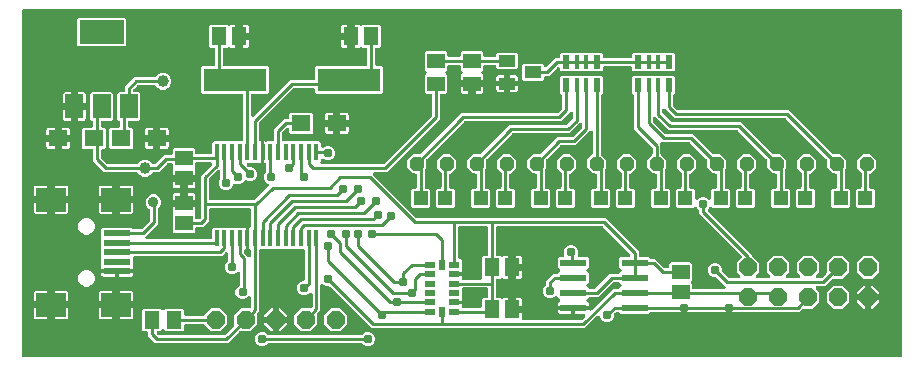
<source format=gbr>
G04 EAGLE Gerber RS-274X export*
G75*
%MOMM*%
%FSLAX34Y34*%
%LPD*%
%INTop Copper*%
%IPPOS*%
%AMOC8*
5,1,8,0,0,1.08239X$1,22.5*%
G01*
%ADD10R,1.300000X1.500000*%
%ADD11R,2.500000X2.000000*%
%ADD12R,2.300000X0.500000*%
%ADD13P,1.319650X8X202.500000*%
%ADD14R,1.500000X2.000000*%
%ADD15R,3.800000X2.000000*%
%ADD16R,1.600000X1.400000*%
%ADD17R,0.900000X0.600000*%
%ADD18R,0.600000X0.900000*%
%ADD19P,1.649562X8X112.500000*%
%ADD20R,0.348000X1.397000*%
%ADD21R,5.334000X1.930400*%
%ADD22R,1.500000X1.300000*%
%ADD23R,0.440000X1.150000*%
%ADD24R,0.630000X1.150000*%
%ADD25R,1.200000X1.200000*%
%ADD26P,1.649562X8X22.500000*%
%ADD27R,2.200000X0.600000*%
%ADD28R,1.400000X1.000000*%
%ADD29C,0.787400*%
%ADD30C,0.254000*%
%ADD31C,0.914400*%
%ADD32C,1.006400*%

G36*
X745962Y2544D02*
X745962Y2544D01*
X745988Y2542D01*
X746135Y2564D01*
X746282Y2581D01*
X746307Y2589D01*
X746333Y2593D01*
X746471Y2648D01*
X746610Y2698D01*
X746632Y2712D01*
X746657Y2722D01*
X746778Y2807D01*
X746903Y2887D01*
X746921Y2906D01*
X746943Y2921D01*
X747042Y3031D01*
X747145Y3138D01*
X747159Y3160D01*
X747176Y3180D01*
X747248Y3310D01*
X747324Y3437D01*
X747332Y3462D01*
X747345Y3485D01*
X747385Y3628D01*
X747430Y3769D01*
X747432Y3795D01*
X747440Y3820D01*
X747459Y4064D01*
X747459Y295936D01*
X747456Y295962D01*
X747458Y295988D01*
X747436Y296135D01*
X747419Y296282D01*
X747411Y296307D01*
X747407Y296333D01*
X747352Y296471D01*
X747302Y296610D01*
X747288Y296632D01*
X747278Y296657D01*
X747193Y296778D01*
X747113Y296903D01*
X747094Y296921D01*
X747079Y296943D01*
X746969Y297042D01*
X746862Y297145D01*
X746840Y297159D01*
X746820Y297176D01*
X746690Y297248D01*
X746563Y297324D01*
X746538Y297332D01*
X746515Y297345D01*
X746372Y297385D01*
X746231Y297430D01*
X746205Y297432D01*
X746180Y297440D01*
X745936Y297459D01*
X4064Y297459D01*
X4038Y297456D01*
X4012Y297458D01*
X3865Y297436D01*
X3718Y297419D01*
X3693Y297411D01*
X3667Y297407D01*
X3529Y297352D01*
X3390Y297302D01*
X3368Y297288D01*
X3343Y297278D01*
X3222Y297193D01*
X3097Y297113D01*
X3079Y297094D01*
X3057Y297079D01*
X2958Y296969D01*
X2855Y296862D01*
X2841Y296840D01*
X2824Y296820D01*
X2752Y296690D01*
X2676Y296563D01*
X2668Y296538D01*
X2655Y296515D01*
X2615Y296372D01*
X2570Y296231D01*
X2568Y296205D01*
X2560Y296180D01*
X2541Y295936D01*
X2541Y4064D01*
X2544Y4038D01*
X2542Y4012D01*
X2564Y3865D01*
X2581Y3718D01*
X2589Y3693D01*
X2593Y3667D01*
X2648Y3529D01*
X2698Y3390D01*
X2712Y3368D01*
X2722Y3343D01*
X2807Y3222D01*
X2887Y3097D01*
X2906Y3079D01*
X2921Y3057D01*
X3031Y2958D01*
X3138Y2855D01*
X3160Y2841D01*
X3180Y2824D01*
X3310Y2752D01*
X3437Y2676D01*
X3462Y2668D01*
X3485Y2655D01*
X3628Y2615D01*
X3769Y2570D01*
X3795Y2568D01*
X3820Y2560D01*
X4064Y2541D01*
X745936Y2541D01*
X745962Y2544D01*
G37*
%LPC*%
G36*
X115472Y14477D02*
X115472Y14477D01*
X109117Y20832D01*
X109117Y23234D01*
X109114Y23260D01*
X109116Y23286D01*
X109094Y23433D01*
X109077Y23580D01*
X109069Y23605D01*
X109065Y23631D01*
X109010Y23769D01*
X108960Y23908D01*
X108946Y23930D01*
X108936Y23955D01*
X108851Y24076D01*
X108771Y24201D01*
X108752Y24219D01*
X108737Y24241D01*
X108627Y24340D01*
X108520Y24443D01*
X108498Y24457D01*
X108478Y24474D01*
X108348Y24546D01*
X108221Y24622D01*
X108196Y24630D01*
X108173Y24643D01*
X108030Y24683D01*
X107889Y24728D01*
X107863Y24730D01*
X107838Y24738D01*
X107594Y24757D01*
X105078Y24757D01*
X103887Y25948D01*
X103887Y42632D01*
X105078Y43823D01*
X119762Y43823D01*
X120843Y42742D01*
X120863Y42726D01*
X120880Y42706D01*
X121000Y42617D01*
X121116Y42525D01*
X121140Y42514D01*
X121161Y42498D01*
X121297Y42440D01*
X121431Y42376D01*
X121457Y42371D01*
X121481Y42360D01*
X121627Y42334D01*
X121772Y42303D01*
X121798Y42303D01*
X121824Y42299D01*
X121972Y42306D01*
X122120Y42309D01*
X122146Y42315D01*
X122172Y42317D01*
X122314Y42358D01*
X122458Y42394D01*
X122481Y42406D01*
X122507Y42413D01*
X122636Y42486D01*
X122768Y42554D01*
X122788Y42571D01*
X122811Y42583D01*
X122997Y42742D01*
X124078Y43823D01*
X138762Y43823D01*
X139953Y42632D01*
X139953Y39116D01*
X139956Y39090D01*
X139954Y39064D01*
X139976Y38916D01*
X139993Y38770D01*
X140001Y38745D01*
X140005Y38719D01*
X140060Y38581D01*
X140110Y38442D01*
X140124Y38420D01*
X140134Y38395D01*
X140219Y38274D01*
X140299Y38149D01*
X140318Y38131D01*
X140333Y38109D01*
X140443Y38010D01*
X140550Y37907D01*
X140572Y37893D01*
X140592Y37876D01*
X140722Y37804D01*
X140849Y37728D01*
X140874Y37720D01*
X140897Y37707D01*
X141040Y37667D01*
X141181Y37622D01*
X141207Y37620D01*
X141232Y37612D01*
X141476Y37593D01*
X155391Y37593D01*
X155516Y37607D01*
X155643Y37614D01*
X155689Y37627D01*
X155737Y37633D01*
X155856Y37675D01*
X155977Y37710D01*
X156020Y37734D01*
X156065Y37750D01*
X156171Y37819D01*
X156282Y37880D01*
X156328Y37920D01*
X156358Y37939D01*
X156391Y37974D01*
X156468Y38039D01*
X162372Y43943D01*
X170368Y43943D01*
X176023Y38288D01*
X176023Y30292D01*
X170368Y24637D01*
X162372Y24637D01*
X156468Y30541D01*
X156369Y30620D01*
X156275Y30704D01*
X156233Y30728D01*
X156195Y30758D01*
X156081Y30812D01*
X155970Y30873D01*
X155923Y30886D01*
X155880Y30907D01*
X155756Y30933D01*
X155635Y30968D01*
X155574Y30973D01*
X155539Y30980D01*
X155491Y30979D01*
X155391Y30987D01*
X141476Y30987D01*
X141450Y30984D01*
X141424Y30986D01*
X141277Y30964D01*
X141130Y30947D01*
X141105Y30939D01*
X141079Y30935D01*
X140941Y30880D01*
X140802Y30830D01*
X140780Y30816D01*
X140755Y30806D01*
X140634Y30721D01*
X140509Y30641D01*
X140491Y30622D01*
X140469Y30607D01*
X140370Y30497D01*
X140267Y30390D01*
X140253Y30368D01*
X140236Y30348D01*
X140164Y30218D01*
X140088Y30091D01*
X140080Y30066D01*
X140067Y30043D01*
X140027Y29900D01*
X139982Y29759D01*
X139980Y29733D01*
X139972Y29708D01*
X139953Y29464D01*
X139953Y25948D01*
X138762Y24757D01*
X124078Y24757D01*
X122997Y25838D01*
X122977Y25855D01*
X122960Y25874D01*
X122840Y25963D01*
X122724Y26055D01*
X122700Y26066D01*
X122679Y26082D01*
X122543Y26140D01*
X122409Y26204D01*
X122383Y26209D01*
X122359Y26220D01*
X122213Y26246D01*
X122068Y26277D01*
X122042Y26277D01*
X122016Y26281D01*
X121868Y26274D01*
X121720Y26271D01*
X121694Y26265D01*
X121668Y26263D01*
X121526Y26222D01*
X121382Y26186D01*
X121359Y26174D01*
X121333Y26167D01*
X121204Y26094D01*
X121072Y26026D01*
X121052Y26010D01*
X121029Y25997D01*
X120843Y25838D01*
X119762Y24757D01*
X118211Y24757D01*
X118111Y24746D01*
X118011Y24744D01*
X117939Y24726D01*
X117865Y24717D01*
X117770Y24684D01*
X117673Y24659D01*
X117607Y24625D01*
X117537Y24600D01*
X117452Y24545D01*
X117363Y24499D01*
X117306Y24451D01*
X117244Y24411D01*
X117174Y24339D01*
X117098Y24274D01*
X117053Y24214D01*
X117002Y24160D01*
X116950Y24074D01*
X116890Y23993D01*
X116861Y23925D01*
X116823Y23861D01*
X116792Y23766D01*
X116752Y23673D01*
X116739Y23600D01*
X116717Y23529D01*
X116708Y23429D01*
X116691Y23330D01*
X116695Y23256D01*
X116689Y23182D01*
X116703Y23083D01*
X116709Y22982D01*
X116729Y22911D01*
X116740Y22837D01*
X116777Y22744D01*
X116805Y22647D01*
X116842Y22582D01*
X116869Y22513D01*
X116926Y22431D01*
X116975Y22343D01*
X117040Y22267D01*
X117068Y22227D01*
X117094Y22203D01*
X117134Y22157D01*
X117762Y21529D01*
X117861Y21450D01*
X117955Y21366D01*
X117997Y21342D01*
X118035Y21312D01*
X118149Y21258D01*
X118260Y21197D01*
X118306Y21184D01*
X118350Y21163D01*
X118474Y21137D01*
X118595Y21102D01*
X118656Y21097D01*
X118691Y21090D01*
X118739Y21091D01*
X118839Y21083D01*
X173261Y21083D01*
X173387Y21097D01*
X173513Y21104D01*
X173559Y21117D01*
X173607Y21123D01*
X173726Y21165D01*
X173848Y21200D01*
X173890Y21224D01*
X173935Y21240D01*
X174042Y21309D01*
X174152Y21370D01*
X174198Y21410D01*
X174228Y21429D01*
X174262Y21464D01*
X174338Y21529D01*
X181671Y28862D01*
X181750Y28961D01*
X181834Y29055D01*
X181858Y29097D01*
X181888Y29135D01*
X181942Y29249D01*
X182003Y29360D01*
X182016Y29406D01*
X182037Y29450D01*
X182063Y29573D01*
X182098Y29695D01*
X182103Y29756D01*
X182110Y29791D01*
X182109Y29839D01*
X182117Y29939D01*
X182117Y38288D01*
X187772Y43943D01*
X194974Y43943D01*
X195000Y43946D01*
X195026Y43944D01*
X195173Y43966D01*
X195320Y43983D01*
X195345Y43991D01*
X195371Y43995D01*
X195509Y44050D01*
X195648Y44100D01*
X195670Y44114D01*
X195695Y44124D01*
X195816Y44209D01*
X195941Y44289D01*
X195959Y44308D01*
X195981Y44323D01*
X196080Y44433D01*
X196183Y44540D01*
X196197Y44562D01*
X196214Y44582D01*
X196286Y44712D01*
X196362Y44839D01*
X196370Y44864D01*
X196383Y44887D01*
X196423Y45030D01*
X196468Y45171D01*
X196470Y45197D01*
X196478Y45222D01*
X196497Y45466D01*
X196497Y52805D01*
X196486Y52905D01*
X196484Y53006D01*
X196466Y53078D01*
X196457Y53152D01*
X196424Y53246D01*
X196399Y53344D01*
X196365Y53410D01*
X196340Y53480D01*
X196285Y53564D01*
X196239Y53653D01*
X196191Y53710D01*
X196151Y53772D01*
X196079Y53842D01*
X196014Y53919D01*
X195954Y53963D01*
X195900Y54015D01*
X195814Y54066D01*
X195733Y54126D01*
X195665Y54155D01*
X195601Y54194D01*
X195505Y54224D01*
X195413Y54264D01*
X195340Y54277D01*
X195269Y54300D01*
X195169Y54308D01*
X195070Y54326D01*
X194996Y54322D01*
X194922Y54328D01*
X194822Y54313D01*
X194722Y54308D01*
X194651Y54287D01*
X194577Y54276D01*
X194484Y54239D01*
X194387Y54211D01*
X194322Y54175D01*
X194253Y54147D01*
X194171Y54090D01*
X194083Y54041D01*
X194007Y53976D01*
X193967Y53948D01*
X193943Y53922D01*
X193897Y53882D01*
X192612Y52597D01*
X190417Y51688D01*
X188043Y51688D01*
X185848Y52597D01*
X184169Y54276D01*
X183260Y56471D01*
X183260Y58845D01*
X184169Y61040D01*
X185848Y62719D01*
X186257Y62888D01*
X186324Y62925D01*
X186395Y62953D01*
X186475Y63010D01*
X186562Y63057D01*
X186618Y63109D01*
X186681Y63152D01*
X186747Y63225D01*
X186820Y63292D01*
X186863Y63354D01*
X186914Y63411D01*
X186962Y63497D01*
X187018Y63578D01*
X187046Y63649D01*
X187083Y63716D01*
X187110Y63811D01*
X187146Y63902D01*
X187157Y63978D01*
X187178Y64052D01*
X187190Y64200D01*
X187197Y64247D01*
X187195Y64266D01*
X187197Y64295D01*
X187197Y73477D01*
X187186Y73577D01*
X187184Y73678D01*
X187166Y73750D01*
X187157Y73824D01*
X187123Y73918D01*
X187099Y74016D01*
X187065Y74082D01*
X187040Y74152D01*
X186985Y74236D01*
X186939Y74325D01*
X186891Y74382D01*
X186851Y74444D01*
X186779Y74514D01*
X186714Y74591D01*
X186654Y74635D01*
X186600Y74687D01*
X186514Y74738D01*
X186433Y74798D01*
X186365Y74827D01*
X186301Y74866D01*
X186205Y74896D01*
X186113Y74936D01*
X186040Y74949D01*
X185969Y74972D01*
X185869Y74980D01*
X185770Y74998D01*
X185696Y74994D01*
X185622Y75000D01*
X185522Y74985D01*
X185422Y74980D01*
X185351Y74959D01*
X185277Y74948D01*
X185184Y74911D01*
X185087Y74883D01*
X185022Y74847D01*
X184953Y74819D01*
X184871Y74762D01*
X184783Y74713D01*
X184707Y74648D01*
X184667Y74620D01*
X184643Y74594D01*
X184597Y74554D01*
X183722Y73679D01*
X181527Y72770D01*
X179153Y72770D01*
X176958Y73679D01*
X175279Y75358D01*
X174370Y77553D01*
X174370Y79927D01*
X175279Y82122D01*
X176551Y83394D01*
X176630Y83493D01*
X176714Y83586D01*
X176738Y83629D01*
X176768Y83667D01*
X176822Y83781D01*
X176883Y83892D01*
X176896Y83938D01*
X176917Y83982D01*
X176943Y84105D01*
X176978Y84227D01*
X176983Y84288D01*
X176990Y84322D01*
X176989Y84370D01*
X176997Y84471D01*
X176997Y89909D01*
X176986Y90009D01*
X176984Y90109D01*
X176966Y90181D01*
X176957Y90255D01*
X176924Y90350D01*
X176899Y90447D01*
X176865Y90513D01*
X176840Y90583D01*
X176785Y90668D01*
X176739Y90757D01*
X176691Y90814D01*
X176651Y90876D01*
X176579Y90946D01*
X176514Y91022D01*
X176454Y91067D01*
X176400Y91118D01*
X176314Y91170D01*
X176233Y91230D01*
X176165Y91259D01*
X176101Y91297D01*
X176005Y91328D01*
X175913Y91368D01*
X175840Y91381D01*
X175769Y91403D01*
X175669Y91412D01*
X175570Y91429D01*
X175496Y91425D01*
X175422Y91431D01*
X175322Y91417D01*
X175222Y91411D01*
X175151Y91391D01*
X175077Y91380D01*
X174984Y91343D01*
X174887Y91315D01*
X174822Y91278D01*
X174753Y91251D01*
X174671Y91194D01*
X174583Y91145D01*
X174507Y91080D01*
X174467Y91052D01*
X174443Y91026D01*
X174397Y90986D01*
X171548Y88137D01*
X98206Y88137D01*
X98180Y88134D01*
X98154Y88136D01*
X98007Y88114D01*
X97860Y88097D01*
X97835Y88089D01*
X97809Y88085D01*
X97671Y88030D01*
X97532Y87980D01*
X97510Y87966D01*
X97485Y87956D01*
X97364Y87871D01*
X97239Y87791D01*
X97221Y87772D01*
X97199Y87757D01*
X97100Y87647D01*
X96997Y87540D01*
X96983Y87518D01*
X96966Y87498D01*
X96894Y87368D01*
X96818Y87241D01*
X96810Y87216D01*
X96797Y87193D01*
X96757Y87050D01*
X96712Y86909D01*
X96710Y86883D01*
X96702Y86858D01*
X96683Y86614D01*
X96683Y80035D01*
X96624Y79911D01*
X96555Y79776D01*
X96550Y79754D01*
X96540Y79732D01*
X96508Y79585D01*
X96471Y79438D01*
X96471Y79415D01*
X96466Y79392D01*
X96469Y79241D01*
X96467Y79090D01*
X96472Y79062D01*
X96472Y79043D01*
X96484Y78998D01*
X96511Y78849D01*
X96683Y78208D01*
X96683Y76963D01*
X83150Y76963D01*
X69617Y76963D01*
X69617Y78208D01*
X69789Y78849D01*
X69811Y78998D01*
X69838Y79147D01*
X69837Y79171D01*
X69840Y79194D01*
X69828Y79344D01*
X69820Y79495D01*
X69814Y79518D01*
X69812Y79541D01*
X69765Y79685D01*
X69723Y79830D01*
X69712Y79851D01*
X69705Y79873D01*
X69627Y80003D01*
X69617Y80020D01*
X69617Y87200D01*
X69637Y87292D01*
X69637Y87318D01*
X69641Y87345D01*
X69634Y87493D01*
X69631Y87640D01*
X69625Y87666D01*
X69623Y87693D01*
X69617Y87713D01*
X69617Y95199D01*
X69637Y95291D01*
X69637Y95317D01*
X69641Y95344D01*
X69634Y95491D01*
X69631Y95639D01*
X69625Y95665D01*
X69623Y95692D01*
X69617Y95713D01*
X69617Y103199D01*
X69637Y103291D01*
X69637Y103317D01*
X69641Y103344D01*
X69634Y103491D01*
X69631Y103639D01*
X69625Y103665D01*
X69623Y103692D01*
X69617Y103713D01*
X69617Y110782D01*
X70808Y111973D01*
X95492Y111973D01*
X96276Y111189D01*
X96375Y111110D01*
X96469Y111026D01*
X96511Y111002D01*
X96549Y110972D01*
X96663Y110918D01*
X96774Y110857D01*
X96820Y110844D01*
X96864Y110823D01*
X96987Y110797D01*
X97109Y110762D01*
X97170Y110757D01*
X97205Y110750D01*
X97253Y110751D01*
X97353Y110743D01*
X102901Y110743D01*
X103027Y110757D01*
X103153Y110764D01*
X103199Y110777D01*
X103247Y110783D01*
X103366Y110825D01*
X103488Y110860D01*
X103530Y110884D01*
X103575Y110900D01*
X103682Y110969D01*
X103792Y111030D01*
X103838Y111070D01*
X103868Y111089D01*
X103902Y111124D01*
X103978Y111189D01*
X110551Y117762D01*
X110630Y117861D01*
X110714Y117955D01*
X110738Y117997D01*
X110768Y118035D01*
X110822Y118149D01*
X110883Y118260D01*
X110896Y118306D01*
X110917Y118350D01*
X110943Y118473D01*
X110978Y118595D01*
X110983Y118656D01*
X110990Y118691D01*
X110989Y118739D01*
X110997Y118839D01*
X110997Y126849D01*
X110989Y126925D01*
X110990Y127001D01*
X110969Y127097D01*
X110957Y127195D01*
X110932Y127267D01*
X110915Y127342D01*
X110873Y127430D01*
X110840Y127523D01*
X110798Y127587D01*
X110766Y127656D01*
X110704Y127733D01*
X110651Y127816D01*
X110596Y127869D01*
X110548Y127929D01*
X110471Y127990D01*
X110400Y128058D01*
X110335Y128097D01*
X110275Y128145D01*
X110141Y128213D01*
X110101Y128237D01*
X110083Y128243D01*
X110057Y128256D01*
X110051Y128259D01*
X108193Y130117D01*
X107187Y132544D01*
X107187Y135172D01*
X108193Y137599D01*
X110051Y139457D01*
X112478Y140463D01*
X115106Y140463D01*
X117533Y139457D01*
X119391Y137599D01*
X120397Y135172D01*
X120397Y132544D01*
X119391Y130117D01*
X118049Y128774D01*
X117970Y128675D01*
X117886Y128581D01*
X117862Y128539D01*
X117832Y128501D01*
X117778Y128387D01*
X117717Y128276D01*
X117704Y128230D01*
X117683Y128186D01*
X117657Y128063D01*
X117622Y127941D01*
X117617Y127880D01*
X117610Y127846D01*
X117611Y127798D01*
X117603Y127697D01*
X117603Y115472D01*
X115222Y113091D01*
X107474Y105343D01*
X107411Y105265D01*
X107342Y105192D01*
X107303Y105128D01*
X107257Y105070D01*
X107214Y104979D01*
X107163Y104893D01*
X107140Y104822D01*
X107108Y104755D01*
X107087Y104657D01*
X107057Y104561D01*
X107051Y104487D01*
X107035Y104414D01*
X107037Y104314D01*
X107029Y104214D01*
X107040Y104140D01*
X107041Y104066D01*
X107065Y103969D01*
X107080Y103869D01*
X107108Y103800D01*
X107126Y103728D01*
X107172Y103638D01*
X107209Y103545D01*
X107251Y103484D01*
X107286Y103418D01*
X107351Y103341D01*
X107408Y103259D01*
X107463Y103209D01*
X107511Y103153D01*
X107592Y103093D01*
X107667Y103026D01*
X107732Y102990D01*
X107792Y102945D01*
X107884Y102906D01*
X107972Y102857D01*
X108043Y102837D01*
X108112Y102807D01*
X108210Y102790D01*
X108307Y102762D01*
X108407Y102754D01*
X108455Y102746D01*
X108490Y102748D01*
X108551Y102743D01*
X162004Y102743D01*
X162030Y102746D01*
X162056Y102744D01*
X162203Y102766D01*
X162350Y102783D01*
X162375Y102791D01*
X162401Y102795D01*
X162539Y102850D01*
X162678Y102900D01*
X162700Y102914D01*
X162725Y102924D01*
X162846Y103009D01*
X162971Y103089D01*
X162989Y103108D01*
X163011Y103123D01*
X163110Y103233D01*
X163213Y103340D01*
X163227Y103362D01*
X163244Y103382D01*
X163316Y103512D01*
X163392Y103639D01*
X163400Y103664D01*
X163413Y103687D01*
X163453Y103830D01*
X163498Y103971D01*
X163500Y103997D01*
X163508Y104022D01*
X163527Y104266D01*
X163527Y110967D01*
X164718Y112158D01*
X170263Y112158D01*
X170402Y112128D01*
X170428Y112128D01*
X170454Y112124D01*
X170603Y112131D01*
X170750Y112134D01*
X170776Y112140D01*
X170802Y112142D01*
X170858Y112158D01*
X176763Y112158D01*
X176902Y112128D01*
X176928Y112128D01*
X176954Y112124D01*
X177103Y112131D01*
X177250Y112134D01*
X177276Y112140D01*
X177302Y112142D01*
X177358Y112158D01*
X183263Y112158D01*
X183402Y112128D01*
X183428Y112128D01*
X183454Y112124D01*
X183603Y112131D01*
X183750Y112134D01*
X183776Y112140D01*
X183802Y112142D01*
X183858Y112158D01*
X189440Y112158D01*
X189573Y112095D01*
X189708Y112026D01*
X189731Y112020D01*
X189752Y112010D01*
X189900Y111979D01*
X190046Y111942D01*
X190070Y111942D01*
X190093Y111937D01*
X190244Y111940D01*
X190395Y111937D01*
X190422Y111943D01*
X190441Y111943D01*
X190486Y111954D01*
X190635Y111982D01*
X191292Y112158D01*
X191777Y112158D01*
X191777Y103140D01*
X191777Y94122D01*
X191770Y94122D01*
X191744Y94119D01*
X191718Y94121D01*
X191571Y94099D01*
X191424Y94082D01*
X191399Y94074D01*
X191373Y94070D01*
X191235Y94015D01*
X191096Y93965D01*
X191074Y93951D01*
X191049Y93941D01*
X190928Y93856D01*
X190803Y93776D01*
X190785Y93757D01*
X190763Y93742D01*
X190664Y93632D01*
X190561Y93525D01*
X190547Y93503D01*
X190530Y93483D01*
X190458Y93353D01*
X190382Y93226D01*
X190374Y93201D01*
X190361Y93178D01*
X190321Y93036D01*
X190276Y92894D01*
X190274Y92868D01*
X190266Y92843D01*
X190247Y92599D01*
X190247Y91915D01*
X190261Y91789D01*
X190268Y91663D01*
X190281Y91617D01*
X190287Y91569D01*
X190329Y91450D01*
X190364Y91328D01*
X190388Y91286D01*
X190404Y91241D01*
X190473Y91134D01*
X190534Y91024D01*
X190574Y90978D01*
X190593Y90948D01*
X190628Y90914D01*
X190693Y90838D01*
X191422Y90109D01*
X193897Y87634D01*
X193975Y87571D01*
X194048Y87502D01*
X194112Y87463D01*
X194170Y87417D01*
X194261Y87374D01*
X194347Y87323D01*
X194418Y87300D01*
X194485Y87268D01*
X194583Y87247D01*
X194679Y87217D01*
X194753Y87211D01*
X194826Y87195D01*
X194926Y87197D01*
X195026Y87189D01*
X195100Y87200D01*
X195174Y87201D01*
X195271Y87225D01*
X195371Y87240D01*
X195440Y87268D01*
X195512Y87286D01*
X195601Y87332D01*
X195695Y87369D01*
X195756Y87411D01*
X195822Y87446D01*
X195898Y87511D01*
X195981Y87568D01*
X196031Y87623D01*
X196087Y87671D01*
X196147Y87752D01*
X196214Y87827D01*
X196250Y87892D01*
X196295Y87952D01*
X196334Y88044D01*
X196383Y88132D01*
X196403Y88203D01*
X196433Y88272D01*
X196450Y88370D01*
X196478Y88467D01*
X196486Y88567D01*
X196494Y88615D01*
X196492Y88650D01*
X196497Y88711D01*
X196497Y92599D01*
X196494Y92625D01*
X196496Y92651D01*
X196474Y92798D01*
X196457Y92945D01*
X196449Y92970D01*
X196445Y92996D01*
X196390Y93134D01*
X196340Y93273D01*
X196326Y93295D01*
X196316Y93320D01*
X196231Y93441D01*
X196151Y93566D01*
X196132Y93584D01*
X196117Y93606D01*
X196007Y93705D01*
X195900Y93808D01*
X195878Y93822D01*
X195858Y93839D01*
X195728Y93911D01*
X195601Y93987D01*
X195576Y93995D01*
X195553Y94008D01*
X195410Y94048D01*
X195269Y94093D01*
X195243Y94095D01*
X195218Y94103D01*
X194974Y94122D01*
X194823Y94122D01*
X194823Y103140D01*
X194823Y112158D01*
X194974Y112158D01*
X195000Y112161D01*
X195026Y112159D01*
X195173Y112181D01*
X195320Y112198D01*
X195345Y112206D01*
X195371Y112210D01*
X195509Y112265D01*
X195648Y112315D01*
X195670Y112329D01*
X195695Y112339D01*
X195816Y112424D01*
X195941Y112504D01*
X195959Y112523D01*
X195981Y112538D01*
X196080Y112648D01*
X196183Y112755D01*
X196197Y112777D01*
X196214Y112797D01*
X196286Y112927D01*
X196362Y113054D01*
X196370Y113079D01*
X196383Y113102D01*
X196423Y113244D01*
X196468Y113386D01*
X196470Y113412D01*
X196478Y113437D01*
X196497Y113681D01*
X196497Y127254D01*
X196494Y127280D01*
X196496Y127306D01*
X196474Y127453D01*
X196457Y127600D01*
X196449Y127625D01*
X196445Y127651D01*
X196390Y127789D01*
X196340Y127928D01*
X196326Y127950D01*
X196316Y127975D01*
X196231Y128096D01*
X196151Y128221D01*
X196132Y128239D01*
X196117Y128261D01*
X196007Y128360D01*
X195900Y128463D01*
X195878Y128477D01*
X195858Y128494D01*
X195728Y128566D01*
X195601Y128642D01*
X195576Y128650D01*
X195553Y128663D01*
X195410Y128703D01*
X195269Y128748D01*
X195243Y128750D01*
X195218Y128758D01*
X194974Y128777D01*
X162306Y128777D01*
X162280Y128774D01*
X162254Y128776D01*
X162107Y128754D01*
X161960Y128737D01*
X161935Y128729D01*
X161909Y128725D01*
X161771Y128670D01*
X161632Y128620D01*
X161610Y128606D01*
X161585Y128596D01*
X161464Y128511D01*
X161339Y128431D01*
X161321Y128412D01*
X161299Y128397D01*
X161200Y128287D01*
X161097Y128180D01*
X161083Y128158D01*
X161066Y128138D01*
X160994Y128008D01*
X160918Y127881D01*
X160910Y127856D01*
X160897Y127833D01*
X160857Y127690D01*
X160812Y127549D01*
X160810Y127523D01*
X160802Y127498D01*
X160783Y127254D01*
X160783Y118012D01*
X155428Y112657D01*
X150756Y112657D01*
X150730Y112654D01*
X150704Y112656D01*
X150557Y112634D01*
X150410Y112617D01*
X150385Y112609D01*
X150359Y112605D01*
X150221Y112550D01*
X150082Y112500D01*
X150060Y112486D01*
X150035Y112476D01*
X149914Y112391D01*
X149789Y112311D01*
X149771Y112292D01*
X149749Y112277D01*
X149650Y112167D01*
X149547Y112060D01*
X149533Y112038D01*
X149516Y112018D01*
X149444Y111888D01*
X149368Y111761D01*
X149360Y111736D01*
X149347Y111713D01*
X149307Y111570D01*
X149262Y111429D01*
X149260Y111403D01*
X149252Y111378D01*
X149233Y111134D01*
X149233Y108618D01*
X148042Y107427D01*
X131358Y107427D01*
X130167Y108618D01*
X130167Y123302D01*
X130297Y123432D01*
X130298Y123433D01*
X130299Y123434D01*
X130405Y123568D01*
X130514Y123705D01*
X130515Y123706D01*
X130515Y123707D01*
X130589Y123864D01*
X130663Y124020D01*
X130663Y124022D01*
X130664Y124023D01*
X130700Y124195D01*
X130736Y124361D01*
X130736Y124362D01*
X130737Y124364D01*
X130733Y124538D01*
X130730Y124709D01*
X130730Y124711D01*
X130730Y124712D01*
X130686Y124884D01*
X130645Y125047D01*
X130645Y125049D01*
X130644Y125050D01*
X130539Y125271D01*
X130306Y125675D01*
X130167Y126192D01*
X130167Y129913D01*
X138176Y129913D01*
X138202Y129916D01*
X138228Y129914D01*
X138375Y129936D01*
X138522Y129953D01*
X138547Y129961D01*
X138573Y129965D01*
X138711Y130020D01*
X138850Y130070D01*
X138872Y130084D01*
X138897Y130094D01*
X139018Y130179D01*
X139143Y130259D01*
X139161Y130278D01*
X139183Y130293D01*
X139282Y130403D01*
X139385Y130510D01*
X139399Y130532D01*
X139416Y130552D01*
X139488Y130682D01*
X139564Y130809D01*
X139572Y130834D01*
X139585Y130857D01*
X139625Y131000D01*
X139670Y131141D01*
X139672Y131167D01*
X139680Y131192D01*
X139699Y131436D01*
X139699Y132961D01*
X139701Y132961D01*
X139701Y131436D01*
X139704Y131410D01*
X139702Y131384D01*
X139724Y131237D01*
X139741Y131090D01*
X139750Y131065D01*
X139753Y131039D01*
X139808Y130901D01*
X139858Y130762D01*
X139872Y130740D01*
X139882Y130715D01*
X139967Y130594D01*
X140047Y130469D01*
X140066Y130451D01*
X140081Y130429D01*
X140191Y130330D01*
X140298Y130227D01*
X140320Y130213D01*
X140340Y130196D01*
X140470Y130124D01*
X140597Y130048D01*
X140622Y130040D01*
X140645Y130027D01*
X140788Y129987D01*
X140929Y129942D01*
X140955Y129940D01*
X140980Y129932D01*
X141224Y129913D01*
X149233Y129913D01*
X149233Y126192D01*
X149094Y125675D01*
X148861Y125271D01*
X148860Y125270D01*
X148859Y125268D01*
X148793Y125114D01*
X148722Y124951D01*
X148722Y124950D01*
X148721Y124948D01*
X148689Y124771D01*
X148660Y124608D01*
X148660Y124607D01*
X148660Y124605D01*
X148668Y124434D01*
X148677Y124260D01*
X148677Y124259D01*
X148677Y124257D01*
X148724Y124097D01*
X148773Y123925D01*
X148774Y123924D01*
X148774Y123923D01*
X148860Y123770D01*
X148943Y123621D01*
X148944Y123620D01*
X148944Y123618D01*
X149103Y123432D01*
X149233Y123302D01*
X149233Y120786D01*
X149236Y120760D01*
X149234Y120734D01*
X149256Y120587D01*
X149273Y120440D01*
X149281Y120415D01*
X149285Y120389D01*
X149340Y120251D01*
X149390Y120112D01*
X149404Y120090D01*
X149414Y120065D01*
X149499Y119944D01*
X149579Y119819D01*
X149598Y119801D01*
X149613Y119779D01*
X149723Y119680D01*
X149830Y119577D01*
X149852Y119563D01*
X149872Y119546D01*
X150002Y119474D01*
X150129Y119398D01*
X150154Y119390D01*
X150177Y119377D01*
X150320Y119337D01*
X150461Y119292D01*
X150487Y119290D01*
X150512Y119282D01*
X150756Y119263D01*
X152061Y119263D01*
X152187Y119277D01*
X152313Y119284D01*
X152359Y119297D01*
X152407Y119303D01*
X152526Y119345D01*
X152648Y119380D01*
X152690Y119404D01*
X152735Y119420D01*
X152842Y119489D01*
X152952Y119550D01*
X152998Y119590D01*
X153028Y119609D01*
X153062Y119644D01*
X153138Y119709D01*
X153731Y120302D01*
X153797Y120385D01*
X153839Y120428D01*
X153847Y120443D01*
X153894Y120495D01*
X153918Y120537D01*
X153948Y120575D01*
X154002Y120689D01*
X154063Y120800D01*
X154076Y120846D01*
X154097Y120890D01*
X154123Y121013D01*
X154158Y121135D01*
X154163Y121196D01*
X154170Y121231D01*
X154169Y121279D01*
X154177Y121379D01*
X154177Y156308D01*
X156558Y158689D01*
X163026Y165157D01*
X163089Y165235D01*
X163158Y165308D01*
X163197Y165372D01*
X163243Y165430D01*
X163286Y165521D01*
X163337Y165607D01*
X163360Y165678D01*
X163392Y165745D01*
X163413Y165843D01*
X163443Y165939D01*
X163449Y166013D01*
X163465Y166086D01*
X163463Y166186D01*
X163471Y166286D01*
X163460Y166360D01*
X163459Y166434D01*
X163435Y166531D01*
X163420Y166631D01*
X163392Y166700D01*
X163374Y166772D01*
X163328Y166862D01*
X163291Y166955D01*
X163249Y167016D01*
X163214Y167082D01*
X163149Y167159D01*
X163092Y167241D01*
X163037Y167291D01*
X162989Y167347D01*
X162908Y167407D01*
X162833Y167474D01*
X162768Y167510D01*
X162708Y167555D01*
X162616Y167594D01*
X162528Y167643D01*
X162457Y167663D01*
X162388Y167693D01*
X162290Y167710D01*
X162193Y167738D01*
X162093Y167746D01*
X162045Y167754D01*
X162010Y167752D01*
X161949Y167757D01*
X150756Y167757D01*
X150730Y167754D01*
X150704Y167756D01*
X150557Y167734D01*
X150410Y167717D01*
X150385Y167709D01*
X150359Y167705D01*
X150221Y167650D01*
X150082Y167600D01*
X150060Y167586D01*
X150035Y167576D01*
X149914Y167491D01*
X149789Y167411D01*
X149771Y167392D01*
X149749Y167377D01*
X149650Y167267D01*
X149547Y167160D01*
X149533Y167138D01*
X149516Y167118D01*
X149444Y166988D01*
X149368Y166861D01*
X149360Y166836D01*
X149347Y166813D01*
X149307Y166670D01*
X149262Y166529D01*
X149260Y166503D01*
X149252Y166478D01*
X149233Y166234D01*
X149233Y163718D01*
X149103Y163588D01*
X149102Y163587D01*
X149101Y163586D01*
X148991Y163448D01*
X148886Y163315D01*
X148885Y163314D01*
X148885Y163313D01*
X148811Y163156D01*
X148737Y163000D01*
X148737Y162998D01*
X148736Y162997D01*
X148697Y162811D01*
X148664Y162659D01*
X148664Y162658D01*
X148663Y162656D01*
X148667Y162468D01*
X148670Y162311D01*
X148670Y162309D01*
X148670Y162308D01*
X148714Y162135D01*
X148725Y162092D01*
X148726Y162085D01*
X148728Y162080D01*
X148755Y161973D01*
X148755Y161971D01*
X148756Y161970D01*
X148852Y161766D01*
X148854Y161761D01*
X148856Y161759D01*
X148861Y161749D01*
X149094Y161345D01*
X149233Y160828D01*
X149233Y157107D01*
X141224Y157107D01*
X141198Y157104D01*
X141172Y157106D01*
X141025Y157084D01*
X140878Y157067D01*
X140853Y157058D01*
X140827Y157055D01*
X140689Y157000D01*
X140550Y156950D01*
X140528Y156936D01*
X140503Y156926D01*
X140382Y156841D01*
X140257Y156761D01*
X140239Y156742D01*
X140217Y156727D01*
X140118Y156617D01*
X140015Y156510D01*
X140001Y156488D01*
X139984Y156468D01*
X139912Y156338D01*
X139836Y156211D01*
X139828Y156186D01*
X139815Y156163D01*
X139775Y156020D01*
X139730Y155879D01*
X139728Y155853D01*
X139720Y155828D01*
X139701Y155584D01*
X139701Y154059D01*
X139699Y154059D01*
X139699Y155584D01*
X139696Y155610D01*
X139698Y155636D01*
X139676Y155783D01*
X139659Y155930D01*
X139650Y155955D01*
X139647Y155981D01*
X139592Y156119D01*
X139542Y156258D01*
X139528Y156280D01*
X139518Y156305D01*
X139433Y156426D01*
X139353Y156551D01*
X139334Y156569D01*
X139319Y156591D01*
X139209Y156690D01*
X139102Y156793D01*
X139080Y156807D01*
X139060Y156824D01*
X138930Y156896D01*
X138803Y156972D01*
X138778Y156980D01*
X138755Y156993D01*
X138612Y157033D01*
X138471Y157078D01*
X138445Y157080D01*
X138420Y157088D01*
X138176Y157107D01*
X130167Y157107D01*
X130167Y160828D01*
X130306Y161345D01*
X130539Y161749D01*
X130540Y161750D01*
X130541Y161752D01*
X130569Y161816D01*
X130592Y161855D01*
X130610Y161913D01*
X130678Y162069D01*
X130678Y162070D01*
X130679Y162072D01*
X130709Y162237D01*
X130740Y162412D01*
X130740Y162413D01*
X130740Y162415D01*
X130732Y162586D01*
X130723Y162760D01*
X130723Y162761D01*
X130723Y162763D01*
X130676Y162923D01*
X130627Y163095D01*
X130626Y163096D01*
X130626Y163097D01*
X130544Y163244D01*
X130457Y163399D01*
X130456Y163400D01*
X130456Y163402D01*
X130297Y163588D01*
X130167Y163718D01*
X130167Y165354D01*
X130164Y165380D01*
X130166Y165406D01*
X130144Y165553D01*
X130127Y165700D01*
X130119Y165725D01*
X130115Y165751D01*
X130060Y165889D01*
X130010Y166028D01*
X129996Y166050D01*
X129986Y166075D01*
X129901Y166196D01*
X129821Y166321D01*
X129802Y166339D01*
X129787Y166361D01*
X129677Y166460D01*
X129570Y166563D01*
X129548Y166577D01*
X129528Y166594D01*
X129398Y166666D01*
X129271Y166742D01*
X129246Y166750D01*
X129223Y166763D01*
X129080Y166803D01*
X128939Y166848D01*
X128913Y166850D01*
X128888Y166858D01*
X128644Y166877D01*
X126459Y166877D01*
X126333Y166863D01*
X126207Y166856D01*
X126161Y166843D01*
X126113Y166837D01*
X125994Y166795D01*
X125872Y166760D01*
X125830Y166736D01*
X125785Y166720D01*
X125678Y166651D01*
X125568Y166590D01*
X125522Y166550D01*
X125492Y166531D01*
X125458Y166496D01*
X125382Y166431D01*
X118208Y159257D01*
X113977Y159257D01*
X113901Y159249D01*
X113824Y159250D01*
X113728Y159229D01*
X113630Y159217D01*
X113558Y159192D01*
X113484Y159175D01*
X113395Y159133D01*
X113302Y159100D01*
X113238Y159058D01*
X113169Y159025D01*
X113092Y158964D01*
X113009Y158911D01*
X112956Y158856D01*
X112896Y158808D01*
X112836Y158731D01*
X112767Y158660D01*
X112761Y158650D01*
X110682Y156571D01*
X108085Y155495D01*
X105275Y155495D01*
X102678Y156571D01*
X100568Y158681D01*
X100526Y158741D01*
X100453Y158807D01*
X100387Y158880D01*
X100325Y158923D01*
X100268Y158974D01*
X100181Y159022D01*
X100101Y159078D01*
X100030Y159106D01*
X99963Y159143D01*
X99868Y159170D01*
X99777Y159206D01*
X99701Y159217D01*
X99627Y159238D01*
X99478Y159250D01*
X99432Y159256D01*
X99413Y159255D01*
X99383Y159257D01*
X72292Y159257D01*
X62737Y168812D01*
X62737Y177404D01*
X62734Y177430D01*
X62736Y177456D01*
X62714Y177603D01*
X62697Y177750D01*
X62689Y177775D01*
X62685Y177801D01*
X62630Y177939D01*
X62580Y178078D01*
X62566Y178100D01*
X62556Y178125D01*
X62471Y178246D01*
X62391Y178371D01*
X62372Y178389D01*
X62357Y178411D01*
X62247Y178510D01*
X62140Y178613D01*
X62118Y178627D01*
X62098Y178644D01*
X61968Y178716D01*
X61841Y178792D01*
X61816Y178800D01*
X61793Y178813D01*
X61650Y178853D01*
X61509Y178898D01*
X61483Y178900D01*
X61458Y178908D01*
X61214Y178927D01*
X54418Y178927D01*
X53227Y180118D01*
X53227Y195802D01*
X54418Y196993D01*
X61214Y196993D01*
X61240Y196996D01*
X61266Y196994D01*
X61413Y197016D01*
X61560Y197033D01*
X61585Y197041D01*
X61611Y197045D01*
X61749Y197100D01*
X61888Y197150D01*
X61910Y197164D01*
X61935Y197174D01*
X62056Y197259D01*
X62181Y197339D01*
X62199Y197358D01*
X62221Y197373D01*
X62320Y197483D01*
X62423Y197590D01*
X62437Y197612D01*
X62454Y197632D01*
X62526Y197762D01*
X62602Y197889D01*
X62610Y197914D01*
X62623Y197937D01*
X62663Y198080D01*
X62708Y198221D01*
X62710Y198247D01*
X62718Y198272D01*
X62737Y198516D01*
X62737Y201324D01*
X62734Y201350D01*
X62736Y201376D01*
X62714Y201523D01*
X62697Y201670D01*
X62689Y201695D01*
X62685Y201721D01*
X62630Y201859D01*
X62580Y201998D01*
X62566Y202020D01*
X62556Y202045D01*
X62471Y202166D01*
X62391Y202291D01*
X62372Y202309D01*
X62357Y202331D01*
X62247Y202430D01*
X62140Y202533D01*
X62118Y202547D01*
X62098Y202564D01*
X61968Y202636D01*
X61841Y202712D01*
X61816Y202720D01*
X61793Y202733D01*
X61650Y202773D01*
X61550Y202805D01*
X60317Y204038D01*
X60317Y225722D01*
X61508Y226913D01*
X78192Y226913D01*
X79383Y225722D01*
X79383Y204038D01*
X78192Y202847D01*
X70866Y202847D01*
X70840Y202844D01*
X70814Y202846D01*
X70667Y202824D01*
X70520Y202807D01*
X70495Y202799D01*
X70469Y202795D01*
X70331Y202740D01*
X70192Y202690D01*
X70170Y202676D01*
X70145Y202666D01*
X70024Y202581D01*
X69899Y202501D01*
X69881Y202482D01*
X69859Y202467D01*
X69760Y202357D01*
X69657Y202250D01*
X69643Y202228D01*
X69626Y202208D01*
X69554Y202078D01*
X69478Y201951D01*
X69470Y201926D01*
X69457Y201903D01*
X69417Y201760D01*
X69372Y201619D01*
X69370Y201593D01*
X69362Y201568D01*
X69343Y201324D01*
X69343Y198516D01*
X69346Y198490D01*
X69344Y198464D01*
X69366Y198317D01*
X69383Y198170D01*
X69391Y198145D01*
X69395Y198119D01*
X69450Y197981D01*
X69500Y197842D01*
X69514Y197820D01*
X69524Y197795D01*
X69609Y197674D01*
X69689Y197549D01*
X69708Y197531D01*
X69723Y197509D01*
X69833Y197410D01*
X69940Y197307D01*
X69962Y197293D01*
X69982Y197276D01*
X70112Y197204D01*
X70239Y197128D01*
X70264Y197120D01*
X70287Y197107D01*
X70430Y197067D01*
X70571Y197022D01*
X70597Y197020D01*
X70622Y197012D01*
X70866Y196993D01*
X72102Y196993D01*
X73293Y195802D01*
X73293Y180118D01*
X72102Y178927D01*
X70866Y178927D01*
X70840Y178924D01*
X70814Y178926D01*
X70667Y178904D01*
X70520Y178887D01*
X70495Y178879D01*
X70469Y178875D01*
X70331Y178820D01*
X70192Y178770D01*
X70170Y178756D01*
X70145Y178746D01*
X70024Y178661D01*
X69899Y178581D01*
X69881Y178562D01*
X69859Y178547D01*
X69760Y178437D01*
X69657Y178330D01*
X69643Y178308D01*
X69626Y178288D01*
X69554Y178158D01*
X69478Y178031D01*
X69470Y178006D01*
X69457Y177983D01*
X69417Y177840D01*
X69372Y177699D01*
X69370Y177673D01*
X69362Y177648D01*
X69343Y177404D01*
X69343Y172179D01*
X69357Y172053D01*
X69364Y171927D01*
X69377Y171881D01*
X69383Y171833D01*
X69425Y171714D01*
X69460Y171592D01*
X69484Y171550D01*
X69500Y171505D01*
X69569Y171398D01*
X69630Y171288D01*
X69670Y171242D01*
X69689Y171212D01*
X69724Y171178D01*
X69789Y171102D01*
X74582Y166309D01*
X74681Y166230D01*
X74775Y166146D01*
X74817Y166122D01*
X74855Y166092D01*
X74969Y166038D01*
X75080Y165977D01*
X75126Y165964D01*
X75170Y165943D01*
X75293Y165917D01*
X75415Y165882D01*
X75476Y165877D01*
X75511Y165870D01*
X75559Y165871D01*
X75659Y165863D01*
X99383Y165863D01*
X99459Y165871D01*
X99536Y165870D01*
X99632Y165891D01*
X99730Y165903D01*
X99802Y165928D01*
X99876Y165945D01*
X99965Y165987D01*
X100058Y166020D01*
X100122Y166062D01*
X100191Y166095D01*
X100268Y166156D01*
X100351Y166209D01*
X100404Y166264D01*
X100464Y166312D01*
X100524Y166389D01*
X100593Y166460D01*
X100599Y166470D01*
X102678Y168549D01*
X105275Y169625D01*
X108085Y169625D01*
X110682Y168549D01*
X112792Y166439D01*
X112834Y166379D01*
X112907Y166313D01*
X112973Y166240D01*
X113035Y166197D01*
X113092Y166146D01*
X113179Y166098D01*
X113259Y166042D01*
X113330Y166014D01*
X113397Y165977D01*
X113492Y165950D01*
X113583Y165914D01*
X113659Y165903D01*
X113733Y165882D01*
X113882Y165870D01*
X113928Y165864D01*
X113947Y165865D01*
X113977Y165863D01*
X114841Y165863D01*
X114967Y165877D01*
X115093Y165884D01*
X115139Y165897D01*
X115187Y165903D01*
X115306Y165945D01*
X115428Y165980D01*
X115470Y166004D01*
X115515Y166020D01*
X115622Y166089D01*
X115732Y166150D01*
X115778Y166190D01*
X115808Y166209D01*
X115842Y166244D01*
X115918Y166309D01*
X123092Y173483D01*
X128644Y173483D01*
X128670Y173486D01*
X128696Y173484D01*
X128843Y173506D01*
X128990Y173523D01*
X129015Y173531D01*
X129041Y173535D01*
X129179Y173590D01*
X129318Y173640D01*
X129340Y173654D01*
X129365Y173664D01*
X129486Y173749D01*
X129611Y173829D01*
X129629Y173848D01*
X129651Y173863D01*
X129750Y173973D01*
X129853Y174080D01*
X129867Y174102D01*
X129884Y174122D01*
X129956Y174252D01*
X130032Y174379D01*
X130040Y174404D01*
X130053Y174427D01*
X130093Y174570D01*
X130138Y174711D01*
X130140Y174737D01*
X130148Y174762D01*
X130167Y175006D01*
X130167Y178402D01*
X131358Y179593D01*
X148042Y179593D01*
X149233Y178402D01*
X149233Y175886D01*
X149236Y175860D01*
X149234Y175834D01*
X149256Y175687D01*
X149273Y175540D01*
X149281Y175515D01*
X149285Y175489D01*
X149340Y175351D01*
X149390Y175212D01*
X149404Y175190D01*
X149414Y175165D01*
X149499Y175044D01*
X149579Y174919D01*
X149598Y174901D01*
X149613Y174879D01*
X149723Y174780D01*
X149830Y174677D01*
X149852Y174663D01*
X149872Y174646D01*
X150002Y174574D01*
X150129Y174498D01*
X150154Y174490D01*
X150177Y174477D01*
X150320Y174437D01*
X150461Y174392D01*
X150487Y174390D01*
X150512Y174382D01*
X150756Y174363D01*
X162004Y174363D01*
X162030Y174366D01*
X162056Y174364D01*
X162203Y174386D01*
X162350Y174403D01*
X162375Y174411D01*
X162401Y174415D01*
X162539Y174470D01*
X162678Y174520D01*
X162700Y174534D01*
X162725Y174544D01*
X162846Y174629D01*
X162971Y174709D01*
X162989Y174728D01*
X163011Y174743D01*
X163110Y174853D01*
X163213Y174960D01*
X163227Y174982D01*
X163244Y175002D01*
X163316Y175132D01*
X163392Y175259D01*
X163400Y175284D01*
X163413Y175307D01*
X163453Y175450D01*
X163498Y175591D01*
X163500Y175617D01*
X163508Y175642D01*
X163527Y175886D01*
X163527Y184087D01*
X164718Y185278D01*
X170263Y185278D01*
X170402Y185248D01*
X170428Y185248D01*
X170454Y185244D01*
X170603Y185251D01*
X170750Y185254D01*
X170776Y185260D01*
X170802Y185262D01*
X170858Y185278D01*
X176763Y185278D01*
X176902Y185248D01*
X176928Y185248D01*
X176954Y185244D01*
X177103Y185251D01*
X177250Y185254D01*
X177276Y185260D01*
X177302Y185262D01*
X177358Y185278D01*
X183263Y185278D01*
X183402Y185248D01*
X183428Y185248D01*
X183454Y185244D01*
X183603Y185251D01*
X183750Y185254D01*
X183776Y185260D01*
X183802Y185262D01*
X183858Y185278D01*
X188474Y185278D01*
X188500Y185281D01*
X188526Y185279D01*
X188673Y185301D01*
X188820Y185318D01*
X188845Y185326D01*
X188871Y185330D01*
X189009Y185385D01*
X189148Y185435D01*
X189170Y185449D01*
X189195Y185459D01*
X189316Y185544D01*
X189441Y185624D01*
X189459Y185643D01*
X189481Y185658D01*
X189580Y185768D01*
X189683Y185875D01*
X189697Y185897D01*
X189714Y185917D01*
X189786Y186047D01*
X189862Y186174D01*
X189870Y186199D01*
X189883Y186222D01*
X189923Y186365D01*
X189968Y186506D01*
X189970Y186532D01*
X189978Y186557D01*
X189997Y186801D01*
X189997Y224282D01*
X189994Y224308D01*
X189996Y224334D01*
X189974Y224481D01*
X189957Y224628D01*
X189949Y224653D01*
X189945Y224679D01*
X189890Y224817D01*
X189840Y224956D01*
X189826Y224978D01*
X189816Y225003D01*
X189731Y225124D01*
X189651Y225249D01*
X189632Y225267D01*
X189617Y225289D01*
X189507Y225388D01*
X189400Y225491D01*
X189378Y225505D01*
X189358Y225522D01*
X189228Y225594D01*
X189101Y225670D01*
X189076Y225678D01*
X189053Y225691D01*
X188910Y225731D01*
X188769Y225776D01*
X188743Y225778D01*
X188718Y225786D01*
X188474Y225805D01*
X155368Y225805D01*
X154177Y226996D01*
X154177Y247984D01*
X155368Y249175D01*
X164474Y249175D01*
X164500Y249178D01*
X164526Y249176D01*
X164673Y249198D01*
X164820Y249215D01*
X164845Y249223D01*
X164871Y249227D01*
X165009Y249282D01*
X165148Y249332D01*
X165170Y249346D01*
X165195Y249356D01*
X165316Y249441D01*
X165441Y249521D01*
X165459Y249540D01*
X165481Y249555D01*
X165580Y249665D01*
X165683Y249772D01*
X165697Y249794D01*
X165714Y249814D01*
X165786Y249944D01*
X165862Y250071D01*
X165870Y250096D01*
X165883Y250119D01*
X165923Y250262D01*
X165968Y250403D01*
X165970Y250429D01*
X165978Y250454D01*
X165997Y250698D01*
X165997Y263264D01*
X165994Y263290D01*
X165996Y263316D01*
X165974Y263463D01*
X165957Y263610D01*
X165949Y263635D01*
X165945Y263661D01*
X165890Y263799D01*
X165840Y263938D01*
X165826Y263960D01*
X165816Y263985D01*
X165731Y264106D01*
X165651Y264231D01*
X165632Y264249D01*
X165617Y264271D01*
X165507Y264370D01*
X165400Y264473D01*
X165378Y264487D01*
X165358Y264504D01*
X165228Y264576D01*
X165101Y264652D01*
X165076Y264660D01*
X165053Y264673D01*
X164910Y264713D01*
X164769Y264758D01*
X164743Y264760D01*
X164718Y264768D01*
X164474Y264787D01*
X161958Y264787D01*
X160767Y265978D01*
X160767Y282662D01*
X161958Y283853D01*
X176642Y283853D01*
X176772Y283723D01*
X176773Y283722D01*
X176774Y283721D01*
X176913Y283611D01*
X177045Y283506D01*
X177046Y283505D01*
X177047Y283505D01*
X177204Y283431D01*
X177360Y283357D01*
X177362Y283357D01*
X177363Y283356D01*
X177535Y283320D01*
X177701Y283284D01*
X177702Y283284D01*
X177704Y283283D01*
X177886Y283287D01*
X178049Y283290D01*
X178051Y283290D01*
X178052Y283290D01*
X178225Y283334D01*
X178387Y283375D01*
X178389Y283375D01*
X178390Y283376D01*
X178611Y283481D01*
X179015Y283714D01*
X179532Y283853D01*
X183253Y283853D01*
X183253Y275844D01*
X183256Y275818D01*
X183254Y275792D01*
X183276Y275645D01*
X183293Y275498D01*
X183301Y275473D01*
X183305Y275447D01*
X183360Y275309D01*
X183410Y275170D01*
X183424Y275148D01*
X183434Y275123D01*
X183519Y275002D01*
X183599Y274877D01*
X183618Y274859D01*
X183633Y274837D01*
X183743Y274738D01*
X183850Y274635D01*
X183872Y274621D01*
X183892Y274604D01*
X184022Y274532D01*
X184149Y274456D01*
X184174Y274448D01*
X184197Y274435D01*
X184340Y274395D01*
X184481Y274350D01*
X184507Y274348D01*
X184532Y274340D01*
X184776Y274321D01*
X186301Y274321D01*
X186301Y274319D01*
X184776Y274319D01*
X184750Y274316D01*
X184724Y274318D01*
X184577Y274296D01*
X184430Y274279D01*
X184405Y274270D01*
X184379Y274267D01*
X184241Y274212D01*
X184102Y274162D01*
X184080Y274148D01*
X184055Y274138D01*
X183934Y274053D01*
X183809Y273973D01*
X183791Y273954D01*
X183769Y273939D01*
X183670Y273829D01*
X183567Y273722D01*
X183553Y273700D01*
X183536Y273680D01*
X183464Y273550D01*
X183388Y273423D01*
X183380Y273398D01*
X183367Y273375D01*
X183327Y273232D01*
X183282Y273091D01*
X183280Y273065D01*
X183272Y273040D01*
X183253Y272796D01*
X183253Y264787D01*
X179532Y264787D01*
X179015Y264926D01*
X178611Y265159D01*
X178610Y265160D01*
X178608Y265161D01*
X178454Y265227D01*
X178291Y265298D01*
X178290Y265298D01*
X178288Y265299D01*
X178121Y265329D01*
X177948Y265360D01*
X177947Y265360D01*
X177945Y265360D01*
X177774Y265352D01*
X177600Y265343D01*
X177599Y265343D01*
X177597Y265343D01*
X177437Y265296D01*
X177265Y265247D01*
X177264Y265246D01*
X177263Y265246D01*
X177116Y265164D01*
X176961Y265077D01*
X176960Y265076D01*
X176958Y265076D01*
X176772Y264917D01*
X176642Y264787D01*
X174126Y264787D01*
X174100Y264784D01*
X174074Y264786D01*
X173927Y264764D01*
X173780Y264747D01*
X173755Y264739D01*
X173729Y264735D01*
X173591Y264680D01*
X173452Y264630D01*
X173430Y264616D01*
X173405Y264606D01*
X173284Y264521D01*
X173159Y264441D01*
X173141Y264422D01*
X173119Y264407D01*
X173020Y264297D01*
X172917Y264190D01*
X172903Y264168D01*
X172886Y264148D01*
X172814Y264018D01*
X172738Y263891D01*
X172730Y263866D01*
X172717Y263843D01*
X172677Y263700D01*
X172632Y263559D01*
X172630Y263533D01*
X172622Y263508D01*
X172603Y263264D01*
X172603Y250698D01*
X172606Y250672D01*
X172604Y250646D01*
X172626Y250499D01*
X172643Y250352D01*
X172651Y250327D01*
X172655Y250301D01*
X172710Y250163D01*
X172760Y250024D01*
X172774Y250002D01*
X172784Y249977D01*
X172869Y249856D01*
X172949Y249731D01*
X172968Y249713D01*
X172983Y249691D01*
X173093Y249592D01*
X173200Y249489D01*
X173222Y249475D01*
X173242Y249458D01*
X173372Y249386D01*
X173499Y249310D01*
X173524Y249302D01*
X173547Y249289D01*
X173690Y249249D01*
X173831Y249204D01*
X173857Y249202D01*
X173882Y249194D01*
X174126Y249175D01*
X210392Y249175D01*
X211583Y247984D01*
X211583Y226996D01*
X210392Y225805D01*
X198126Y225805D01*
X198100Y225802D01*
X198074Y225804D01*
X197927Y225782D01*
X197780Y225765D01*
X197755Y225757D01*
X197729Y225753D01*
X197591Y225698D01*
X197452Y225648D01*
X197430Y225634D01*
X197405Y225624D01*
X197284Y225539D01*
X197159Y225459D01*
X197141Y225440D01*
X197119Y225425D01*
X197020Y225315D01*
X196917Y225208D01*
X196903Y225186D01*
X196886Y225166D01*
X196814Y225036D01*
X196738Y224909D01*
X196730Y224884D01*
X196717Y224861D01*
X196677Y224718D01*
X196632Y224577D01*
X196630Y224551D01*
X196622Y224526D01*
X196603Y224282D01*
X196603Y207491D01*
X196614Y207391D01*
X196616Y207291D01*
X196634Y207219D01*
X196643Y207145D01*
X196676Y207050D01*
X196701Y206953D01*
X196735Y206887D01*
X196760Y206817D01*
X196815Y206732D01*
X196861Y206643D01*
X196909Y206586D01*
X196949Y206524D01*
X197021Y206454D01*
X197086Y206378D01*
X197146Y206333D01*
X197200Y206282D01*
X197286Y206230D01*
X197367Y206170D01*
X197435Y206141D01*
X197499Y206103D01*
X197595Y206072D01*
X197687Y206032D01*
X197760Y206019D01*
X197831Y205997D01*
X197931Y205988D01*
X198030Y205971D01*
X198104Y205975D01*
X198178Y205969D01*
X198278Y205983D01*
X198378Y205989D01*
X198449Y206009D01*
X198523Y206020D01*
X198616Y206057D01*
X198713Y206085D01*
X198778Y206122D01*
X198847Y206149D01*
X198929Y206206D01*
X199017Y206255D01*
X199093Y206320D01*
X199133Y206348D01*
X199157Y206374D01*
X199203Y206414D01*
X227391Y234602D01*
X229772Y236983D01*
X249174Y236983D01*
X249200Y236986D01*
X249226Y236984D01*
X249373Y237006D01*
X249520Y237023D01*
X249545Y237031D01*
X249571Y237035D01*
X249709Y237090D01*
X249848Y237140D01*
X249870Y237154D01*
X249895Y237164D01*
X250016Y237249D01*
X250141Y237329D01*
X250159Y237348D01*
X250181Y237363D01*
X250280Y237473D01*
X250383Y237580D01*
X250397Y237602D01*
X250414Y237622D01*
X250486Y237752D01*
X250562Y237879D01*
X250570Y237904D01*
X250583Y237927D01*
X250623Y238070D01*
X250668Y238211D01*
X250670Y238237D01*
X250678Y238262D01*
X250697Y238506D01*
X250697Y247984D01*
X251888Y249175D01*
X293234Y249175D01*
X293260Y249178D01*
X293286Y249176D01*
X293433Y249198D01*
X293580Y249215D01*
X293605Y249223D01*
X293631Y249227D01*
X293769Y249282D01*
X293908Y249332D01*
X293930Y249346D01*
X293955Y249356D01*
X294076Y249441D01*
X294201Y249521D01*
X294219Y249540D01*
X294241Y249555D01*
X294340Y249665D01*
X294443Y249772D01*
X294457Y249794D01*
X294474Y249814D01*
X294546Y249944D01*
X294622Y250071D01*
X294630Y250096D01*
X294643Y250119D01*
X294683Y250262D01*
X294728Y250403D01*
X294730Y250429D01*
X294738Y250454D01*
X294757Y250698D01*
X294757Y263264D01*
X294754Y263290D01*
X294756Y263316D01*
X294734Y263463D01*
X294717Y263610D01*
X294709Y263635D01*
X294705Y263661D01*
X294650Y263799D01*
X294600Y263938D01*
X294586Y263960D01*
X294576Y263985D01*
X294491Y264106D01*
X294411Y264231D01*
X294392Y264249D01*
X294377Y264271D01*
X294267Y264370D01*
X294160Y264473D01*
X294138Y264487D01*
X294118Y264504D01*
X293988Y264576D01*
X293861Y264652D01*
X293836Y264660D01*
X293813Y264673D01*
X293670Y264713D01*
X293529Y264758D01*
X293503Y264760D01*
X293478Y264768D01*
X293234Y264787D01*
X290718Y264787D01*
X290588Y264917D01*
X290587Y264918D01*
X290586Y264919D01*
X290444Y265032D01*
X290315Y265134D01*
X290314Y265135D01*
X290313Y265135D01*
X290157Y265209D01*
X290000Y265283D01*
X289998Y265283D01*
X289997Y265284D01*
X289828Y265320D01*
X289659Y265356D01*
X289658Y265356D01*
X289656Y265357D01*
X289481Y265353D01*
X289311Y265350D01*
X289309Y265350D01*
X289308Y265350D01*
X289137Y265307D01*
X288973Y265265D01*
X288972Y265265D01*
X288970Y265264D01*
X288749Y265159D01*
X288345Y264926D01*
X287828Y264787D01*
X284107Y264787D01*
X284107Y272796D01*
X284104Y272822D01*
X284106Y272848D01*
X284084Y272995D01*
X284067Y273142D01*
X284058Y273167D01*
X284055Y273193D01*
X284000Y273331D01*
X283950Y273470D01*
X283936Y273492D01*
X283926Y273517D01*
X283841Y273638D01*
X283761Y273763D01*
X283742Y273781D01*
X283727Y273803D01*
X283617Y273902D01*
X283510Y274005D01*
X283488Y274019D01*
X283468Y274036D01*
X283338Y274108D01*
X283211Y274184D01*
X283186Y274192D01*
X283163Y274205D01*
X283020Y274245D01*
X282879Y274290D01*
X282853Y274292D01*
X282828Y274300D01*
X282584Y274319D01*
X281059Y274319D01*
X281059Y274321D01*
X282584Y274321D01*
X282610Y274324D01*
X282636Y274322D01*
X282783Y274344D01*
X282930Y274361D01*
X282955Y274370D01*
X282981Y274373D01*
X283119Y274428D01*
X283258Y274478D01*
X283280Y274492D01*
X283305Y274502D01*
X283426Y274587D01*
X283551Y274667D01*
X283569Y274686D01*
X283591Y274701D01*
X283690Y274811D01*
X283793Y274918D01*
X283807Y274940D01*
X283824Y274960D01*
X283896Y275090D01*
X283972Y275217D01*
X283980Y275242D01*
X283993Y275265D01*
X284033Y275408D01*
X284078Y275549D01*
X284080Y275575D01*
X284088Y275600D01*
X284107Y275844D01*
X284107Y283853D01*
X287828Y283853D01*
X288345Y283714D01*
X288749Y283481D01*
X288750Y283480D01*
X288752Y283479D01*
X288909Y283411D01*
X289069Y283342D01*
X289070Y283342D01*
X289072Y283341D01*
X289247Y283310D01*
X289412Y283280D01*
X289413Y283280D01*
X289415Y283280D01*
X289589Y283288D01*
X289760Y283297D01*
X289761Y283297D01*
X289763Y283297D01*
X289931Y283346D01*
X290095Y283393D01*
X290096Y283394D01*
X290098Y283394D01*
X290252Y283481D01*
X290399Y283562D01*
X290400Y283563D01*
X290402Y283564D01*
X290588Y283723D01*
X290718Y283853D01*
X305402Y283853D01*
X306593Y282662D01*
X306593Y265978D01*
X305402Y264787D01*
X302886Y264787D01*
X302860Y264784D01*
X302834Y264786D01*
X302687Y264764D01*
X302540Y264747D01*
X302515Y264739D01*
X302489Y264735D01*
X302351Y264680D01*
X302212Y264630D01*
X302190Y264616D01*
X302165Y264606D01*
X302044Y264521D01*
X301919Y264441D01*
X301901Y264422D01*
X301879Y264407D01*
X301780Y264297D01*
X301677Y264190D01*
X301663Y264168D01*
X301646Y264148D01*
X301574Y264018D01*
X301498Y263891D01*
X301490Y263866D01*
X301477Y263843D01*
X301437Y263700D01*
X301392Y263559D01*
X301390Y263533D01*
X301382Y263508D01*
X301363Y263264D01*
X301363Y250698D01*
X301366Y250672D01*
X301364Y250646D01*
X301386Y250499D01*
X301403Y250352D01*
X301411Y250327D01*
X301415Y250301D01*
X301470Y250163D01*
X301520Y250024D01*
X301534Y250002D01*
X301544Y249977D01*
X301629Y249856D01*
X301709Y249731D01*
X301728Y249713D01*
X301743Y249691D01*
X301853Y249592D01*
X301960Y249489D01*
X301982Y249475D01*
X302002Y249458D01*
X302132Y249386D01*
X302259Y249310D01*
X302284Y249302D01*
X302307Y249289D01*
X302450Y249249D01*
X302591Y249204D01*
X302617Y249202D01*
X302642Y249194D01*
X302886Y249175D01*
X306912Y249175D01*
X308103Y247984D01*
X308103Y226996D01*
X306912Y225805D01*
X251888Y225805D01*
X250697Y226996D01*
X250697Y228854D01*
X250694Y228880D01*
X250696Y228906D01*
X250674Y229053D01*
X250657Y229200D01*
X250649Y229225D01*
X250645Y229251D01*
X250590Y229389D01*
X250540Y229528D01*
X250526Y229550D01*
X250516Y229575D01*
X250431Y229696D01*
X250351Y229821D01*
X250332Y229839D01*
X250317Y229861D01*
X250207Y229960D01*
X250100Y230063D01*
X250078Y230077D01*
X250058Y230094D01*
X249928Y230166D01*
X249801Y230242D01*
X249776Y230250D01*
X249753Y230263D01*
X249610Y230303D01*
X249469Y230348D01*
X249443Y230350D01*
X249418Y230358D01*
X249174Y230377D01*
X233139Y230377D01*
X233013Y230363D01*
X232887Y230356D01*
X232841Y230343D01*
X232793Y230337D01*
X232674Y230295D01*
X232552Y230260D01*
X232510Y230236D01*
X232465Y230220D01*
X232358Y230151D01*
X232248Y230090D01*
X232202Y230050D01*
X232172Y230031D01*
X232138Y229996D01*
X232062Y229931D01*
X203549Y201418D01*
X203470Y201319D01*
X203386Y201225D01*
X203362Y201183D01*
X203332Y201145D01*
X203278Y201031D01*
X203217Y200920D01*
X203204Y200874D01*
X203183Y200830D01*
X203157Y200707D01*
X203122Y200585D01*
X203117Y200524D01*
X203110Y200489D01*
X203111Y200441D01*
X203103Y200341D01*
X203103Y186801D01*
X203106Y186775D01*
X203104Y186749D01*
X203126Y186602D01*
X203143Y186455D01*
X203151Y186430D01*
X203155Y186404D01*
X203210Y186266D01*
X203260Y186127D01*
X203274Y186105D01*
X203284Y186080D01*
X203369Y185959D01*
X203449Y185834D01*
X203468Y185816D01*
X203483Y185794D01*
X203593Y185695D01*
X203700Y185592D01*
X203722Y185578D01*
X203742Y185561D01*
X203872Y185489D01*
X203999Y185413D01*
X204024Y185405D01*
X204047Y185392D01*
X204190Y185352D01*
X204331Y185307D01*
X204357Y185305D01*
X204382Y185297D01*
X204626Y185278D01*
X204777Y185278D01*
X204777Y176260D01*
X204777Y167242D01*
X204292Y167242D01*
X203635Y167418D01*
X203486Y167440D01*
X203337Y167467D01*
X203314Y167466D01*
X203290Y167469D01*
X203140Y167457D01*
X202989Y167449D01*
X202967Y167443D01*
X202943Y167441D01*
X202800Y167395D01*
X202654Y167353D01*
X202634Y167341D01*
X202611Y167334D01*
X202482Y167256D01*
X202457Y167242D01*
X196837Y167242D01*
X196699Y167272D01*
X196673Y167272D01*
X196646Y167276D01*
X196498Y167269D01*
X196350Y167266D01*
X196325Y167260D01*
X196298Y167258D01*
X196242Y167242D01*
X194166Y167242D01*
X194066Y167231D01*
X193966Y167229D01*
X193894Y167211D01*
X193820Y167202D01*
X193725Y167169D01*
X193628Y167144D01*
X193562Y167110D01*
X193492Y167085D01*
X193407Y167030D01*
X193318Y166984D01*
X193261Y166936D01*
X193199Y166896D01*
X193129Y166824D01*
X193053Y166759D01*
X193008Y166699D01*
X192957Y166645D01*
X192905Y166559D01*
X192845Y166478D01*
X192816Y166410D01*
X192778Y166346D01*
X192747Y166251D01*
X192707Y166158D01*
X192694Y166085D01*
X192672Y166014D01*
X192663Y165914D01*
X192646Y165815D01*
X192650Y165741D01*
X192644Y165667D01*
X192658Y165568D01*
X192664Y165467D01*
X192684Y165396D01*
X192695Y165322D01*
X192732Y165229D01*
X192760Y165132D01*
X192796Y165067D01*
X192824Y164998D01*
X192881Y164916D01*
X192930Y164828D01*
X192995Y164752D01*
X193023Y164712D01*
X193049Y164688D01*
X193089Y164642D01*
X193835Y163896D01*
X193934Y163817D01*
X194028Y163733D01*
X194070Y163709D01*
X194108Y163679D01*
X194222Y163625D01*
X194333Y163564D01*
X194379Y163551D01*
X194423Y163530D01*
X194546Y163504D01*
X194668Y163469D01*
X194729Y163464D01*
X194764Y163457D01*
X194812Y163458D01*
X194912Y163450D01*
X196767Y163450D01*
X198962Y162541D01*
X200641Y160862D01*
X201550Y158667D01*
X201550Y156293D01*
X200641Y154098D01*
X198962Y152419D01*
X196767Y151510D01*
X194393Y151510D01*
X192444Y152317D01*
X192419Y152325D01*
X192395Y152337D01*
X192251Y152372D01*
X192109Y152413D01*
X192083Y152414D01*
X192057Y152421D01*
X191909Y152423D01*
X191761Y152430D01*
X191735Y152425D01*
X191709Y152426D01*
X191564Y152394D01*
X191418Y152367D01*
X191394Y152357D01*
X191368Y152351D01*
X191235Y152288D01*
X191098Y152229D01*
X191077Y152213D01*
X191053Y152202D01*
X190938Y152109D01*
X190819Y152021D01*
X190802Y152001D01*
X190781Y151984D01*
X190689Y151868D01*
X190593Y151755D01*
X190581Y151731D01*
X190565Y151711D01*
X190494Y151571D01*
X188802Y149879D01*
X186607Y148970D01*
X184233Y148970D01*
X183182Y149405D01*
X183157Y149413D01*
X183133Y149425D01*
X182989Y149460D01*
X182847Y149501D01*
X182821Y149502D01*
X182795Y149509D01*
X182647Y149511D01*
X182499Y149518D01*
X182473Y149513D01*
X182447Y149514D01*
X182302Y149482D01*
X182156Y149455D01*
X182132Y149445D01*
X182106Y149439D01*
X181973Y149376D01*
X181836Y149317D01*
X181815Y149301D01*
X181792Y149290D01*
X181676Y149197D01*
X181557Y149109D01*
X181540Y149089D01*
X181519Y149072D01*
X181427Y148956D01*
X181331Y148843D01*
X181319Y148819D01*
X181303Y148799D01*
X181192Y148581D01*
X180321Y146478D01*
X178642Y144799D01*
X176447Y143890D01*
X174073Y143890D01*
X171878Y144799D01*
X170199Y146478D01*
X169290Y148673D01*
X169290Y151047D01*
X170228Y153311D01*
X170238Y153329D01*
X170268Y153366D01*
X170322Y153481D01*
X170383Y153591D01*
X170396Y153638D01*
X170417Y153681D01*
X170443Y153805D01*
X170478Y153927D01*
X170483Y153987D01*
X170490Y154022D01*
X170489Y154070D01*
X170497Y154171D01*
X170497Y159609D01*
X170486Y159709D01*
X170484Y159809D01*
X170466Y159881D01*
X170457Y159955D01*
X170424Y160050D01*
X170399Y160147D01*
X170365Y160213D01*
X170340Y160283D01*
X170285Y160368D01*
X170239Y160457D01*
X170191Y160514D01*
X170151Y160576D01*
X170079Y160646D01*
X170014Y160722D01*
X169954Y160767D01*
X169900Y160818D01*
X169814Y160870D01*
X169733Y160930D01*
X169665Y160959D01*
X169601Y160997D01*
X169505Y161028D01*
X169413Y161068D01*
X169340Y161081D01*
X169269Y161103D01*
X169169Y161112D01*
X169070Y161129D01*
X168996Y161125D01*
X168922Y161131D01*
X168822Y161117D01*
X168722Y161111D01*
X168651Y161091D01*
X168577Y161080D01*
X168484Y161043D01*
X168387Y161015D01*
X168322Y160978D01*
X168253Y160951D01*
X168171Y160894D01*
X168083Y160845D01*
X168007Y160780D01*
X167967Y160752D01*
X167943Y160726D01*
X167897Y160686D01*
X161229Y154018D01*
X161150Y153919D01*
X161066Y153825D01*
X161042Y153783D01*
X161012Y153745D01*
X160958Y153631D01*
X160897Y153520D01*
X160884Y153474D01*
X160863Y153430D01*
X160837Y153307D01*
X160802Y153185D01*
X160797Y153124D01*
X160790Y153089D01*
X160791Y153041D01*
X160783Y152941D01*
X160783Y136906D01*
X160786Y136880D01*
X160784Y136854D01*
X160806Y136707D01*
X160823Y136560D01*
X160831Y136535D01*
X160835Y136509D01*
X160890Y136371D01*
X160940Y136232D01*
X160954Y136210D01*
X160964Y136185D01*
X161049Y136064D01*
X161129Y135939D01*
X161148Y135921D01*
X161163Y135899D01*
X161273Y135800D01*
X161380Y135697D01*
X161402Y135683D01*
X161422Y135666D01*
X161552Y135594D01*
X161679Y135518D01*
X161704Y135510D01*
X161727Y135497D01*
X161870Y135457D01*
X162011Y135412D01*
X162037Y135410D01*
X162062Y135402D01*
X162306Y135383D01*
X198661Y135383D01*
X198787Y135397D01*
X198913Y135404D01*
X198959Y135417D01*
X199007Y135423D01*
X199126Y135465D01*
X199248Y135500D01*
X199290Y135524D01*
X199335Y135540D01*
X199442Y135609D01*
X199552Y135670D01*
X199598Y135710D01*
X199628Y135729D01*
X199662Y135764D01*
X199738Y135829D01*
X211060Y147151D01*
X211154Y147269D01*
X211251Y147384D01*
X211262Y147405D01*
X211277Y147424D01*
X211341Y147560D01*
X211410Y147694D01*
X211416Y147717D01*
X211426Y147739D01*
X211458Y147886D01*
X211494Y148032D01*
X211494Y148056D01*
X211499Y148080D01*
X211497Y148230D01*
X211499Y148381D01*
X211494Y148404D01*
X211493Y148428D01*
X211457Y148574D01*
X211425Y148721D01*
X211414Y148743D01*
X211408Y148766D01*
X211339Y148900D01*
X211275Y149036D01*
X211260Y149055D01*
X211249Y149076D01*
X211151Y149191D01*
X211058Y149308D01*
X211039Y149323D01*
X211023Y149342D01*
X210902Y149431D01*
X210784Y149524D01*
X210758Y149537D01*
X210743Y149549D01*
X210699Y149568D01*
X210566Y149636D01*
X209978Y149879D01*
X208299Y151558D01*
X207390Y153753D01*
X207390Y156127D01*
X208299Y158322D01*
X209051Y159074D01*
X209130Y159173D01*
X209214Y159266D01*
X209238Y159309D01*
X209268Y159347D01*
X209322Y159461D01*
X209383Y159572D01*
X209396Y159618D01*
X209417Y159662D01*
X209443Y159785D01*
X209478Y159907D01*
X209483Y159968D01*
X209490Y160002D01*
X209489Y160050D01*
X209497Y160151D01*
X209497Y165719D01*
X209494Y165745D01*
X209496Y165771D01*
X209474Y165918D01*
X209457Y166065D01*
X209449Y166090D01*
X209445Y166116D01*
X209390Y166254D01*
X209340Y166393D01*
X209326Y166415D01*
X209316Y166440D01*
X209231Y166561D01*
X209151Y166686D01*
X209132Y166704D01*
X209117Y166726D01*
X209008Y166825D01*
X208900Y166928D01*
X208878Y166942D01*
X208858Y166959D01*
X208728Y167031D01*
X208601Y167107D01*
X208576Y167115D01*
X208553Y167128D01*
X208410Y167168D01*
X208269Y167213D01*
X208243Y167215D01*
X208218Y167223D01*
X207974Y167242D01*
X207823Y167242D01*
X207823Y176260D01*
X207823Y185278D01*
X208308Y185278D01*
X208965Y185102D01*
X209114Y185080D01*
X209263Y185053D01*
X209286Y185054D01*
X209310Y185051D01*
X209460Y185063D01*
X209611Y185071D01*
X209633Y185077D01*
X209657Y185079D01*
X209800Y185125D01*
X209946Y185167D01*
X209966Y185179D01*
X209989Y185186D01*
X210118Y185264D01*
X210143Y185278D01*
X214474Y185278D01*
X214500Y185281D01*
X214526Y185279D01*
X214673Y185301D01*
X214820Y185318D01*
X214845Y185326D01*
X214871Y185330D01*
X215009Y185385D01*
X215148Y185435D01*
X215170Y185449D01*
X215195Y185459D01*
X215316Y185544D01*
X215441Y185624D01*
X215459Y185643D01*
X215481Y185658D01*
X215580Y185768D01*
X215683Y185875D01*
X215697Y185897D01*
X215714Y185917D01*
X215786Y186047D01*
X215862Y186174D01*
X215870Y186199D01*
X215883Y186222D01*
X215923Y186365D01*
X215968Y186506D01*
X215970Y186532D01*
X215978Y186557D01*
X215997Y186801D01*
X215997Y195268D01*
X224692Y203963D01*
X227444Y203963D01*
X227470Y203966D01*
X227496Y203964D01*
X227643Y203986D01*
X227790Y204003D01*
X227815Y204011D01*
X227841Y204015D01*
X227979Y204070D01*
X228118Y204120D01*
X228140Y204134D01*
X228165Y204144D01*
X228286Y204229D01*
X228411Y204309D01*
X228429Y204328D01*
X228451Y204343D01*
X228550Y204453D01*
X228653Y204560D01*
X228667Y204582D01*
X228684Y204602D01*
X228756Y204732D01*
X228832Y204859D01*
X228840Y204884D01*
X228853Y204907D01*
X228893Y205050D01*
X228938Y205191D01*
X228940Y205217D01*
X228948Y205242D01*
X228967Y205486D01*
X228967Y208502D01*
X230158Y209693D01*
X247842Y209693D01*
X249033Y208502D01*
X249033Y192818D01*
X247842Y191627D01*
X230158Y191627D01*
X228967Y192818D01*
X228967Y195219D01*
X228956Y195319D01*
X228954Y195419D01*
X228936Y195491D01*
X228927Y195565D01*
X228894Y195660D01*
X228869Y195757D01*
X228835Y195823D01*
X228810Y195893D01*
X228755Y195978D01*
X228709Y196067D01*
X228661Y196124D01*
X228621Y196186D01*
X228549Y196256D01*
X228484Y196332D01*
X228424Y196377D01*
X228370Y196428D01*
X228284Y196480D01*
X228203Y196540D01*
X228135Y196569D01*
X228071Y196607D01*
X227975Y196638D01*
X227883Y196678D01*
X227810Y196691D01*
X227739Y196713D01*
X227639Y196722D01*
X227540Y196739D01*
X227466Y196735D01*
X227392Y196741D01*
X227292Y196727D01*
X227192Y196721D01*
X227121Y196701D01*
X227047Y196690D01*
X226954Y196653D01*
X226857Y196625D01*
X226792Y196588D01*
X226723Y196561D01*
X226641Y196504D01*
X226553Y196455D01*
X226477Y196390D01*
X226437Y196362D01*
X226413Y196336D01*
X226367Y196296D01*
X223049Y192978D01*
X222970Y192879D01*
X222886Y192785D01*
X222862Y192743D01*
X222832Y192705D01*
X222778Y192591D01*
X222717Y192480D01*
X222704Y192434D01*
X222683Y192390D01*
X222657Y192267D01*
X222622Y192145D01*
X222617Y192084D01*
X222610Y192049D01*
X222611Y192001D01*
X222603Y191901D01*
X222603Y186801D01*
X222606Y186775D01*
X222604Y186749D01*
X222626Y186602D01*
X222643Y186455D01*
X222651Y186430D01*
X222655Y186404D01*
X222710Y186266D01*
X222760Y186127D01*
X222774Y186105D01*
X222784Y186080D01*
X222869Y185959D01*
X222949Y185834D01*
X222968Y185816D01*
X222983Y185794D01*
X223093Y185695D01*
X223200Y185592D01*
X223222Y185578D01*
X223242Y185561D01*
X223372Y185489D01*
X223499Y185413D01*
X223524Y185405D01*
X223547Y185392D01*
X223690Y185352D01*
X223831Y185307D01*
X223857Y185305D01*
X223882Y185297D01*
X224126Y185278D01*
X228763Y185278D01*
X228902Y185248D01*
X228928Y185248D01*
X228954Y185244D01*
X229103Y185251D01*
X229250Y185254D01*
X229276Y185260D01*
X229302Y185262D01*
X229358Y185278D01*
X235263Y185278D01*
X235402Y185248D01*
X235428Y185248D01*
X235454Y185244D01*
X235603Y185251D01*
X235750Y185254D01*
X235776Y185260D01*
X235802Y185262D01*
X235858Y185278D01*
X241763Y185278D01*
X241902Y185248D01*
X241928Y185248D01*
X241954Y185244D01*
X242103Y185251D01*
X242250Y185254D01*
X242276Y185260D01*
X242302Y185262D01*
X242358Y185278D01*
X248263Y185278D01*
X248402Y185248D01*
X248428Y185248D01*
X248454Y185244D01*
X248603Y185251D01*
X248750Y185254D01*
X248776Y185260D01*
X248802Y185262D01*
X248858Y185278D01*
X254382Y185278D01*
X255573Y184087D01*
X255573Y181333D01*
X255584Y181233D01*
X255586Y181132D01*
X255604Y181060D01*
X255613Y180986D01*
X255646Y180892D01*
X255671Y180794D01*
X255705Y180728D01*
X255730Y180658D01*
X255785Y180574D01*
X255831Y180485D01*
X255879Y180428D01*
X255919Y180366D01*
X255991Y180296D01*
X256056Y180219D01*
X256116Y180175D01*
X256170Y180123D01*
X256256Y180072D01*
X256337Y180012D01*
X256405Y179983D01*
X256469Y179944D01*
X256564Y179914D01*
X256657Y179874D01*
X256730Y179861D01*
X256801Y179838D01*
X256901Y179830D01*
X257000Y179812D01*
X257074Y179816D01*
X257148Y179810D01*
X257247Y179825D01*
X257348Y179830D01*
X257419Y179851D01*
X257493Y179862D01*
X257586Y179899D01*
X257683Y179927D01*
X257748Y179963D01*
X257817Y179991D01*
X257899Y180048D01*
X257987Y180097D01*
X258063Y180162D01*
X258103Y180190D01*
X258127Y180216D01*
X258173Y180256D01*
X258238Y180321D01*
X260433Y181230D01*
X262807Y181230D01*
X265002Y180321D01*
X266681Y178642D01*
X267590Y176447D01*
X267590Y174073D01*
X266681Y171878D01*
X265002Y170199D01*
X262807Y169290D01*
X260433Y169290D01*
X258238Y170199D01*
X258173Y170264D01*
X258095Y170327D01*
X258022Y170397D01*
X257958Y170435D01*
X257900Y170481D01*
X257809Y170524D01*
X257723Y170576D01*
X257652Y170598D01*
X257585Y170630D01*
X257487Y170651D01*
X257391Y170682D01*
X257317Y170688D01*
X257244Y170703D01*
X257144Y170702D01*
X257044Y170710D01*
X256970Y170699D01*
X256896Y170697D01*
X256798Y170673D01*
X256699Y170658D01*
X256630Y170631D01*
X256558Y170612D01*
X256469Y170566D01*
X256375Y170529D01*
X256314Y170487D01*
X256248Y170453D01*
X256171Y170388D01*
X256089Y170330D01*
X256039Y170275D01*
X255983Y170227D01*
X255923Y170146D01*
X255856Y170072D01*
X255820Y170006D01*
X255776Y169947D01*
X255736Y169855D01*
X255687Y169767D01*
X255667Y169695D01*
X255637Y169627D01*
X255620Y169528D01*
X255592Y169431D01*
X255584Y169331D01*
X255576Y169284D01*
X255578Y169248D01*
X255573Y169187D01*
X255573Y168425D01*
X255540Y168384D01*
X255471Y168312D01*
X255432Y168248D01*
X255386Y168190D01*
X255343Y168099D01*
X255292Y168013D01*
X255269Y167942D01*
X255237Y167875D01*
X255216Y167777D01*
X255186Y167681D01*
X255180Y167607D01*
X255164Y167534D01*
X255166Y167434D01*
X255158Y167334D01*
X255169Y167260D01*
X255170Y167186D01*
X255194Y167088D01*
X255209Y166989D01*
X255237Y166920D01*
X255255Y166848D01*
X255301Y166759D01*
X255338Y166665D01*
X255380Y166604D01*
X255414Y166538D01*
X255480Y166462D01*
X255537Y166379D01*
X255592Y166329D01*
X255640Y166273D01*
X255721Y166213D01*
X255796Y166146D01*
X255861Y166110D01*
X255921Y166065D01*
X256013Y166026D01*
X256101Y165977D01*
X256172Y165957D01*
X256241Y165927D01*
X256339Y165910D01*
X256436Y165882D01*
X256536Y165874D01*
X256584Y165866D01*
X256619Y165868D01*
X256680Y165863D01*
X307881Y165863D01*
X308007Y165877D01*
X308133Y165884D01*
X308179Y165897D01*
X308227Y165903D01*
X308346Y165945D01*
X308468Y165980D01*
X308510Y166004D01*
X308555Y166020D01*
X308662Y166089D01*
X308772Y166150D01*
X308818Y166190D01*
X308848Y166209D01*
X308882Y166244D01*
X308958Y166309D01*
X349311Y206662D01*
X349390Y206761D01*
X349474Y206855D01*
X349498Y206897D01*
X349528Y206935D01*
X349582Y207049D01*
X349643Y207160D01*
X349656Y207206D01*
X349677Y207250D01*
X349703Y207373D01*
X349738Y207495D01*
X349743Y207556D01*
X349750Y207591D01*
X349749Y207639D01*
X349757Y207739D01*
X349757Y224284D01*
X349754Y224310D01*
X349756Y224336D01*
X349734Y224483D01*
X349717Y224630D01*
X349709Y224655D01*
X349705Y224681D01*
X349650Y224819D01*
X349600Y224958D01*
X349586Y224980D01*
X349576Y225005D01*
X349491Y225126D01*
X349411Y225251D01*
X349392Y225269D01*
X349377Y225291D01*
X349267Y225390D01*
X349160Y225493D01*
X349138Y225507D01*
X349118Y225524D01*
X348988Y225596D01*
X348861Y225672D01*
X348836Y225680D01*
X348813Y225693D01*
X348670Y225733D01*
X348529Y225778D01*
X348503Y225780D01*
X348478Y225788D01*
X348234Y225807D01*
X344718Y225807D01*
X343527Y226998D01*
X343527Y241682D01*
X344608Y242763D01*
X344624Y242783D01*
X344644Y242800D01*
X344733Y242920D01*
X344825Y243036D01*
X344836Y243060D01*
X344852Y243081D01*
X344910Y243217D01*
X344974Y243351D01*
X344979Y243377D01*
X344990Y243401D01*
X345016Y243547D01*
X345047Y243692D01*
X345047Y243718D01*
X345051Y243744D01*
X345044Y243892D01*
X345041Y244040D01*
X345035Y244066D01*
X345033Y244092D01*
X344992Y244234D01*
X344956Y244378D01*
X344944Y244401D01*
X344937Y244427D01*
X344864Y244556D01*
X344796Y244688D01*
X344779Y244708D01*
X344767Y244731D01*
X344608Y244917D01*
X343527Y245998D01*
X343527Y260682D01*
X344718Y261873D01*
X361402Y261873D01*
X362593Y260682D01*
X362593Y258166D01*
X362596Y258140D01*
X362594Y258114D01*
X362616Y257967D01*
X362633Y257820D01*
X362641Y257795D01*
X362645Y257769D01*
X362700Y257631D01*
X362750Y257492D01*
X362764Y257470D01*
X362774Y257445D01*
X362859Y257324D01*
X362939Y257199D01*
X362958Y257181D01*
X362973Y257159D01*
X363083Y257060D01*
X363190Y256957D01*
X363212Y256943D01*
X363232Y256926D01*
X363362Y256854D01*
X363489Y256778D01*
X363514Y256770D01*
X363537Y256757D01*
X363680Y256717D01*
X363821Y256672D01*
X363847Y256670D01*
X363872Y256662D01*
X364116Y256643D01*
X372484Y256643D01*
X372510Y256646D01*
X372536Y256644D01*
X372683Y256666D01*
X372830Y256683D01*
X372855Y256691D01*
X372881Y256695D01*
X373019Y256750D01*
X373158Y256800D01*
X373180Y256814D01*
X373205Y256824D01*
X373326Y256909D01*
X373451Y256989D01*
X373469Y257008D01*
X373491Y257023D01*
X373590Y257133D01*
X373693Y257240D01*
X373707Y257262D01*
X373724Y257282D01*
X373796Y257412D01*
X373872Y257539D01*
X373880Y257564D01*
X373893Y257587D01*
X373933Y257730D01*
X373978Y257871D01*
X373980Y257897D01*
X373988Y257922D01*
X374007Y258166D01*
X374007Y260682D01*
X375198Y261873D01*
X391882Y261873D01*
X393073Y260682D01*
X393073Y258166D01*
X393076Y258140D01*
X393074Y258114D01*
X393096Y257967D01*
X393113Y257820D01*
X393121Y257795D01*
X393125Y257769D01*
X393180Y257631D01*
X393230Y257492D01*
X393244Y257470D01*
X393254Y257445D01*
X393339Y257324D01*
X393419Y257199D01*
X393438Y257181D01*
X393453Y257159D01*
X393563Y257060D01*
X393670Y256957D01*
X393692Y256943D01*
X393712Y256926D01*
X393842Y256854D01*
X393969Y256778D01*
X393994Y256770D01*
X394017Y256757D01*
X394160Y256717D01*
X394301Y256672D01*
X394327Y256670D01*
X394352Y256662D01*
X394596Y256643D01*
X402624Y256643D01*
X402650Y256646D01*
X402676Y256644D01*
X402823Y256666D01*
X402970Y256683D01*
X402995Y256691D01*
X403021Y256695D01*
X403159Y256750D01*
X403298Y256800D01*
X403320Y256814D01*
X403345Y256824D01*
X403466Y256909D01*
X403591Y256989D01*
X403609Y257008D01*
X403631Y257023D01*
X403730Y257133D01*
X403833Y257240D01*
X403847Y257262D01*
X403864Y257282D01*
X403936Y257412D01*
X404012Y257539D01*
X404020Y257564D01*
X404033Y257587D01*
X404073Y257730D01*
X404118Y257871D01*
X404120Y257897D01*
X404128Y257922D01*
X404147Y258166D01*
X404147Y259182D01*
X405338Y260373D01*
X421022Y260373D01*
X422213Y259182D01*
X422213Y247498D01*
X421022Y246307D01*
X405338Y246307D01*
X404147Y247498D01*
X404147Y248514D01*
X404144Y248540D01*
X404146Y248566D01*
X404124Y248713D01*
X404107Y248860D01*
X404099Y248885D01*
X404095Y248911D01*
X404040Y249049D01*
X403990Y249188D01*
X403976Y249210D01*
X403966Y249235D01*
X403881Y249356D01*
X403801Y249481D01*
X403782Y249499D01*
X403767Y249521D01*
X403657Y249620D01*
X403550Y249723D01*
X403528Y249737D01*
X403508Y249754D01*
X403378Y249826D01*
X403251Y249902D01*
X403226Y249910D01*
X403203Y249923D01*
X403060Y249963D01*
X402919Y250008D01*
X402893Y250010D01*
X402868Y250018D01*
X402624Y250037D01*
X394596Y250037D01*
X394570Y250034D01*
X394544Y250036D01*
X394397Y250014D01*
X394250Y249997D01*
X394225Y249989D01*
X394199Y249985D01*
X394061Y249930D01*
X393922Y249880D01*
X393900Y249866D01*
X393875Y249856D01*
X393754Y249771D01*
X393629Y249691D01*
X393611Y249672D01*
X393589Y249657D01*
X393490Y249547D01*
X393387Y249440D01*
X393373Y249418D01*
X393356Y249398D01*
X393284Y249268D01*
X393208Y249141D01*
X393200Y249116D01*
X393187Y249093D01*
X393147Y248950D01*
X393102Y248809D01*
X393100Y248783D01*
X393092Y248758D01*
X393073Y248514D01*
X393073Y245998D01*
X391950Y244876D01*
X391919Y244836D01*
X391881Y244801D01*
X391811Y244700D01*
X391734Y244603D01*
X391712Y244557D01*
X391683Y244514D01*
X391638Y244399D01*
X391585Y244288D01*
X391574Y244238D01*
X391555Y244190D01*
X391537Y244068D01*
X391511Y243947D01*
X391512Y243896D01*
X391505Y243845D01*
X391515Y243722D01*
X391517Y243598D01*
X391530Y243549D01*
X391534Y243498D01*
X391572Y243380D01*
X391602Y243260D01*
X391626Y243215D01*
X391642Y243166D01*
X391706Y243060D01*
X391762Y242951D01*
X391795Y242912D01*
X391822Y242868D01*
X391908Y242779D01*
X391988Y242685D01*
X392029Y242655D01*
X392065Y242618D01*
X392266Y242479D01*
X392268Y242478D01*
X392288Y242467D01*
X392667Y242088D01*
X392934Y241625D01*
X393073Y241108D01*
X393073Y237387D01*
X385064Y237387D01*
X385038Y237384D01*
X385012Y237386D01*
X384865Y237364D01*
X384718Y237347D01*
X384693Y237338D01*
X384667Y237335D01*
X384529Y237280D01*
X384390Y237230D01*
X384368Y237216D01*
X384343Y237206D01*
X384222Y237121D01*
X384097Y237041D01*
X384079Y237022D01*
X384057Y237007D01*
X383958Y236897D01*
X383855Y236790D01*
X383841Y236768D01*
X383824Y236748D01*
X383752Y236618D01*
X383676Y236491D01*
X383668Y236466D01*
X383655Y236443D01*
X383615Y236300D01*
X383570Y236159D01*
X383568Y236133D01*
X383560Y236108D01*
X383541Y235864D01*
X383541Y234339D01*
X383539Y234339D01*
X383539Y235864D01*
X383536Y235890D01*
X383538Y235916D01*
X383516Y236063D01*
X383499Y236210D01*
X383490Y236235D01*
X383487Y236261D01*
X383432Y236399D01*
X383382Y236538D01*
X383368Y236560D01*
X383358Y236585D01*
X383273Y236706D01*
X383193Y236831D01*
X383174Y236849D01*
X383159Y236871D01*
X383049Y236970D01*
X382942Y237073D01*
X382920Y237087D01*
X382900Y237104D01*
X382770Y237176D01*
X382643Y237252D01*
X382618Y237260D01*
X382595Y237273D01*
X382452Y237313D01*
X382311Y237358D01*
X382285Y237360D01*
X382260Y237368D01*
X382016Y237387D01*
X374007Y237387D01*
X374007Y241108D01*
X374146Y241625D01*
X374413Y242088D01*
X374792Y242467D01*
X374814Y242479D01*
X374855Y242510D01*
X374900Y242533D01*
X374995Y242613D01*
X375094Y242687D01*
X375127Y242726D01*
X375166Y242759D01*
X375239Y242858D01*
X375319Y242953D01*
X375343Y242998D01*
X375373Y243039D01*
X375422Y243153D01*
X375478Y243263D01*
X375491Y243312D01*
X375511Y243359D01*
X375533Y243481D01*
X375563Y243601D01*
X375564Y243652D01*
X375573Y243702D01*
X375566Y243826D01*
X375568Y243949D01*
X375557Y243999D01*
X375555Y244050D01*
X375521Y244169D01*
X375494Y244290D01*
X375472Y244336D01*
X375458Y244385D01*
X375398Y244493D01*
X375345Y244605D01*
X375313Y244645D01*
X375288Y244689D01*
X375130Y244876D01*
X374007Y245998D01*
X374007Y248514D01*
X374004Y248540D01*
X374006Y248566D01*
X373984Y248713D01*
X373967Y248860D01*
X373959Y248885D01*
X373955Y248911D01*
X373900Y249049D01*
X373850Y249188D01*
X373836Y249210D01*
X373826Y249235D01*
X373741Y249356D01*
X373661Y249481D01*
X373642Y249499D01*
X373627Y249521D01*
X373517Y249620D01*
X373410Y249723D01*
X373388Y249737D01*
X373368Y249754D01*
X373238Y249826D01*
X373111Y249902D01*
X373086Y249910D01*
X373063Y249923D01*
X372920Y249963D01*
X372779Y250008D01*
X372753Y250010D01*
X372728Y250018D01*
X372484Y250037D01*
X364116Y250037D01*
X364090Y250034D01*
X364064Y250036D01*
X363917Y250014D01*
X363770Y249997D01*
X363745Y249989D01*
X363719Y249985D01*
X363581Y249930D01*
X363442Y249880D01*
X363420Y249866D01*
X363395Y249856D01*
X363274Y249771D01*
X363149Y249691D01*
X363131Y249672D01*
X363109Y249657D01*
X363010Y249547D01*
X362907Y249440D01*
X362893Y249418D01*
X362876Y249398D01*
X362804Y249268D01*
X362728Y249141D01*
X362720Y249116D01*
X362707Y249093D01*
X362667Y248950D01*
X362622Y248809D01*
X362620Y248783D01*
X362612Y248758D01*
X362593Y248514D01*
X362593Y245998D01*
X361512Y244917D01*
X361495Y244897D01*
X361476Y244880D01*
X361387Y244760D01*
X361295Y244644D01*
X361284Y244620D01*
X361268Y244599D01*
X361210Y244463D01*
X361146Y244329D01*
X361141Y244303D01*
X361130Y244279D01*
X361104Y244133D01*
X361073Y243988D01*
X361073Y243962D01*
X361069Y243936D01*
X361076Y243788D01*
X361079Y243640D01*
X361085Y243614D01*
X361087Y243588D01*
X361128Y243446D01*
X361164Y243302D01*
X361176Y243279D01*
X361183Y243253D01*
X361256Y243124D01*
X361324Y242992D01*
X361340Y242972D01*
X361353Y242949D01*
X361512Y242763D01*
X362593Y241682D01*
X362593Y226998D01*
X361402Y225807D01*
X357886Y225807D01*
X357860Y225804D01*
X357834Y225806D01*
X357687Y225784D01*
X357540Y225767D01*
X357515Y225759D01*
X357489Y225755D01*
X357351Y225700D01*
X357212Y225650D01*
X357190Y225636D01*
X357165Y225626D01*
X357044Y225541D01*
X356919Y225461D01*
X356901Y225442D01*
X356879Y225427D01*
X356780Y225317D01*
X356677Y225210D01*
X356663Y225188D01*
X356646Y225168D01*
X356574Y225038D01*
X356498Y224911D01*
X356490Y224886D01*
X356477Y224863D01*
X356437Y224720D01*
X356392Y224579D01*
X356390Y224553D01*
X356382Y224528D01*
X356363Y224284D01*
X356363Y204372D01*
X311248Y159257D01*
X301211Y159257D01*
X301111Y159246D01*
X301011Y159244D01*
X300939Y159226D01*
X300865Y159217D01*
X300770Y159184D01*
X300673Y159159D01*
X300607Y159125D01*
X300537Y159100D01*
X300452Y159045D01*
X300363Y158999D01*
X300306Y158951D01*
X300244Y158911D01*
X300174Y158839D01*
X300098Y158774D01*
X300053Y158714D01*
X300002Y158660D01*
X299950Y158574D01*
X299890Y158493D01*
X299861Y158425D01*
X299823Y158361D01*
X299792Y158266D01*
X299752Y158173D01*
X299739Y158100D01*
X299717Y158029D01*
X299708Y157929D01*
X299691Y157830D01*
X299695Y157756D01*
X299689Y157682D01*
X299703Y157583D01*
X299709Y157482D01*
X299729Y157411D01*
X299740Y157337D01*
X299777Y157244D01*
X299805Y157147D01*
X299841Y157082D01*
X299869Y157013D01*
X299926Y156931D01*
X299975Y156843D01*
X300041Y156767D01*
X300068Y156727D01*
X300094Y156703D01*
X300134Y156657D01*
X300929Y155862D01*
X336202Y120589D01*
X336301Y120510D01*
X336395Y120426D01*
X336437Y120402D01*
X336475Y120372D01*
X336589Y120318D01*
X336700Y120257D01*
X336746Y120244D01*
X336790Y120223D01*
X336913Y120197D01*
X337035Y120162D01*
X337096Y120157D01*
X337131Y120150D01*
X337179Y120151D01*
X337279Y120143D01*
X373307Y120143D01*
X373325Y120145D01*
X373353Y120143D01*
X374942Y120192D01*
X374950Y120190D01*
X375049Y120162D01*
X375145Y120155D01*
X375191Y120146D01*
X375228Y120148D01*
X375293Y120143D01*
X399029Y120143D01*
X399049Y120145D01*
X399070Y120143D01*
X399222Y120165D01*
X399375Y120183D01*
X399394Y120190D01*
X399415Y120193D01*
X399646Y120273D01*
X399962Y120414D01*
X400400Y120245D01*
X400553Y120205D01*
X400705Y120162D01*
X400725Y120161D01*
X400738Y120157D01*
X400779Y120156D01*
X400949Y120143D01*
X496668Y120143D01*
X524603Y92208D01*
X524603Y89106D01*
X524606Y89080D01*
X524604Y89054D01*
X524626Y88907D01*
X524643Y88760D01*
X524651Y88735D01*
X524655Y88709D01*
X524710Y88571D01*
X524760Y88432D01*
X524774Y88410D01*
X524784Y88385D01*
X524869Y88264D01*
X524949Y88139D01*
X524968Y88121D01*
X524983Y88099D01*
X525093Y88000D01*
X525200Y87897D01*
X525222Y87883D01*
X525242Y87866D01*
X525372Y87794D01*
X525499Y87718D01*
X525524Y87710D01*
X525547Y87697D01*
X525690Y87657D01*
X525831Y87612D01*
X525857Y87610D01*
X525882Y87602D01*
X526126Y87583D01*
X533142Y87583D01*
X534426Y86299D01*
X534525Y86220D01*
X534619Y86136D01*
X534661Y86112D01*
X534699Y86082D01*
X534813Y86028D01*
X534924Y85967D01*
X534970Y85954D01*
X535014Y85933D01*
X535137Y85907D01*
X535259Y85872D01*
X535320Y85867D01*
X535355Y85860D01*
X535403Y85861D01*
X535503Y85853D01*
X538578Y85853D01*
X546142Y78289D01*
X546241Y78210D01*
X546335Y78126D01*
X546377Y78102D01*
X546415Y78072D01*
X546529Y78018D01*
X546640Y77957D01*
X546686Y77944D01*
X546730Y77923D01*
X546853Y77897D01*
X546975Y77862D01*
X547036Y77857D01*
X547071Y77850D01*
X547119Y77851D01*
X547219Y77843D01*
X549014Y77843D01*
X549040Y77846D01*
X549066Y77844D01*
X549213Y77866D01*
X549360Y77883D01*
X549385Y77891D01*
X549411Y77895D01*
X549549Y77950D01*
X549688Y78000D01*
X549710Y78014D01*
X549735Y78024D01*
X549856Y78109D01*
X549981Y78189D01*
X549999Y78208D01*
X550021Y78223D01*
X550120Y78333D01*
X550223Y78440D01*
X550237Y78462D01*
X550254Y78482D01*
X550326Y78612D01*
X550402Y78739D01*
X550410Y78764D01*
X550423Y78787D01*
X550463Y78930D01*
X550508Y79071D01*
X550510Y79097D01*
X550518Y79122D01*
X550537Y79366D01*
X550537Y81882D01*
X551728Y83073D01*
X568412Y83073D01*
X569603Y81882D01*
X569603Y67198D01*
X569473Y67068D01*
X569472Y67067D01*
X569471Y67066D01*
X569361Y66928D01*
X569256Y66795D01*
X569255Y66794D01*
X569255Y66793D01*
X569179Y66632D01*
X569107Y66480D01*
X569107Y66478D01*
X569106Y66477D01*
X569070Y66305D01*
X569034Y66139D01*
X569034Y66138D01*
X569033Y66136D01*
X569037Y65950D01*
X569040Y65791D01*
X569040Y65789D01*
X569040Y65788D01*
X569084Y65615D01*
X569125Y65453D01*
X569125Y65451D01*
X569126Y65450D01*
X569231Y65229D01*
X569464Y64825D01*
X569603Y64308D01*
X569603Y61976D01*
X569606Y61950D01*
X569604Y61924D01*
X569626Y61777D01*
X569643Y61630D01*
X569651Y61605D01*
X569655Y61579D01*
X569710Y61441D01*
X569760Y61302D01*
X569774Y61280D01*
X569784Y61255D01*
X569869Y61134D01*
X569949Y61009D01*
X569968Y60991D01*
X569983Y60969D01*
X570093Y60870D01*
X570200Y60767D01*
X570222Y60753D01*
X570242Y60736D01*
X570372Y60664D01*
X570499Y60588D01*
X570524Y60580D01*
X570547Y60567D01*
X570690Y60527D01*
X570831Y60482D01*
X570857Y60480D01*
X570882Y60472D01*
X571126Y60453D01*
X596679Y60453D01*
X596779Y60464D01*
X596879Y60466D01*
X596951Y60484D01*
X597025Y60493D01*
X597120Y60526D01*
X597217Y60551D01*
X597283Y60585D01*
X597353Y60610D01*
X597438Y60665D01*
X597527Y60711D01*
X597584Y60759D01*
X597646Y60799D01*
X597716Y60871D01*
X597792Y60936D01*
X597837Y60996D01*
X597888Y61050D01*
X597940Y61136D01*
X598000Y61217D01*
X598029Y61285D01*
X598067Y61349D01*
X598098Y61445D01*
X598138Y61537D01*
X598151Y61610D01*
X598173Y61681D01*
X598182Y61781D01*
X598199Y61880D01*
X598195Y61954D01*
X598201Y62028D01*
X598187Y62128D01*
X598181Y62228D01*
X598161Y62299D01*
X598150Y62373D01*
X598113Y62466D01*
X598085Y62563D01*
X598048Y62628D01*
X598021Y62697D01*
X597964Y62779D01*
X597915Y62867D01*
X597850Y62943D01*
X597822Y62983D01*
X597796Y63007D01*
X597756Y63053D01*
X591025Y69784D01*
X590926Y69863D01*
X590832Y69947D01*
X590790Y69971D01*
X590752Y70001D01*
X590638Y70055D01*
X590527Y70116D01*
X590481Y70129D01*
X590437Y70150D01*
X590314Y70176D01*
X590192Y70211D01*
X590131Y70216D01*
X590096Y70223D01*
X590048Y70222D01*
X589948Y70230D01*
X588093Y70230D01*
X585898Y71139D01*
X584219Y72818D01*
X583310Y75013D01*
X583310Y77387D01*
X584219Y79582D01*
X585898Y81261D01*
X588093Y82170D01*
X590467Y82170D01*
X592662Y81261D01*
X594341Y79582D01*
X595250Y77387D01*
X595250Y75532D01*
X595264Y75406D01*
X595271Y75280D01*
X595284Y75234D01*
X595290Y75186D01*
X595332Y75067D01*
X595367Y74945D01*
X595391Y74903D01*
X595407Y74858D01*
X595476Y74751D01*
X595537Y74641D01*
X595577Y74595D01*
X595596Y74565D01*
X595631Y74531D01*
X595696Y74455D01*
X600362Y69789D01*
X600461Y69710D01*
X600555Y69626D01*
X600597Y69602D01*
X600635Y69572D01*
X600749Y69518D01*
X600860Y69457D01*
X600906Y69444D01*
X600950Y69423D01*
X601073Y69397D01*
X601195Y69362D01*
X601256Y69357D01*
X601291Y69350D01*
X601339Y69351D01*
X601439Y69343D01*
X609289Y69343D01*
X609389Y69354D01*
X609489Y69356D01*
X609561Y69374D01*
X609635Y69383D01*
X609729Y69416D01*
X609827Y69441D01*
X609893Y69475D01*
X609963Y69500D01*
X610048Y69555D01*
X610137Y69601D01*
X610193Y69649D01*
X610256Y69689D01*
X610326Y69761D01*
X610402Y69826D01*
X610446Y69886D01*
X610498Y69940D01*
X610550Y70026D01*
X610609Y70107D01*
X610639Y70175D01*
X610677Y70239D01*
X610708Y70335D01*
X610747Y70427D01*
X610761Y70500D01*
X610783Y70571D01*
X610791Y70671D01*
X610809Y70770D01*
X610805Y70844D01*
X610811Y70918D01*
X610796Y71018D01*
X610791Y71118D01*
X610771Y71189D01*
X610759Y71263D01*
X610722Y71356D01*
X610695Y71453D01*
X610658Y71518D01*
X610631Y71587D01*
X610574Y71669D01*
X610524Y71757D01*
X610459Y71833D01*
X610432Y71873D01*
X610405Y71897D01*
X610366Y71943D01*
X607567Y74742D01*
X607567Y82738D01*
X611427Y86598D01*
X611443Y86619D01*
X611463Y86636D01*
X611552Y86755D01*
X611644Y86871D01*
X611655Y86895D01*
X611670Y86916D01*
X611729Y87052D01*
X611793Y87186D01*
X611798Y87212D01*
X611808Y87236D01*
X611835Y87382D01*
X611866Y87527D01*
X611865Y87553D01*
X611870Y87579D01*
X611862Y87727D01*
X611860Y87875D01*
X611854Y87901D01*
X611852Y87927D01*
X611811Y88069D01*
X611775Y88213D01*
X611763Y88237D01*
X611756Y88262D01*
X611683Y88391D01*
X611615Y88523D01*
X611598Y88543D01*
X611586Y88566D01*
X611427Y88752D01*
X575817Y124362D01*
X575817Y126309D01*
X575803Y126435D01*
X575796Y126561D01*
X575783Y126608D01*
X575777Y126656D01*
X575735Y126774D01*
X575700Y126896D01*
X575676Y126938D01*
X575660Y126984D01*
X575591Y127090D01*
X575530Y127200D01*
X575490Y127246D01*
X575471Y127276D01*
X575436Y127310D01*
X575371Y127386D01*
X574059Y128698D01*
X573928Y129015D01*
X573855Y129146D01*
X573786Y129280D01*
X573770Y129298D01*
X573759Y129319D01*
X573658Y129431D01*
X573560Y129545D01*
X573541Y129560D01*
X573525Y129578D01*
X573401Y129663D01*
X573280Y129752D01*
X573258Y129762D01*
X573238Y129776D01*
X573098Y129831D01*
X572960Y129890D01*
X572936Y129895D01*
X572914Y129904D01*
X572765Y129925D01*
X572617Y129952D01*
X572593Y129951D01*
X572569Y129954D01*
X572419Y129942D01*
X572269Y129934D01*
X572246Y129927D01*
X572222Y129925D01*
X572078Y129879D01*
X571934Y129838D01*
X571913Y129826D01*
X571890Y129818D01*
X571761Y129741D01*
X571630Y129667D01*
X571608Y129648D01*
X571591Y129639D01*
X571558Y129606D01*
X571444Y129509D01*
X571062Y129127D01*
X557378Y129127D01*
X556187Y130318D01*
X556187Y144002D01*
X557378Y145193D01*
X559394Y145193D01*
X559420Y145196D01*
X559446Y145194D01*
X559593Y145216D01*
X559740Y145233D01*
X559765Y145241D01*
X559791Y145245D01*
X559929Y145300D01*
X560068Y145350D01*
X560090Y145364D01*
X560115Y145374D01*
X560236Y145459D01*
X560361Y145539D01*
X560379Y145558D01*
X560401Y145573D01*
X560500Y145683D01*
X560603Y145790D01*
X560617Y145812D01*
X560634Y145832D01*
X560706Y145962D01*
X560782Y146089D01*
X560790Y146114D01*
X560803Y146137D01*
X560843Y146280D01*
X560888Y146421D01*
X560890Y146447D01*
X560898Y146472D01*
X560917Y146716D01*
X560917Y158476D01*
X560903Y158602D01*
X560896Y158728D01*
X560883Y158774D01*
X560877Y158822D01*
X560835Y158941D01*
X560800Y159063D01*
X560776Y159105D01*
X560760Y159150D01*
X560691Y159257D01*
X560630Y159367D01*
X560590Y159413D01*
X560571Y159443D01*
X560536Y159477D01*
X560471Y159553D01*
X557021Y163003D01*
X557021Y169737D01*
X561783Y174499D01*
X568517Y174499D01*
X573279Y169737D01*
X573279Y163003D01*
X568343Y158067D01*
X568325Y158060D01*
X568204Y157975D01*
X568079Y157895D01*
X568061Y157876D01*
X568039Y157861D01*
X567940Y157751D01*
X567837Y157644D01*
X567823Y157622D01*
X567806Y157602D01*
X567734Y157472D01*
X567658Y157345D01*
X567650Y157320D01*
X567637Y157297D01*
X567597Y157154D01*
X567552Y157013D01*
X567550Y156987D01*
X567542Y156962D01*
X567523Y156718D01*
X567523Y146716D01*
X567526Y146690D01*
X567524Y146664D01*
X567546Y146517D01*
X567563Y146370D01*
X567571Y146345D01*
X567575Y146319D01*
X567630Y146181D01*
X567680Y146042D01*
X567694Y146020D01*
X567704Y145995D01*
X567789Y145874D01*
X567869Y145749D01*
X567888Y145731D01*
X567903Y145709D01*
X568013Y145610D01*
X568120Y145507D01*
X568142Y145493D01*
X568162Y145476D01*
X568292Y145404D01*
X568419Y145328D01*
X568444Y145320D01*
X568467Y145307D01*
X568610Y145267D01*
X568751Y145222D01*
X568777Y145220D01*
X568802Y145212D01*
X569046Y145193D01*
X571062Y145193D01*
X572253Y144002D01*
X572253Y137333D01*
X572264Y137233D01*
X572266Y137132D01*
X572284Y137060D01*
X572293Y136986D01*
X572327Y136892D01*
X572351Y136794D01*
X572385Y136728D01*
X572410Y136658D01*
X572465Y136574D01*
X572511Y136485D01*
X572559Y136428D01*
X572599Y136366D01*
X572671Y136296D01*
X572736Y136219D01*
X572796Y136175D01*
X572850Y136123D01*
X572936Y136072D01*
X573017Y136012D01*
X573085Y135983D01*
X573149Y135944D01*
X573245Y135914D01*
X573337Y135874D01*
X573410Y135861D01*
X573481Y135838D01*
X573581Y135830D01*
X573680Y135812D01*
X573754Y135816D01*
X573828Y135810D01*
X573928Y135825D01*
X574028Y135830D01*
X574099Y135851D01*
X574173Y135862D01*
X574266Y135899D01*
X574363Y135927D01*
X574428Y135963D01*
X574497Y135991D01*
X574579Y136048D01*
X574667Y136097D01*
X574743Y136162D01*
X574783Y136190D01*
X574807Y136216D01*
X574853Y136256D01*
X575738Y137141D01*
X577933Y138050D01*
X580307Y138050D01*
X582502Y137141D01*
X583387Y136256D01*
X583466Y136193D01*
X583538Y136123D01*
X583602Y136085D01*
X583660Y136039D01*
X583751Y135996D01*
X583837Y135944D01*
X583908Y135922D01*
X583975Y135890D01*
X584073Y135869D01*
X584169Y135838D01*
X584243Y135832D01*
X584316Y135817D01*
X584416Y135818D01*
X584516Y135810D01*
X584590Y135821D01*
X584664Y135823D01*
X584761Y135847D01*
X584861Y135862D01*
X584930Y135889D01*
X585002Y135908D01*
X585091Y135954D01*
X585185Y135991D01*
X585246Y136033D01*
X585312Y136067D01*
X585388Y136132D01*
X585471Y136190D01*
X585521Y136245D01*
X585577Y136293D01*
X585637Y136374D01*
X585704Y136448D01*
X585740Y136514D01*
X585785Y136573D01*
X585824Y136665D01*
X585873Y136753D01*
X585893Y136825D01*
X585923Y136893D01*
X585940Y136992D01*
X585968Y137089D01*
X585976Y137189D01*
X585984Y137236D01*
X585982Y137272D01*
X585987Y137333D01*
X585987Y144002D01*
X587178Y145193D01*
X589194Y145193D01*
X589220Y145196D01*
X589246Y145194D01*
X589393Y145216D01*
X589540Y145233D01*
X589565Y145241D01*
X589591Y145245D01*
X589729Y145300D01*
X589868Y145350D01*
X589890Y145364D01*
X589915Y145374D01*
X590036Y145459D01*
X590161Y145539D01*
X590179Y145558D01*
X590201Y145573D01*
X590300Y145683D01*
X590403Y145790D01*
X590417Y145812D01*
X590434Y145832D01*
X590506Y145962D01*
X590582Y146089D01*
X590590Y146114D01*
X590603Y146137D01*
X590643Y146280D01*
X590688Y146421D01*
X590690Y146447D01*
X590698Y146472D01*
X590717Y146716D01*
X590717Y156718D01*
X590714Y156744D01*
X590716Y156770D01*
X590694Y156917D01*
X590677Y157064D01*
X590669Y157089D01*
X590665Y157115D01*
X590610Y157253D01*
X590560Y157392D01*
X590546Y157414D01*
X590536Y157439D01*
X590451Y157560D01*
X590371Y157685D01*
X590352Y157703D01*
X590337Y157725D01*
X590227Y157824D01*
X590120Y157927D01*
X590098Y157941D01*
X590078Y157958D01*
X589948Y158030D01*
X589821Y158106D01*
X589796Y158114D01*
X589773Y158127D01*
X589630Y158167D01*
X589489Y158212D01*
X589463Y158214D01*
X589438Y158222D01*
X589194Y158241D01*
X587183Y158241D01*
X582421Y163003D01*
X582421Y169197D01*
X582407Y169323D01*
X582400Y169449D01*
X582387Y169495D01*
X582381Y169543D01*
X582339Y169662D01*
X582304Y169784D01*
X582280Y169826D01*
X582264Y169871D01*
X582195Y169978D01*
X582134Y170088D01*
X582094Y170134D01*
X582075Y170164D01*
X582040Y170198D01*
X581975Y170274D01*
X568038Y184211D01*
X567939Y184290D01*
X567845Y184374D01*
X567803Y184398D01*
X567765Y184428D01*
X567651Y184482D01*
X567540Y184543D01*
X567494Y184556D01*
X567450Y184577D01*
X567327Y184603D01*
X567205Y184638D01*
X567144Y184643D01*
X567109Y184650D01*
X567061Y184649D01*
X566961Y184657D01*
X544576Y184657D01*
X544550Y184654D01*
X544524Y184656D01*
X544377Y184634D01*
X544230Y184617D01*
X544205Y184609D01*
X544179Y184605D01*
X544041Y184550D01*
X543902Y184500D01*
X543880Y184486D01*
X543855Y184476D01*
X543734Y184391D01*
X543609Y184311D01*
X543591Y184292D01*
X543569Y184277D01*
X543470Y184167D01*
X543367Y184060D01*
X543353Y184038D01*
X543336Y184018D01*
X543264Y183888D01*
X543188Y183761D01*
X543180Y183736D01*
X543167Y183713D01*
X543127Y183570D01*
X543082Y183429D01*
X543080Y183403D01*
X543072Y183378D01*
X543053Y183134D01*
X543053Y175194D01*
X543067Y175068D01*
X543074Y174942D01*
X543087Y174896D01*
X543093Y174848D01*
X543135Y174729D01*
X543170Y174607D01*
X543194Y174565D01*
X543210Y174520D01*
X543279Y174413D01*
X543340Y174303D01*
X543380Y174257D01*
X543399Y174227D01*
X543434Y174193D01*
X543499Y174117D01*
X547879Y169737D01*
X547879Y163003D01*
X546969Y162093D01*
X546890Y161994D01*
X546806Y161900D01*
X546782Y161858D01*
X546752Y161820D01*
X546698Y161706D01*
X546637Y161595D01*
X546624Y161549D01*
X546603Y161505D01*
X546577Y161382D01*
X546542Y161260D01*
X546537Y161199D01*
X546530Y161164D01*
X546531Y161116D01*
X546523Y161016D01*
X546523Y146716D01*
X546526Y146690D01*
X546524Y146664D01*
X546546Y146517D01*
X546563Y146370D01*
X546571Y146345D01*
X546575Y146319D01*
X546630Y146181D01*
X546680Y146042D01*
X546694Y146020D01*
X546704Y145995D01*
X546789Y145874D01*
X546869Y145749D01*
X546888Y145731D01*
X546903Y145709D01*
X547013Y145610D01*
X547120Y145507D01*
X547142Y145493D01*
X547162Y145476D01*
X547292Y145404D01*
X547419Y145328D01*
X547444Y145320D01*
X547467Y145307D01*
X547610Y145267D01*
X547751Y145222D01*
X547777Y145220D01*
X547802Y145212D01*
X548046Y145193D01*
X550062Y145193D01*
X551253Y144002D01*
X551253Y130318D01*
X550062Y129127D01*
X536378Y129127D01*
X535187Y130318D01*
X535187Y144002D01*
X536378Y145193D01*
X538394Y145193D01*
X538420Y145196D01*
X538446Y145194D01*
X538593Y145216D01*
X538740Y145233D01*
X538765Y145241D01*
X538791Y145245D01*
X538929Y145300D01*
X539068Y145350D01*
X539090Y145364D01*
X539115Y145374D01*
X539236Y145459D01*
X539361Y145539D01*
X539379Y145558D01*
X539401Y145573D01*
X539500Y145683D01*
X539603Y145790D01*
X539617Y145812D01*
X539634Y145832D01*
X539706Y145962D01*
X539782Y146089D01*
X539790Y146114D01*
X539803Y146137D01*
X539843Y146280D01*
X539888Y146421D01*
X539890Y146447D01*
X539898Y146472D01*
X539917Y146716D01*
X539917Y156718D01*
X539914Y156744D01*
X539916Y156770D01*
X539894Y156917D01*
X539877Y157064D01*
X539869Y157089D01*
X539865Y157115D01*
X539810Y157253D01*
X539760Y157392D01*
X539746Y157414D01*
X539736Y157439D01*
X539651Y157560D01*
X539571Y157685D01*
X539552Y157703D01*
X539537Y157725D01*
X539427Y157824D01*
X539320Y157927D01*
X539298Y157941D01*
X539278Y157958D01*
X539148Y158030D01*
X539021Y158106D01*
X538996Y158114D01*
X538973Y158127D01*
X538830Y158167D01*
X538689Y158212D01*
X538663Y158214D01*
X538638Y158222D01*
X538394Y158241D01*
X536383Y158241D01*
X531621Y163003D01*
X531621Y169737D01*
X536001Y174117D01*
X536080Y174216D01*
X536164Y174310D01*
X536188Y174352D01*
X536218Y174390D01*
X536272Y174504D01*
X536333Y174615D01*
X536346Y174661D01*
X536367Y174705D01*
X536393Y174828D01*
X536428Y174950D01*
X536433Y175011D01*
X536440Y175046D01*
X536439Y175094D01*
X536447Y175194D01*
X536447Y179611D01*
X536433Y179737D01*
X536426Y179863D01*
X536413Y179909D01*
X536407Y179957D01*
X536365Y180076D01*
X536330Y180198D01*
X536306Y180240D01*
X536290Y180285D01*
X536221Y180392D01*
X536160Y180502D01*
X536120Y180548D01*
X536101Y180578D01*
X536066Y180612D01*
X536001Y180688D01*
X520957Y195732D01*
X520957Y223717D01*
X520943Y223843D01*
X520936Y223969D01*
X520923Y224015D01*
X520917Y224063D01*
X520875Y224182D01*
X520840Y224304D01*
X520816Y224346D01*
X520800Y224391D01*
X520731Y224498D01*
X520670Y224608D01*
X520630Y224654D01*
X520611Y224684D01*
X520576Y224718D01*
X520511Y224794D01*
X519077Y226228D01*
X519077Y239412D01*
X520268Y240603D01*
X528282Y240603D01*
X528290Y240597D01*
X528406Y240505D01*
X528430Y240494D01*
X528451Y240478D01*
X528587Y240420D01*
X528721Y240356D01*
X528747Y240351D01*
X528771Y240340D01*
X528917Y240314D01*
X529062Y240283D01*
X529088Y240283D01*
X529114Y240279D01*
X529262Y240286D01*
X529410Y240289D01*
X529436Y240295D01*
X529462Y240297D01*
X529604Y240338D01*
X529748Y240374D01*
X529772Y240386D01*
X529797Y240393D01*
X529926Y240466D01*
X530058Y240534D01*
X530078Y240551D01*
X530101Y240563D01*
X530147Y240603D01*
X536282Y240603D01*
X536290Y240597D01*
X536406Y240505D01*
X536430Y240494D01*
X536451Y240478D01*
X536587Y240420D01*
X536721Y240356D01*
X536747Y240351D01*
X536771Y240340D01*
X536917Y240314D01*
X537062Y240283D01*
X537088Y240283D01*
X537114Y240279D01*
X537262Y240286D01*
X537410Y240289D01*
X537436Y240295D01*
X537462Y240297D01*
X537604Y240338D01*
X537748Y240374D01*
X537772Y240386D01*
X537797Y240393D01*
X537926Y240466D01*
X538058Y240534D01*
X538078Y240551D01*
X538101Y240563D01*
X538147Y240603D01*
X544282Y240603D01*
X544290Y240597D01*
X544406Y240505D01*
X544430Y240494D01*
X544451Y240478D01*
X544587Y240420D01*
X544721Y240356D01*
X544747Y240351D01*
X544771Y240340D01*
X544917Y240314D01*
X545062Y240283D01*
X545088Y240283D01*
X545114Y240279D01*
X545262Y240286D01*
X545410Y240289D01*
X545436Y240295D01*
X545462Y240297D01*
X545604Y240338D01*
X545748Y240374D01*
X545771Y240386D01*
X545797Y240393D01*
X545926Y240465D01*
X546058Y240533D01*
X546078Y240550D01*
X546101Y240563D01*
X546147Y240603D01*
X554152Y240603D01*
X555343Y239412D01*
X555343Y226228D01*
X553909Y224794D01*
X553830Y224695D01*
X553746Y224601D01*
X553722Y224559D01*
X553692Y224521D01*
X553638Y224407D01*
X553577Y224296D01*
X553564Y224250D01*
X553543Y224206D01*
X553517Y224083D01*
X553482Y223961D01*
X553477Y223900D01*
X553470Y223865D01*
X553471Y223817D01*
X553463Y223717D01*
X553463Y216379D01*
X553477Y216253D01*
X553484Y216127D01*
X553497Y216081D01*
X553503Y216033D01*
X553545Y215914D01*
X553580Y215792D01*
X553604Y215750D01*
X553620Y215705D01*
X553689Y215598D01*
X553750Y215488D01*
X553790Y215442D01*
X553809Y215412D01*
X553844Y215378D01*
X553909Y215302D01*
X557182Y212029D01*
X557281Y211950D01*
X557375Y211866D01*
X557417Y211842D01*
X557455Y211812D01*
X557569Y211758D01*
X557680Y211697D01*
X557726Y211684D01*
X557770Y211663D01*
X557893Y211637D01*
X558015Y211602D01*
X558076Y211597D01*
X558111Y211590D01*
X558159Y211591D01*
X558259Y211583D01*
X651608Y211583D01*
X688246Y174945D01*
X688345Y174866D01*
X688439Y174782D01*
X688481Y174758D01*
X688519Y174728D01*
X688633Y174674D01*
X688744Y174613D01*
X688790Y174600D01*
X688834Y174579D01*
X688957Y174553D01*
X689079Y174518D01*
X689140Y174513D01*
X689175Y174506D01*
X689223Y174507D01*
X689323Y174499D01*
X695517Y174499D01*
X700279Y169737D01*
X700279Y163003D01*
X699369Y162093D01*
X699290Y161994D01*
X699206Y161900D01*
X699182Y161858D01*
X699152Y161820D01*
X699098Y161706D01*
X699037Y161595D01*
X699024Y161549D01*
X699003Y161505D01*
X698977Y161382D01*
X698942Y161260D01*
X698937Y161199D01*
X698930Y161164D01*
X698931Y161116D01*
X698923Y161016D01*
X698923Y146716D01*
X698926Y146690D01*
X698924Y146664D01*
X698946Y146517D01*
X698963Y146370D01*
X698971Y146345D01*
X698975Y146319D01*
X699030Y146181D01*
X699080Y146042D01*
X699094Y146020D01*
X699104Y145995D01*
X699189Y145874D01*
X699269Y145749D01*
X699288Y145731D01*
X699303Y145709D01*
X699413Y145610D01*
X699520Y145507D01*
X699542Y145493D01*
X699562Y145476D01*
X699692Y145404D01*
X699819Y145328D01*
X699844Y145320D01*
X699867Y145307D01*
X700010Y145267D01*
X700151Y145222D01*
X700177Y145220D01*
X700202Y145212D01*
X700446Y145193D01*
X702462Y145193D01*
X703653Y144002D01*
X703653Y130318D01*
X702462Y129127D01*
X688778Y129127D01*
X687587Y130318D01*
X687587Y144002D01*
X688778Y145193D01*
X690794Y145193D01*
X690820Y145196D01*
X690846Y145194D01*
X690993Y145216D01*
X691140Y145233D01*
X691165Y145241D01*
X691191Y145245D01*
X691329Y145300D01*
X691468Y145350D01*
X691490Y145364D01*
X691515Y145374D01*
X691636Y145459D01*
X691761Y145539D01*
X691779Y145558D01*
X691801Y145573D01*
X691900Y145683D01*
X692003Y145790D01*
X692017Y145812D01*
X692034Y145832D01*
X692106Y145962D01*
X692182Y146089D01*
X692190Y146114D01*
X692203Y146137D01*
X692243Y146280D01*
X692288Y146421D01*
X692290Y146447D01*
X692298Y146472D01*
X692317Y146716D01*
X692317Y156718D01*
X692314Y156744D01*
X692316Y156770D01*
X692294Y156917D01*
X692277Y157064D01*
X692269Y157089D01*
X692265Y157115D01*
X692210Y157253D01*
X692160Y157392D01*
X692146Y157414D01*
X692136Y157439D01*
X692051Y157560D01*
X691971Y157685D01*
X691952Y157703D01*
X691937Y157725D01*
X691827Y157824D01*
X691720Y157927D01*
X691698Y157941D01*
X691678Y157958D01*
X691548Y158030D01*
X691421Y158106D01*
X691396Y158114D01*
X691373Y158127D01*
X691230Y158167D01*
X691089Y158212D01*
X691063Y158214D01*
X691038Y158222D01*
X690794Y158241D01*
X688783Y158241D01*
X684021Y163003D01*
X684021Y169197D01*
X684007Y169323D01*
X684000Y169449D01*
X683987Y169495D01*
X683981Y169543D01*
X683939Y169662D01*
X683904Y169784D01*
X683880Y169826D01*
X683864Y169871D01*
X683795Y169978D01*
X683734Y170088D01*
X683694Y170134D01*
X683675Y170164D01*
X683640Y170198D01*
X683575Y170274D01*
X649318Y204531D01*
X649219Y204610D01*
X649125Y204694D01*
X649083Y204718D01*
X649045Y204748D01*
X648931Y204802D01*
X648820Y204863D01*
X648774Y204876D01*
X648730Y204897D01*
X648607Y204923D01*
X648485Y204958D01*
X648424Y204963D01*
X648389Y204970D01*
X648341Y204969D01*
X648241Y204977D01*
X554892Y204977D01*
X552511Y207358D01*
X547113Y212756D01*
X547035Y212819D01*
X546962Y212888D01*
X546898Y212927D01*
X546840Y212973D01*
X546749Y213016D01*
X546663Y213067D01*
X546592Y213090D01*
X546525Y213122D01*
X546427Y213143D01*
X546331Y213173D01*
X546257Y213179D01*
X546184Y213195D01*
X546084Y213193D01*
X545984Y213201D01*
X545910Y213190D01*
X545836Y213189D01*
X545739Y213165D01*
X545639Y213150D01*
X545570Y213122D01*
X545498Y213104D01*
X545408Y213058D01*
X545315Y213021D01*
X545254Y212979D01*
X545188Y212944D01*
X545111Y212879D01*
X545029Y212822D01*
X544979Y212767D01*
X544923Y212719D01*
X544863Y212638D01*
X544796Y212563D01*
X544760Y212498D01*
X544715Y212438D01*
X544676Y212346D01*
X544627Y212258D01*
X544607Y212187D01*
X544577Y212118D01*
X544560Y212020D01*
X544532Y211923D01*
X544524Y211823D01*
X544516Y211775D01*
X544518Y211740D01*
X544513Y211679D01*
X544513Y210089D01*
X544527Y209963D01*
X544534Y209837D01*
X544547Y209791D01*
X544553Y209743D01*
X544595Y209624D01*
X544630Y209502D01*
X544654Y209460D01*
X544670Y209415D01*
X544739Y209308D01*
X544800Y209198D01*
X544840Y209152D01*
X544859Y209122D01*
X544894Y209088D01*
X544959Y209012D01*
X552102Y201869D01*
X552201Y201790D01*
X552295Y201706D01*
X552337Y201682D01*
X552375Y201652D01*
X552489Y201598D01*
X552600Y201537D01*
X552646Y201524D01*
X552690Y201503D01*
X552813Y201477D01*
X552935Y201442D01*
X552996Y201437D01*
X553031Y201430D01*
X553079Y201431D01*
X553179Y201423D01*
X610968Y201423D01*
X637446Y174945D01*
X637545Y174866D01*
X637639Y174782D01*
X637681Y174758D01*
X637719Y174728D01*
X637833Y174674D01*
X637944Y174613D01*
X637990Y174600D01*
X638034Y174579D01*
X638157Y174553D01*
X638279Y174518D01*
X638340Y174513D01*
X638375Y174506D01*
X638423Y174507D01*
X638523Y174499D01*
X644717Y174499D01*
X649479Y169737D01*
X649479Y163003D01*
X648569Y162093D01*
X648490Y161994D01*
X648406Y161900D01*
X648382Y161858D01*
X648352Y161820D01*
X648298Y161706D01*
X648237Y161595D01*
X648224Y161549D01*
X648203Y161505D01*
X648177Y161382D01*
X648142Y161260D01*
X648137Y161199D01*
X648130Y161164D01*
X648131Y161116D01*
X648123Y161016D01*
X648123Y146716D01*
X648126Y146690D01*
X648124Y146664D01*
X648146Y146517D01*
X648163Y146370D01*
X648171Y146345D01*
X648175Y146319D01*
X648230Y146181D01*
X648280Y146042D01*
X648294Y146020D01*
X648304Y145995D01*
X648389Y145874D01*
X648469Y145749D01*
X648488Y145731D01*
X648503Y145709D01*
X648613Y145610D01*
X648720Y145507D01*
X648742Y145493D01*
X648762Y145476D01*
X648892Y145404D01*
X649019Y145328D01*
X649044Y145320D01*
X649067Y145307D01*
X649210Y145267D01*
X649351Y145222D01*
X649377Y145220D01*
X649402Y145212D01*
X649646Y145193D01*
X651662Y145193D01*
X652853Y144002D01*
X652853Y130318D01*
X651662Y129127D01*
X637978Y129127D01*
X636787Y130318D01*
X636787Y144002D01*
X637978Y145193D01*
X639994Y145193D01*
X640020Y145196D01*
X640046Y145194D01*
X640193Y145216D01*
X640340Y145233D01*
X640365Y145241D01*
X640391Y145245D01*
X640529Y145300D01*
X640668Y145350D01*
X640690Y145364D01*
X640715Y145374D01*
X640836Y145459D01*
X640961Y145539D01*
X640979Y145558D01*
X641001Y145573D01*
X641100Y145683D01*
X641203Y145790D01*
X641217Y145812D01*
X641234Y145832D01*
X641306Y145962D01*
X641382Y146089D01*
X641390Y146114D01*
X641403Y146137D01*
X641443Y146280D01*
X641488Y146421D01*
X641490Y146447D01*
X641498Y146472D01*
X641517Y146716D01*
X641517Y156718D01*
X641514Y156744D01*
X641516Y156770D01*
X641494Y156917D01*
X641477Y157064D01*
X641469Y157089D01*
X641465Y157115D01*
X641410Y157253D01*
X641360Y157392D01*
X641346Y157414D01*
X641336Y157439D01*
X641251Y157560D01*
X641171Y157685D01*
X641152Y157703D01*
X641137Y157725D01*
X641027Y157824D01*
X640920Y157927D01*
X640898Y157941D01*
X640878Y157958D01*
X640748Y158030D01*
X640621Y158106D01*
X640596Y158114D01*
X640573Y158127D01*
X640430Y158167D01*
X640289Y158212D01*
X640263Y158214D01*
X640238Y158222D01*
X639994Y158241D01*
X637983Y158241D01*
X633221Y163003D01*
X633221Y169197D01*
X633207Y169323D01*
X633200Y169449D01*
X633187Y169495D01*
X633181Y169543D01*
X633139Y169662D01*
X633104Y169784D01*
X633080Y169826D01*
X633064Y169871D01*
X632995Y169978D01*
X632934Y170088D01*
X632894Y170134D01*
X632875Y170164D01*
X632840Y170198D01*
X632775Y170274D01*
X608678Y194371D01*
X608579Y194450D01*
X608485Y194534D01*
X608443Y194558D01*
X608405Y194588D01*
X608291Y194642D01*
X608180Y194703D01*
X608134Y194716D01*
X608090Y194737D01*
X607967Y194763D01*
X607845Y194798D01*
X607784Y194803D01*
X607749Y194810D01*
X607701Y194809D01*
X607601Y194817D01*
X549812Y194817D01*
X547431Y197198D01*
X539113Y205516D01*
X539035Y205579D01*
X538962Y205648D01*
X538898Y205687D01*
X538840Y205733D01*
X538749Y205776D01*
X538663Y205827D01*
X538592Y205850D01*
X538525Y205882D01*
X538427Y205903D01*
X538331Y205933D01*
X538257Y205939D01*
X538184Y205955D01*
X538084Y205953D01*
X537984Y205961D01*
X537910Y205950D01*
X537836Y205949D01*
X537739Y205925D01*
X537639Y205910D01*
X537570Y205882D01*
X537498Y205864D01*
X537408Y205818D01*
X537315Y205781D01*
X537254Y205739D01*
X537188Y205704D01*
X537111Y205639D01*
X537029Y205582D01*
X536979Y205527D01*
X536923Y205479D01*
X536863Y205398D01*
X536796Y205323D01*
X536760Y205258D01*
X536715Y205198D01*
X536676Y205106D01*
X536627Y205018D01*
X536607Y204947D01*
X536577Y204878D01*
X536560Y204780D01*
X536532Y204683D01*
X536524Y204583D01*
X536516Y204535D01*
X536518Y204500D01*
X536513Y204439D01*
X536513Y202849D01*
X536527Y202723D01*
X536534Y202597D01*
X536547Y202551D01*
X536553Y202503D01*
X536595Y202384D01*
X536630Y202262D01*
X536654Y202220D01*
X536670Y202175D01*
X536739Y202068D01*
X536800Y201958D01*
X536840Y201912D01*
X536859Y201882D01*
X536894Y201848D01*
X536959Y201772D01*
X547022Y191709D01*
X547121Y191630D01*
X547215Y191546D01*
X547257Y191522D01*
X547295Y191492D01*
X547409Y191438D01*
X547520Y191377D01*
X547566Y191364D01*
X547610Y191343D01*
X547733Y191317D01*
X547855Y191282D01*
X547916Y191277D01*
X547951Y191270D01*
X547999Y191271D01*
X548099Y191263D01*
X570328Y191263D01*
X586646Y174945D01*
X586745Y174866D01*
X586839Y174782D01*
X586881Y174758D01*
X586919Y174728D01*
X587033Y174674D01*
X587144Y174613D01*
X587190Y174600D01*
X587234Y174579D01*
X587357Y174553D01*
X587479Y174518D01*
X587540Y174513D01*
X587575Y174506D01*
X587623Y174507D01*
X587723Y174499D01*
X593917Y174499D01*
X598679Y169737D01*
X598679Y163003D01*
X597769Y162093D01*
X597690Y161994D01*
X597606Y161900D01*
X597582Y161858D01*
X597552Y161820D01*
X597498Y161706D01*
X597437Y161595D01*
X597424Y161549D01*
X597403Y161505D01*
X597377Y161382D01*
X597342Y161260D01*
X597337Y161199D01*
X597330Y161164D01*
X597331Y161116D01*
X597323Y161016D01*
X597323Y146716D01*
X597326Y146690D01*
X597324Y146664D01*
X597346Y146517D01*
X597363Y146370D01*
X597371Y146345D01*
X597375Y146319D01*
X597430Y146181D01*
X597480Y146042D01*
X597494Y146020D01*
X597504Y145995D01*
X597589Y145874D01*
X597669Y145749D01*
X597688Y145731D01*
X597703Y145709D01*
X597813Y145610D01*
X597920Y145507D01*
X597942Y145493D01*
X597962Y145476D01*
X598092Y145404D01*
X598219Y145328D01*
X598244Y145320D01*
X598267Y145307D01*
X598410Y145267D01*
X598551Y145222D01*
X598577Y145220D01*
X598602Y145212D01*
X598846Y145193D01*
X600862Y145193D01*
X602053Y144002D01*
X602053Y130318D01*
X600862Y129127D01*
X587178Y129127D01*
X586796Y129509D01*
X586678Y129603D01*
X586564Y129700D01*
X586542Y129711D01*
X586523Y129726D01*
X586387Y129790D01*
X586254Y129858D01*
X586230Y129864D01*
X586208Y129874D01*
X586061Y129906D01*
X585915Y129942D01*
X585891Y129943D01*
X585868Y129948D01*
X585718Y129945D01*
X585567Y129947D01*
X585543Y129942D01*
X585519Y129942D01*
X585374Y129905D01*
X585226Y129873D01*
X585205Y129863D01*
X585181Y129857D01*
X585047Y129788D01*
X584912Y129723D01*
X584893Y129708D01*
X584871Y129697D01*
X584757Y129600D01*
X584639Y129506D01*
X584624Y129487D01*
X584606Y129471D01*
X584517Y129351D01*
X584423Y129233D01*
X584410Y129206D01*
X584399Y129191D01*
X584380Y129148D01*
X584312Y129015D01*
X584181Y128698D01*
X583579Y128096D01*
X583562Y128076D01*
X583542Y128059D01*
X583454Y127940D01*
X583362Y127823D01*
X583351Y127800D01*
X583335Y127778D01*
X583277Y127643D01*
X583213Y127508D01*
X583208Y127482D01*
X583197Y127458D01*
X583171Y127312D01*
X583140Y127167D01*
X583140Y127141D01*
X583136Y127115D01*
X583143Y126967D01*
X583146Y126819D01*
X583152Y126794D01*
X583154Y126767D01*
X583195Y126625D01*
X583231Y126481D01*
X583243Y126458D01*
X583250Y126432D01*
X583322Y126303D01*
X583390Y126171D01*
X583407Y126151D01*
X583420Y126128D01*
X583579Y125942D01*
X620682Y88839D01*
X620781Y88760D01*
X620875Y88676D01*
X620917Y88652D01*
X620955Y88622D01*
X621019Y88592D01*
X626873Y82738D01*
X626873Y74742D01*
X624074Y71943D01*
X624012Y71865D01*
X623942Y71792D01*
X623904Y71728D01*
X623857Y71670D01*
X623815Y71579D01*
X623763Y71493D01*
X623740Y71422D01*
X623709Y71355D01*
X623687Y71257D01*
X623657Y71161D01*
X623651Y71087D01*
X623635Y71014D01*
X623637Y70914D01*
X623629Y70814D01*
X623640Y70740D01*
X623641Y70666D01*
X623666Y70569D01*
X623681Y70469D01*
X623708Y70400D01*
X623726Y70328D01*
X623772Y70239D01*
X623809Y70145D01*
X623852Y70084D01*
X623886Y70018D01*
X623951Y69942D01*
X624008Y69859D01*
X624063Y69809D01*
X624112Y69753D01*
X624192Y69693D01*
X624267Y69626D01*
X624332Y69590D01*
X624392Y69545D01*
X624484Y69506D01*
X624572Y69457D01*
X624644Y69437D01*
X624712Y69407D01*
X624811Y69390D01*
X624907Y69362D01*
X625007Y69354D01*
X625055Y69346D01*
X625091Y69348D01*
X625151Y69343D01*
X634689Y69343D01*
X634789Y69354D01*
X634889Y69356D01*
X634961Y69374D01*
X635035Y69383D01*
X635129Y69416D01*
X635227Y69441D01*
X635293Y69475D01*
X635363Y69500D01*
X635448Y69555D01*
X635537Y69601D01*
X635593Y69649D01*
X635656Y69689D01*
X635726Y69761D01*
X635802Y69826D01*
X635846Y69886D01*
X635898Y69940D01*
X635950Y70026D01*
X636009Y70107D01*
X636039Y70175D01*
X636077Y70239D01*
X636108Y70335D01*
X636147Y70427D01*
X636161Y70500D01*
X636183Y70571D01*
X636191Y70671D01*
X636209Y70770D01*
X636205Y70844D01*
X636211Y70918D01*
X636196Y71018D01*
X636191Y71118D01*
X636171Y71189D01*
X636159Y71263D01*
X636122Y71356D01*
X636095Y71453D01*
X636058Y71518D01*
X636031Y71587D01*
X635974Y71669D01*
X635924Y71757D01*
X635859Y71833D01*
X635832Y71873D01*
X635805Y71897D01*
X635766Y71943D01*
X632967Y74742D01*
X632967Y82738D01*
X638622Y88393D01*
X646618Y88393D01*
X652273Y82738D01*
X652273Y74742D01*
X649474Y71943D01*
X649412Y71865D01*
X649342Y71792D01*
X649304Y71728D01*
X649257Y71670D01*
X649215Y71579D01*
X649163Y71493D01*
X649140Y71422D01*
X649109Y71355D01*
X649087Y71257D01*
X649057Y71161D01*
X649051Y71087D01*
X649035Y71014D01*
X649037Y70914D01*
X649029Y70814D01*
X649040Y70740D01*
X649041Y70666D01*
X649066Y70569D01*
X649081Y70469D01*
X649108Y70400D01*
X649126Y70328D01*
X649172Y70239D01*
X649209Y70145D01*
X649252Y70084D01*
X649286Y70018D01*
X649351Y69942D01*
X649408Y69859D01*
X649463Y69809D01*
X649512Y69753D01*
X649592Y69693D01*
X649667Y69626D01*
X649732Y69590D01*
X649792Y69545D01*
X649884Y69506D01*
X649972Y69457D01*
X650044Y69437D01*
X650112Y69407D01*
X650211Y69390D01*
X650307Y69362D01*
X650407Y69354D01*
X650455Y69346D01*
X650491Y69348D01*
X650551Y69343D01*
X660089Y69343D01*
X660189Y69354D01*
X660289Y69356D01*
X660361Y69374D01*
X660435Y69383D01*
X660529Y69416D01*
X660627Y69441D01*
X660693Y69475D01*
X660763Y69500D01*
X660848Y69555D01*
X660937Y69601D01*
X660993Y69649D01*
X661056Y69689D01*
X661126Y69761D01*
X661202Y69826D01*
X661246Y69886D01*
X661298Y69940D01*
X661350Y70026D01*
X661409Y70107D01*
X661439Y70175D01*
X661477Y70239D01*
X661508Y70335D01*
X661547Y70427D01*
X661561Y70500D01*
X661583Y70571D01*
X661591Y70671D01*
X661609Y70770D01*
X661605Y70844D01*
X661611Y70918D01*
X661596Y71018D01*
X661591Y71118D01*
X661571Y71189D01*
X661559Y71263D01*
X661522Y71356D01*
X661495Y71453D01*
X661458Y71518D01*
X661431Y71587D01*
X661374Y71669D01*
X661324Y71757D01*
X661259Y71833D01*
X661232Y71873D01*
X661205Y71897D01*
X661166Y71943D01*
X658367Y74742D01*
X658367Y82738D01*
X664022Y88393D01*
X672018Y88393D01*
X677673Y82738D01*
X677673Y74742D01*
X674874Y71943D01*
X674812Y71865D01*
X674742Y71792D01*
X674704Y71728D01*
X674657Y71670D01*
X674615Y71579D01*
X674563Y71493D01*
X674540Y71422D01*
X674509Y71355D01*
X674487Y71257D01*
X674457Y71161D01*
X674451Y71087D01*
X674435Y71014D01*
X674437Y70914D01*
X674429Y70814D01*
X674440Y70740D01*
X674441Y70666D01*
X674466Y70569D01*
X674481Y70469D01*
X674508Y70400D01*
X674526Y70328D01*
X674572Y70239D01*
X674609Y70145D01*
X674652Y70084D01*
X674686Y70018D01*
X674751Y69942D01*
X674808Y69859D01*
X674863Y69809D01*
X674912Y69753D01*
X674992Y69693D01*
X675067Y69626D01*
X675132Y69590D01*
X675192Y69545D01*
X675284Y69506D01*
X675372Y69457D01*
X675444Y69437D01*
X675512Y69407D01*
X675611Y69390D01*
X675707Y69362D01*
X675807Y69354D01*
X675855Y69346D01*
X675891Y69348D01*
X675951Y69343D01*
X678721Y69343D01*
X678847Y69357D01*
X678973Y69364D01*
X679019Y69377D01*
X679067Y69383D01*
X679186Y69425D01*
X679308Y69460D01*
X679350Y69484D01*
X679395Y69500D01*
X679502Y69569D01*
X679612Y69630D01*
X679658Y69670D01*
X679688Y69689D01*
X679722Y69724D01*
X679798Y69789D01*
X683321Y73312D01*
X683400Y73411D01*
X683484Y73505D01*
X683508Y73547D01*
X683538Y73585D01*
X683592Y73699D01*
X683653Y73810D01*
X683666Y73856D01*
X683687Y73900D01*
X683713Y74023D01*
X683748Y74145D01*
X683753Y74206D01*
X683760Y74241D01*
X683759Y74289D01*
X683767Y74389D01*
X683767Y82738D01*
X689422Y88393D01*
X697418Y88393D01*
X703073Y82738D01*
X703073Y74742D01*
X697418Y69087D01*
X689069Y69087D01*
X688943Y69073D01*
X688817Y69066D01*
X688771Y69053D01*
X688723Y69047D01*
X688604Y69005D01*
X688482Y68970D01*
X688440Y68946D01*
X688395Y68930D01*
X688288Y68861D01*
X688178Y68800D01*
X688132Y68760D01*
X688102Y68741D01*
X688068Y68706D01*
X687992Y68641D01*
X682088Y62737D01*
X675951Y62737D01*
X675851Y62726D01*
X675751Y62724D01*
X675679Y62706D01*
X675605Y62697D01*
X675511Y62664D01*
X675413Y62639D01*
X675347Y62605D01*
X675277Y62580D01*
X675192Y62525D01*
X675103Y62479D01*
X675047Y62431D01*
X674984Y62391D01*
X674914Y62319D01*
X674838Y62254D01*
X674794Y62194D01*
X674742Y62140D01*
X674690Y62054D01*
X674631Y61973D01*
X674601Y61905D01*
X674563Y61841D01*
X674532Y61745D01*
X674493Y61653D01*
X674479Y61580D01*
X674457Y61509D01*
X674449Y61409D01*
X674431Y61310D01*
X674435Y61236D01*
X674429Y61162D01*
X674444Y61062D01*
X674449Y60962D01*
X674469Y60891D01*
X674481Y60817D01*
X674518Y60724D01*
X674545Y60627D01*
X674582Y60562D01*
X674609Y60493D01*
X674666Y60411D01*
X674716Y60323D01*
X674781Y60247D01*
X674808Y60207D01*
X674835Y60183D01*
X674874Y60137D01*
X677673Y57338D01*
X677673Y49342D01*
X672018Y43687D01*
X663669Y43687D01*
X663543Y43673D01*
X663417Y43666D01*
X663371Y43653D01*
X663323Y43647D01*
X663204Y43605D01*
X663082Y43570D01*
X663040Y43546D01*
X662995Y43530D01*
X662888Y43461D01*
X662778Y43400D01*
X662732Y43360D01*
X662702Y43341D01*
X662685Y43323D01*
X662683Y43322D01*
X662665Y43303D01*
X662592Y43241D01*
X660498Y41147D01*
X535503Y41147D01*
X535377Y41133D01*
X535251Y41126D01*
X535205Y41113D01*
X535157Y41107D01*
X535038Y41065D01*
X534916Y41030D01*
X534874Y41006D01*
X534829Y40990D01*
X534722Y40921D01*
X534612Y40860D01*
X534566Y40820D01*
X534536Y40801D01*
X534502Y40766D01*
X534426Y40701D01*
X533142Y39417D01*
X509458Y39417D01*
X508174Y40701D01*
X508075Y40780D01*
X507981Y40864D01*
X507939Y40888D01*
X507901Y40918D01*
X507787Y40972D01*
X507676Y41033D01*
X507630Y41046D01*
X507586Y41067D01*
X507463Y41093D01*
X507341Y41128D01*
X507280Y41133D01*
X507245Y41140D01*
X507197Y41139D01*
X507097Y41147D01*
X506189Y41147D01*
X506064Y41133D01*
X505937Y41126D01*
X505891Y41113D01*
X505843Y41107D01*
X505724Y41065D01*
X505602Y41030D01*
X505560Y41006D01*
X505515Y40990D01*
X505409Y40921D01*
X505298Y40860D01*
X505252Y40820D01*
X505222Y40801D01*
X505188Y40766D01*
X505112Y40701D01*
X504256Y39845D01*
X504177Y39746D01*
X504093Y39652D01*
X504069Y39610D01*
X504039Y39572D01*
X503985Y39458D01*
X503924Y39347D01*
X503911Y39301D01*
X503890Y39257D01*
X503864Y39134D01*
X503829Y39012D01*
X503824Y38951D01*
X503817Y38916D01*
X503818Y38868D01*
X503810Y38768D01*
X503810Y36913D01*
X502901Y34718D01*
X501222Y33039D01*
X499027Y32130D01*
X496653Y32130D01*
X494458Y33039D01*
X492779Y34718D01*
X491792Y37102D01*
X491719Y37234D01*
X491650Y37367D01*
X491634Y37386D01*
X491622Y37407D01*
X491521Y37518D01*
X491424Y37633D01*
X491404Y37647D01*
X491388Y37665D01*
X491265Y37751D01*
X491144Y37840D01*
X491121Y37850D01*
X491102Y37863D01*
X490962Y37918D01*
X490824Y37978D01*
X490800Y37982D01*
X490777Y37991D01*
X490629Y38013D01*
X490481Y38040D01*
X490456Y38038D01*
X490433Y38042D01*
X490282Y38029D01*
X490133Y38022D01*
X490109Y38015D01*
X490085Y38013D01*
X489942Y37967D01*
X489798Y37925D01*
X489777Y37913D01*
X489754Y37906D01*
X489624Y37828D01*
X489494Y37755D01*
X489471Y37736D01*
X489455Y37726D01*
X489421Y37693D01*
X489307Y37597D01*
X481269Y29558D01*
X478888Y27177D01*
X298352Y27177D01*
X295971Y29558D01*
X263365Y62164D01*
X263266Y62243D01*
X263172Y62327D01*
X263130Y62351D01*
X263092Y62381D01*
X262978Y62435D01*
X262867Y62496D01*
X262821Y62509D01*
X262777Y62530D01*
X262654Y62556D01*
X262532Y62591D01*
X262471Y62596D01*
X262436Y62603D01*
X262388Y62602D01*
X262288Y62610D01*
X260433Y62610D01*
X258238Y63519D01*
X257703Y64054D01*
X257625Y64117D01*
X257552Y64187D01*
X257488Y64225D01*
X257430Y64271D01*
X257339Y64314D01*
X257253Y64366D01*
X257182Y64388D01*
X257115Y64420D01*
X257017Y64441D01*
X256921Y64472D01*
X256847Y64478D01*
X256774Y64493D01*
X256674Y64492D01*
X256574Y64500D01*
X256500Y64489D01*
X256426Y64487D01*
X256329Y64463D01*
X256229Y64448D01*
X256160Y64421D01*
X256088Y64402D01*
X255999Y64356D01*
X255905Y64319D01*
X255844Y64277D01*
X255778Y64243D01*
X255701Y64178D01*
X255619Y64120D01*
X255569Y64065D01*
X255513Y64017D01*
X255453Y63936D01*
X255386Y63862D01*
X255350Y63796D01*
X255305Y63737D01*
X255266Y63645D01*
X255217Y63557D01*
X255197Y63485D01*
X255167Y63417D01*
X255150Y63318D01*
X255122Y63221D01*
X255114Y63121D01*
X255106Y63074D01*
X255108Y63038D01*
X255103Y62977D01*
X255103Y42152D01*
X252669Y39718D01*
X252590Y39619D01*
X252506Y39525D01*
X252482Y39483D01*
X252452Y39445D01*
X252398Y39331D01*
X252337Y39220D01*
X252324Y39174D01*
X252303Y39130D01*
X252277Y39007D01*
X252242Y38885D01*
X252237Y38824D01*
X252230Y38789D01*
X252231Y38741D01*
X252223Y38641D01*
X252223Y30292D01*
X246568Y24637D01*
X238572Y24637D01*
X232917Y30292D01*
X232917Y38288D01*
X238572Y43943D01*
X246921Y43943D01*
X247047Y43957D01*
X247173Y43964D01*
X247219Y43977D01*
X247267Y43983D01*
X247386Y44025D01*
X247508Y44060D01*
X247550Y44084D01*
X247595Y44100D01*
X247702Y44169D01*
X247812Y44230D01*
X247858Y44270D01*
X247888Y44289D01*
X247922Y44324D01*
X247998Y44389D01*
X248051Y44442D01*
X248122Y44531D01*
X248130Y44540D01*
X248134Y44545D01*
X248214Y44635D01*
X248238Y44677D01*
X248268Y44715D01*
X248322Y44829D01*
X248383Y44940D01*
X248396Y44986D01*
X248417Y45030D01*
X248443Y45153D01*
X248478Y45275D01*
X248483Y45336D01*
X248490Y45371D01*
X248489Y45419D01*
X248497Y45519D01*
X248497Y56037D01*
X248486Y56137D01*
X248484Y56238D01*
X248466Y56310D01*
X248457Y56384D01*
X248424Y56478D01*
X248399Y56576D01*
X248365Y56642D01*
X248340Y56712D01*
X248285Y56796D01*
X248239Y56885D01*
X248191Y56942D01*
X248151Y57004D01*
X248079Y57074D01*
X248014Y57151D01*
X247954Y57195D01*
X247900Y57247D01*
X247814Y57298D01*
X247733Y57358D01*
X247665Y57387D01*
X247601Y57426D01*
X247505Y57456D01*
X247413Y57496D01*
X247340Y57509D01*
X247269Y57532D01*
X247169Y57540D01*
X247070Y57558D01*
X246996Y57554D01*
X246922Y57560D01*
X246822Y57545D01*
X246722Y57540D01*
X246651Y57519D01*
X246577Y57508D01*
X246484Y57471D01*
X246387Y57443D01*
X246322Y57407D01*
X246253Y57379D01*
X246171Y57322D01*
X246083Y57273D01*
X246007Y57208D01*
X245967Y57180D01*
X245943Y57154D01*
X245897Y57114D01*
X244682Y55899D01*
X242487Y54990D01*
X240113Y54990D01*
X237918Y55899D01*
X236239Y57578D01*
X235330Y59773D01*
X235330Y62147D01*
X236239Y64342D01*
X237918Y66021D01*
X240113Y66930D01*
X240474Y66930D01*
X240500Y66933D01*
X240526Y66931D01*
X240673Y66953D01*
X240820Y66970D01*
X240845Y66978D01*
X240871Y66982D01*
X241009Y67037D01*
X241148Y67087D01*
X241170Y67101D01*
X241195Y67111D01*
X241316Y67196D01*
X241441Y67276D01*
X241459Y67295D01*
X241481Y67310D01*
X241580Y67420D01*
X241683Y67527D01*
X241697Y67549D01*
X241714Y67569D01*
X241786Y67699D01*
X241862Y67826D01*
X241870Y67851D01*
X241883Y67874D01*
X241923Y68017D01*
X241968Y68158D01*
X241970Y68184D01*
X241978Y68209D01*
X241997Y68453D01*
X241997Y92599D01*
X241994Y92625D01*
X241996Y92651D01*
X241974Y92798D01*
X241957Y92945D01*
X241949Y92970D01*
X241945Y92996D01*
X241890Y93134D01*
X241840Y93273D01*
X241826Y93295D01*
X241816Y93320D01*
X241731Y93441D01*
X241651Y93566D01*
X241632Y93584D01*
X241617Y93606D01*
X241507Y93705D01*
X241400Y93808D01*
X241378Y93822D01*
X241358Y93839D01*
X241228Y93911D01*
X241101Y93987D01*
X241076Y93995D01*
X241053Y94008D01*
X240910Y94048D01*
X240769Y94093D01*
X240743Y94095D01*
X240718Y94103D01*
X240474Y94122D01*
X235837Y94122D01*
X235699Y94152D01*
X235673Y94152D01*
X235646Y94156D01*
X235498Y94149D01*
X235350Y94146D01*
X235325Y94140D01*
X235298Y94138D01*
X235242Y94122D01*
X229337Y94122D01*
X229199Y94152D01*
X229173Y94152D01*
X229146Y94156D01*
X228998Y94149D01*
X228850Y94146D01*
X228825Y94140D01*
X228798Y94138D01*
X228742Y94122D01*
X222837Y94122D01*
X222698Y94152D01*
X222672Y94152D01*
X222646Y94156D01*
X222497Y94149D01*
X222350Y94146D01*
X222324Y94140D01*
X222298Y94138D01*
X222242Y94122D01*
X216337Y94122D01*
X216199Y94152D01*
X216173Y94152D01*
X216146Y94156D01*
X215998Y94149D01*
X215850Y94146D01*
X215825Y94140D01*
X215798Y94138D01*
X215742Y94122D01*
X209837Y94122D01*
X209699Y94152D01*
X209673Y94152D01*
X209646Y94156D01*
X209498Y94149D01*
X209350Y94146D01*
X209325Y94140D01*
X209298Y94138D01*
X209242Y94122D01*
X204626Y94122D01*
X204600Y94119D01*
X204574Y94121D01*
X204427Y94099D01*
X204280Y94082D01*
X204255Y94074D01*
X204229Y94070D01*
X204091Y94015D01*
X203952Y93965D01*
X203930Y93951D01*
X203905Y93941D01*
X203784Y93856D01*
X203659Y93776D01*
X203641Y93757D01*
X203619Y93742D01*
X203520Y93632D01*
X203417Y93525D01*
X203403Y93503D01*
X203386Y93483D01*
X203314Y93353D01*
X203238Y93226D01*
X203230Y93201D01*
X203217Y93178D01*
X203177Y93035D01*
X203132Y92894D01*
X203130Y92868D01*
X203122Y92843D01*
X203103Y92599D01*
X203103Y40952D01*
X201869Y39718D01*
X201790Y39619D01*
X201706Y39525D01*
X201682Y39483D01*
X201652Y39445D01*
X201598Y39331D01*
X201537Y39220D01*
X201524Y39174D01*
X201503Y39130D01*
X201477Y39007D01*
X201442Y38885D01*
X201437Y38824D01*
X201430Y38789D01*
X201431Y38741D01*
X201423Y38641D01*
X201423Y30292D01*
X195768Y24637D01*
X187419Y24637D01*
X187293Y24623D01*
X187167Y24616D01*
X187121Y24603D01*
X187073Y24597D01*
X186954Y24555D01*
X186832Y24520D01*
X186790Y24496D01*
X186745Y24480D01*
X186638Y24411D01*
X186528Y24350D01*
X186482Y24310D01*
X186452Y24291D01*
X186418Y24256D01*
X186342Y24191D01*
X176628Y14477D01*
X115472Y14477D01*
G37*
%LPD*%
G36*
X475647Y33797D02*
X475647Y33797D01*
X475773Y33804D01*
X475819Y33817D01*
X475867Y33823D01*
X475986Y33865D01*
X476108Y33900D01*
X476150Y33924D01*
X476195Y33940D01*
X476302Y34009D01*
X476412Y34070D01*
X476458Y34110D01*
X476488Y34129D01*
X476522Y34164D01*
X476598Y34229D01*
X479186Y36817D01*
X479249Y36895D01*
X479318Y36968D01*
X479357Y37032D01*
X479403Y37090D01*
X479446Y37181D01*
X479497Y37267D01*
X479520Y37338D01*
X479552Y37405D01*
X479573Y37503D01*
X479603Y37599D01*
X479609Y37673D01*
X479625Y37746D01*
X479623Y37846D01*
X479631Y37946D01*
X479620Y38020D01*
X479619Y38094D01*
X479595Y38191D01*
X479580Y38291D01*
X479552Y38360D01*
X479534Y38432D01*
X479488Y38521D01*
X479451Y38615D01*
X479409Y38676D01*
X479374Y38742D01*
X479309Y38818D01*
X479252Y38901D01*
X479197Y38951D01*
X479149Y39007D01*
X479068Y39067D01*
X478993Y39134D01*
X478928Y39170D01*
X478868Y39215D01*
X478776Y39254D01*
X478688Y39303D01*
X478617Y39323D01*
X478548Y39353D01*
X478450Y39370D01*
X478353Y39398D01*
X478253Y39406D01*
X478205Y39414D01*
X478170Y39412D01*
X478109Y39417D01*
X470823Y39417D01*
X470823Y42927D01*
X482516Y42927D01*
X482545Y42882D01*
X482591Y42793D01*
X482639Y42736D01*
X482679Y42674D01*
X482751Y42604D01*
X482816Y42528D01*
X482876Y42483D01*
X482930Y42432D01*
X483016Y42380D01*
X483097Y42320D01*
X483165Y42291D01*
X483229Y42253D01*
X483325Y42222D01*
X483417Y42182D01*
X483490Y42169D01*
X483561Y42147D01*
X483661Y42138D01*
X483760Y42121D01*
X483834Y42125D01*
X483908Y42119D01*
X484008Y42133D01*
X484108Y42139D01*
X484179Y42159D01*
X484253Y42170D01*
X484346Y42207D01*
X484443Y42235D01*
X484508Y42272D01*
X484577Y42299D01*
X484659Y42356D01*
X484747Y42405D01*
X484823Y42470D01*
X484863Y42498D01*
X484887Y42524D01*
X484933Y42564D01*
X502822Y60453D01*
X507097Y60453D01*
X507223Y60467D01*
X507349Y60474D01*
X507395Y60487D01*
X507443Y60493D01*
X507562Y60535D01*
X507684Y60570D01*
X507726Y60594D01*
X507771Y60610D01*
X507878Y60679D01*
X507988Y60740D01*
X508034Y60780D01*
X508064Y60799D01*
X508098Y60834D01*
X508174Y60899D01*
X509698Y62423D01*
X509714Y62443D01*
X509734Y62460D01*
X509782Y62525D01*
X509801Y62545D01*
X509820Y62577D01*
X509823Y62580D01*
X509915Y62696D01*
X509926Y62720D01*
X509942Y62741D01*
X510000Y62877D01*
X510064Y63011D01*
X510069Y63037D01*
X510080Y63061D01*
X510106Y63207D01*
X510137Y63352D01*
X510137Y63378D01*
X510141Y63404D01*
X510134Y63552D01*
X510131Y63700D01*
X510125Y63726D01*
X510123Y63752D01*
X510082Y63894D01*
X510046Y64038D01*
X510034Y64061D01*
X510027Y64087D01*
X509954Y64216D01*
X509886Y64348D01*
X509869Y64368D01*
X509857Y64391D01*
X509698Y64577D01*
X508174Y66101D01*
X508075Y66180D01*
X507981Y66264D01*
X507939Y66288D01*
X507901Y66318D01*
X507787Y66372D01*
X507676Y66433D01*
X507630Y66446D01*
X507586Y66467D01*
X507463Y66493D01*
X507341Y66528D01*
X507280Y66533D01*
X507245Y66540D01*
X507197Y66539D01*
X507097Y66547D01*
X503649Y66547D01*
X503523Y66533D01*
X503397Y66526D01*
X503351Y66513D01*
X503303Y66507D01*
X503184Y66465D01*
X503062Y66430D01*
X503020Y66406D01*
X502975Y66390D01*
X502868Y66321D01*
X502758Y66260D01*
X502712Y66220D01*
X502682Y66201D01*
X502655Y66173D01*
X502652Y66171D01*
X502643Y66161D01*
X502572Y66101D01*
X490318Y53847D01*
X483503Y53847D01*
X483377Y53833D01*
X483251Y53826D01*
X483205Y53813D01*
X483157Y53807D01*
X483038Y53765D01*
X482916Y53730D01*
X482874Y53706D01*
X482829Y53690D01*
X482722Y53621D01*
X482612Y53560D01*
X482566Y53520D01*
X482536Y53501D01*
X482502Y53466D01*
X482426Y53401D01*
X480767Y51742D01*
X480735Y51702D01*
X480697Y51668D01*
X480627Y51566D01*
X480550Y51469D01*
X480528Y51423D01*
X480499Y51381D01*
X480454Y51266D01*
X480401Y51154D01*
X480390Y51104D01*
X480372Y51056D01*
X480354Y50934D01*
X480328Y50813D01*
X480329Y50762D01*
X480321Y50712D01*
X480332Y50588D01*
X480334Y50465D01*
X480346Y50415D01*
X480350Y50364D01*
X480389Y50247D01*
X480419Y50127D01*
X480442Y50081D01*
X480458Y50033D01*
X480522Y49927D01*
X480578Y49817D01*
X480611Y49778D01*
X480638Y49734D01*
X480724Y49646D01*
X480804Y49551D01*
X480845Y49521D01*
X480881Y49485D01*
X481082Y49346D01*
X481548Y49077D01*
X481927Y48698D01*
X482194Y48235D01*
X482333Y47718D01*
X482333Y45973D01*
X469300Y45973D01*
X456267Y45973D01*
X456267Y47718D01*
X456406Y48235D01*
X456673Y48698D01*
X457052Y49077D01*
X457518Y49346D01*
X457559Y49376D01*
X457604Y49399D01*
X457698Y49480D01*
X457798Y49553D01*
X457831Y49592D01*
X457870Y49625D01*
X457943Y49725D01*
X458023Y49819D01*
X458046Y49864D01*
X458077Y49906D01*
X458126Y50019D01*
X458182Y50129D01*
X458195Y50179D01*
X458215Y50226D01*
X458237Y50347D01*
X458267Y50467D01*
X458267Y50518D01*
X458276Y50569D01*
X458270Y50692D01*
X458272Y50816D01*
X458261Y50866D01*
X458259Y50917D01*
X458224Y51036D01*
X458198Y51156D01*
X458176Y51202D01*
X458162Y51251D01*
X458102Y51359D01*
X458049Y51471D01*
X458017Y51511D01*
X457992Y51556D01*
X457833Y51742D01*
X456219Y53356D01*
X456193Y53428D01*
X456169Y53526D01*
X456135Y53592D01*
X456110Y53662D01*
X456055Y53746D01*
X456009Y53835D01*
X455961Y53892D01*
X455921Y53954D01*
X455849Y54024D01*
X455784Y54101D01*
X455724Y54145D01*
X455670Y54197D01*
X455584Y54248D01*
X455503Y54308D01*
X455435Y54337D01*
X455371Y54376D01*
X455276Y54406D01*
X455183Y54446D01*
X455110Y54459D01*
X455039Y54482D01*
X454939Y54490D01*
X454840Y54508D01*
X454766Y54504D01*
X454692Y54510D01*
X454592Y54495D01*
X454492Y54490D01*
X454421Y54469D01*
X454347Y54458D01*
X454254Y54421D01*
X454157Y54393D01*
X454092Y54357D01*
X454023Y54329D01*
X453941Y54272D01*
X453853Y54223D01*
X453777Y54158D01*
X453737Y54130D01*
X453713Y54104D01*
X453667Y54064D01*
X452962Y53359D01*
X450767Y52450D01*
X448393Y52450D01*
X446198Y53359D01*
X444519Y55038D01*
X443610Y57233D01*
X443610Y59607D01*
X444519Y61802D01*
X445831Y63114D01*
X445910Y63213D01*
X445994Y63306D01*
X446018Y63349D01*
X446048Y63387D01*
X446102Y63501D01*
X446163Y63612D01*
X446176Y63658D01*
X446197Y63702D01*
X446223Y63825D01*
X446258Y63947D01*
X446263Y64008D01*
X446270Y64042D01*
X446269Y64090D01*
X446277Y64191D01*
X446277Y67408D01*
X452022Y73153D01*
X455097Y73153D01*
X455223Y73167D01*
X455349Y73174D01*
X455395Y73187D01*
X455443Y73193D01*
X455562Y73235D01*
X455684Y73270D01*
X455726Y73294D01*
X455771Y73310D01*
X455878Y73379D01*
X455988Y73440D01*
X456034Y73480D01*
X456064Y73499D01*
X456098Y73534D01*
X456174Y73599D01*
X457698Y75123D01*
X457715Y75143D01*
X457734Y75160D01*
X457823Y75280D01*
X457915Y75396D01*
X457926Y75420D01*
X457942Y75441D01*
X458000Y75577D01*
X458064Y75711D01*
X458069Y75737D01*
X458080Y75761D01*
X458106Y75907D01*
X458137Y76052D01*
X458137Y76078D01*
X458141Y76104D01*
X458134Y76252D01*
X458131Y76400D01*
X458125Y76426D01*
X458123Y76452D01*
X458082Y76594D01*
X458046Y76738D01*
X458034Y76761D01*
X458027Y76787D01*
X457954Y76916D01*
X457886Y77048D01*
X457870Y77068D01*
X457857Y77091D01*
X457698Y77277D01*
X456267Y78708D01*
X456267Y86392D01*
X457458Y87583D01*
X460216Y87583D01*
X460366Y87600D01*
X460516Y87612D01*
X460539Y87620D01*
X460563Y87623D01*
X460705Y87673D01*
X460847Y87720D01*
X460868Y87732D01*
X460891Y87740D01*
X461017Y87822D01*
X461146Y87899D01*
X461163Y87916D01*
X461184Y87929D01*
X461288Y88037D01*
X461396Y88142D01*
X461409Y88162D01*
X461426Y88180D01*
X461503Y88309D01*
X461584Y88435D01*
X461592Y88458D01*
X461605Y88479D01*
X461650Y88622D01*
X461701Y88764D01*
X461703Y88788D01*
X461711Y88811D01*
X461723Y88960D01*
X461740Y89110D01*
X461737Y89134D01*
X461739Y89158D01*
X461716Y89307D01*
X461699Y89456D01*
X461690Y89484D01*
X461687Y89503D01*
X461670Y89547D01*
X461624Y89689D01*
X461390Y90253D01*
X461390Y92627D01*
X462299Y94822D01*
X463978Y96501D01*
X466173Y97410D01*
X468547Y97410D01*
X470742Y96501D01*
X472421Y94822D01*
X473330Y92627D01*
X473330Y90253D01*
X473096Y89689D01*
X473055Y89544D01*
X473009Y89401D01*
X473007Y89377D01*
X473001Y89354D01*
X472993Y89203D01*
X472981Y89054D01*
X472985Y89030D01*
X472984Y89006D01*
X473011Y88858D01*
X473033Y88709D01*
X473042Y88687D01*
X473046Y88663D01*
X473106Y88525D01*
X473162Y88385D01*
X473175Y88365D01*
X473185Y88343D01*
X473275Y88222D01*
X473361Y88099D01*
X473378Y88083D01*
X473393Y88063D01*
X473508Y87966D01*
X473619Y87866D01*
X473640Y87854D01*
X473659Y87838D01*
X473793Y87770D01*
X473924Y87697D01*
X473948Y87691D01*
X473969Y87680D01*
X474115Y87643D01*
X474260Y87602D01*
X474289Y87600D01*
X474307Y87595D01*
X474354Y87595D01*
X474504Y87583D01*
X481142Y87583D01*
X482333Y86392D01*
X482333Y78708D01*
X480902Y77277D01*
X480885Y77256D01*
X480866Y77240D01*
X480777Y77120D01*
X480685Y77004D01*
X480674Y76980D01*
X480658Y76959D01*
X480600Y76823D01*
X480536Y76689D01*
X480531Y76663D01*
X480520Y76639D01*
X480494Y76493D01*
X480463Y76348D01*
X480463Y76322D01*
X480459Y76296D01*
X480466Y76148D01*
X480469Y76000D01*
X480475Y75974D01*
X480477Y75948D01*
X480518Y75806D01*
X480554Y75662D01*
X480566Y75639D01*
X480573Y75613D01*
X480646Y75484D01*
X480714Y75352D01*
X480731Y75332D01*
X480743Y75309D01*
X480902Y75123D01*
X482333Y73692D01*
X482333Y66008D01*
X480902Y64577D01*
X480886Y64557D01*
X480866Y64540D01*
X480777Y64420D01*
X480685Y64304D01*
X480674Y64280D01*
X480658Y64259D01*
X480600Y64123D01*
X480536Y63989D01*
X480531Y63963D01*
X480520Y63939D01*
X480494Y63793D01*
X480463Y63648D01*
X480463Y63622D01*
X480459Y63596D01*
X480466Y63448D01*
X480469Y63300D01*
X480475Y63274D01*
X480477Y63248D01*
X480518Y63106D01*
X480554Y62962D01*
X480566Y62939D01*
X480573Y62913D01*
X480646Y62784D01*
X480714Y62652D01*
X480730Y62632D01*
X480743Y62609D01*
X480857Y62475D01*
X480865Y62464D01*
X480873Y62457D01*
X480902Y62423D01*
X482426Y60899D01*
X482525Y60820D01*
X482619Y60736D01*
X482661Y60712D01*
X482699Y60682D01*
X482813Y60628D01*
X482924Y60567D01*
X482970Y60554D01*
X483014Y60533D01*
X483137Y60507D01*
X483259Y60472D01*
X483320Y60467D01*
X483355Y60460D01*
X483403Y60461D01*
X483503Y60453D01*
X486951Y60453D01*
X487077Y60467D01*
X487203Y60474D01*
X487249Y60487D01*
X487297Y60493D01*
X487416Y60535D01*
X487538Y60570D01*
X487580Y60594D01*
X487625Y60610D01*
X487732Y60679D01*
X487842Y60740D01*
X487888Y60780D01*
X487918Y60799D01*
X487952Y60834D01*
X488028Y60899D01*
X500282Y73153D01*
X507097Y73153D01*
X507223Y73167D01*
X507349Y73174D01*
X507395Y73187D01*
X507443Y73193D01*
X507562Y73235D01*
X507684Y73270D01*
X507726Y73294D01*
X507771Y73310D01*
X507878Y73379D01*
X507988Y73440D01*
X508034Y73480D01*
X508064Y73499D01*
X508098Y73534D01*
X508174Y73599D01*
X509698Y75123D01*
X509715Y75143D01*
X509734Y75160D01*
X509823Y75280D01*
X509915Y75396D01*
X509926Y75420D01*
X509942Y75441D01*
X510000Y75577D01*
X510064Y75711D01*
X510069Y75737D01*
X510080Y75761D01*
X510106Y75907D01*
X510137Y76052D01*
X510137Y76078D01*
X510141Y76104D01*
X510134Y76252D01*
X510131Y76400D01*
X510125Y76426D01*
X510123Y76452D01*
X510082Y76594D01*
X510046Y76738D01*
X510034Y76761D01*
X510027Y76787D01*
X509954Y76916D01*
X509886Y77048D01*
X509870Y77068D01*
X509857Y77091D01*
X509698Y77277D01*
X508267Y78708D01*
X508267Y86392D01*
X509458Y87583D01*
X516209Y87583D01*
X516309Y87594D01*
X516409Y87596D01*
X516481Y87614D01*
X516555Y87623D01*
X516650Y87656D01*
X516747Y87681D01*
X516813Y87715D01*
X516883Y87740D01*
X516968Y87795D01*
X517057Y87841D01*
X517114Y87889D01*
X517176Y87929D01*
X517246Y88001D01*
X517322Y88066D01*
X517367Y88126D01*
X517418Y88180D01*
X517470Y88266D01*
X517530Y88347D01*
X517559Y88415D01*
X517597Y88479D01*
X517628Y88575D01*
X517668Y88667D01*
X517681Y88740D01*
X517703Y88811D01*
X517711Y88911D01*
X517729Y89010D01*
X517725Y89084D01*
X517731Y89158D01*
X517717Y89258D01*
X517711Y89358D01*
X517691Y89429D01*
X517680Y89503D01*
X517643Y89596D01*
X517615Y89693D01*
X517578Y89758D01*
X517551Y89827D01*
X517494Y89909D01*
X517445Y89997D01*
X517380Y90073D01*
X517352Y90113D01*
X517326Y90137D01*
X517286Y90183D01*
X494378Y113091D01*
X494279Y113170D01*
X494185Y113254D01*
X494143Y113278D01*
X494105Y113308D01*
X493991Y113362D01*
X493880Y113423D01*
X493834Y113436D01*
X493790Y113457D01*
X493667Y113483D01*
X493545Y113518D01*
X493484Y113523D01*
X493449Y113530D01*
X493401Y113529D01*
X493301Y113537D01*
X405266Y113537D01*
X405240Y113534D01*
X405214Y113536D01*
X405067Y113514D01*
X404920Y113497D01*
X404895Y113489D01*
X404869Y113485D01*
X404731Y113430D01*
X404592Y113380D01*
X404570Y113366D01*
X404545Y113356D01*
X404424Y113271D01*
X404299Y113191D01*
X404281Y113172D01*
X404259Y113157D01*
X404160Y113047D01*
X404057Y112940D01*
X404043Y112918D01*
X404026Y112898D01*
X403954Y112768D01*
X403878Y112641D01*
X403870Y112616D01*
X403857Y112593D01*
X403817Y112450D01*
X403772Y112309D01*
X403770Y112283D01*
X403762Y112258D01*
X403743Y112014D01*
X403743Y89796D01*
X403746Y89770D01*
X403744Y89744D01*
X403766Y89597D01*
X403783Y89450D01*
X403791Y89425D01*
X403795Y89399D01*
X403850Y89261D01*
X403900Y89122D01*
X403914Y89100D01*
X403924Y89075D01*
X404009Y88954D01*
X404089Y88829D01*
X404108Y88811D01*
X404123Y88789D01*
X404233Y88690D01*
X404340Y88587D01*
X404362Y88573D01*
X404382Y88556D01*
X404512Y88484D01*
X404639Y88408D01*
X404664Y88400D01*
X404687Y88387D01*
X404830Y88347D01*
X404971Y88302D01*
X404997Y88300D01*
X405022Y88292D01*
X405266Y88273D01*
X407782Y88273D01*
X407912Y88143D01*
X407913Y88142D01*
X407914Y88141D01*
X408055Y88029D01*
X408185Y87926D01*
X408186Y87925D01*
X408187Y87925D01*
X408344Y87851D01*
X408500Y87777D01*
X408502Y87777D01*
X408503Y87776D01*
X408675Y87740D01*
X408841Y87704D01*
X408842Y87704D01*
X408844Y87703D01*
X409026Y87707D01*
X409189Y87710D01*
X409191Y87710D01*
X409192Y87710D01*
X409365Y87754D01*
X409527Y87795D01*
X409529Y87795D01*
X409530Y87796D01*
X409751Y87901D01*
X410155Y88134D01*
X410672Y88273D01*
X414393Y88273D01*
X414393Y80264D01*
X414396Y80238D01*
X414394Y80212D01*
X414416Y80065D01*
X414433Y79918D01*
X414441Y79893D01*
X414445Y79867D01*
X414500Y79729D01*
X414550Y79590D01*
X414564Y79568D01*
X414574Y79543D01*
X414659Y79422D01*
X414739Y79297D01*
X414758Y79279D01*
X414773Y79257D01*
X414883Y79158D01*
X414990Y79055D01*
X415012Y79041D01*
X415032Y79024D01*
X415162Y78952D01*
X415289Y78876D01*
X415314Y78868D01*
X415337Y78855D01*
X415480Y78815D01*
X415621Y78770D01*
X415647Y78768D01*
X415672Y78760D01*
X415916Y78741D01*
X417441Y78741D01*
X417441Y78739D01*
X415916Y78739D01*
X415890Y78736D01*
X415864Y78738D01*
X415717Y78716D01*
X415570Y78699D01*
X415545Y78690D01*
X415519Y78687D01*
X415381Y78632D01*
X415242Y78582D01*
X415220Y78568D01*
X415195Y78558D01*
X415074Y78473D01*
X414949Y78393D01*
X414931Y78374D01*
X414909Y78359D01*
X414810Y78249D01*
X414707Y78142D01*
X414693Y78120D01*
X414676Y78100D01*
X414604Y77970D01*
X414528Y77843D01*
X414520Y77818D01*
X414507Y77795D01*
X414467Y77652D01*
X414422Y77511D01*
X414420Y77485D01*
X414412Y77460D01*
X414393Y77216D01*
X414393Y69207D01*
X410672Y69207D01*
X410155Y69346D01*
X409751Y69579D01*
X409750Y69580D01*
X409748Y69581D01*
X409594Y69647D01*
X409431Y69718D01*
X409430Y69718D01*
X409428Y69719D01*
X409261Y69749D01*
X409088Y69780D01*
X409087Y69780D01*
X409085Y69780D01*
X408914Y69772D01*
X408740Y69763D01*
X408739Y69763D01*
X408737Y69763D01*
X408577Y69716D01*
X408405Y69667D01*
X408404Y69666D01*
X408403Y69666D01*
X408255Y69583D01*
X408101Y69497D01*
X408100Y69496D01*
X408098Y69496D01*
X407912Y69337D01*
X407782Y69207D01*
X405266Y69207D01*
X405240Y69204D01*
X405214Y69206D01*
X405067Y69184D01*
X404920Y69167D01*
X404895Y69159D01*
X404869Y69155D01*
X404731Y69100D01*
X404592Y69050D01*
X404570Y69036D01*
X404545Y69026D01*
X404424Y68941D01*
X404299Y68861D01*
X404281Y68842D01*
X404259Y68827D01*
X404160Y68717D01*
X404057Y68610D01*
X404043Y68588D01*
X404026Y68568D01*
X403954Y68438D01*
X403878Y68311D01*
X403870Y68286D01*
X403857Y68263D01*
X403817Y68120D01*
X403772Y67979D01*
X403770Y67953D01*
X403762Y67928D01*
X403743Y67684D01*
X403743Y54236D01*
X403746Y54210D01*
X403744Y54184D01*
X403766Y54037D01*
X403783Y53890D01*
X403791Y53865D01*
X403795Y53839D01*
X403850Y53701D01*
X403900Y53562D01*
X403914Y53540D01*
X403924Y53515D01*
X404009Y53394D01*
X404089Y53269D01*
X404108Y53251D01*
X404123Y53229D01*
X404233Y53130D01*
X404340Y53027D01*
X404362Y53013D01*
X404382Y52996D01*
X404512Y52924D01*
X404639Y52848D01*
X404664Y52840D01*
X404687Y52827D01*
X404830Y52787D01*
X404971Y52742D01*
X404997Y52740D01*
X405022Y52732D01*
X405266Y52713D01*
X407782Y52713D01*
X407912Y52583D01*
X407913Y52582D01*
X407914Y52581D01*
X408053Y52471D01*
X408185Y52366D01*
X408186Y52365D01*
X408187Y52365D01*
X408346Y52290D01*
X408500Y52217D01*
X408502Y52217D01*
X408503Y52216D01*
X408675Y52180D01*
X408841Y52144D01*
X408842Y52144D01*
X408844Y52143D01*
X409026Y52147D01*
X409189Y52150D01*
X409191Y52150D01*
X409192Y52150D01*
X409365Y52194D01*
X409527Y52235D01*
X409529Y52235D01*
X409530Y52236D01*
X409751Y52341D01*
X410155Y52574D01*
X410672Y52713D01*
X414393Y52713D01*
X414393Y44704D01*
X414396Y44678D01*
X414394Y44652D01*
X414416Y44505D01*
X414433Y44358D01*
X414441Y44333D01*
X414445Y44307D01*
X414500Y44169D01*
X414550Y44030D01*
X414564Y44008D01*
X414574Y43983D01*
X414659Y43862D01*
X414739Y43737D01*
X414758Y43719D01*
X414773Y43697D01*
X414883Y43598D01*
X414990Y43495D01*
X415012Y43481D01*
X415032Y43464D01*
X415162Y43392D01*
X415289Y43316D01*
X415314Y43308D01*
X415337Y43295D01*
X415480Y43255D01*
X415621Y43210D01*
X415647Y43208D01*
X415672Y43200D01*
X415916Y43181D01*
X417441Y43181D01*
X417441Y41656D01*
X417444Y41630D01*
X417442Y41604D01*
X417464Y41457D01*
X417481Y41310D01*
X417490Y41285D01*
X417493Y41259D01*
X417548Y41121D01*
X417598Y40982D01*
X417612Y40960D01*
X417622Y40935D01*
X417707Y40814D01*
X417787Y40689D01*
X417806Y40671D01*
X417821Y40649D01*
X417931Y40550D01*
X418038Y40447D01*
X418060Y40433D01*
X418080Y40416D01*
X418210Y40344D01*
X418337Y40268D01*
X418362Y40260D01*
X418385Y40247D01*
X418528Y40207D01*
X418669Y40162D01*
X418695Y40160D01*
X418720Y40152D01*
X418964Y40133D01*
X425973Y40133D01*
X425973Y35306D01*
X425976Y35280D01*
X425974Y35254D01*
X425996Y35107D01*
X426013Y34960D01*
X426021Y34935D01*
X426025Y34909D01*
X426080Y34771D01*
X426130Y34632D01*
X426144Y34610D01*
X426154Y34585D01*
X426239Y34464D01*
X426319Y34339D01*
X426338Y34321D01*
X426353Y34299D01*
X426463Y34200D01*
X426570Y34097D01*
X426592Y34083D01*
X426612Y34066D01*
X426742Y33994D01*
X426869Y33918D01*
X426894Y33910D01*
X426917Y33897D01*
X427060Y33857D01*
X427201Y33812D01*
X427227Y33810D01*
X427252Y33802D01*
X427496Y33783D01*
X475521Y33783D01*
X475647Y33797D01*
G37*
%LPC*%
G36*
X333178Y129127D02*
X333178Y129127D01*
X331987Y130318D01*
X331987Y144002D01*
X333178Y145193D01*
X335194Y145193D01*
X335220Y145196D01*
X335246Y145194D01*
X335393Y145216D01*
X335540Y145233D01*
X335565Y145241D01*
X335591Y145245D01*
X335729Y145300D01*
X335868Y145350D01*
X335890Y145364D01*
X335915Y145374D01*
X336036Y145459D01*
X336161Y145539D01*
X336179Y145558D01*
X336201Y145573D01*
X336300Y145683D01*
X336403Y145790D01*
X336417Y145812D01*
X336434Y145832D01*
X336506Y145962D01*
X336582Y146089D01*
X336590Y146114D01*
X336603Y146137D01*
X336643Y146280D01*
X336688Y146421D01*
X336690Y146447D01*
X336698Y146472D01*
X336717Y146716D01*
X336717Y156718D01*
X336714Y156744D01*
X336716Y156770D01*
X336694Y156917D01*
X336677Y157064D01*
X336669Y157089D01*
X336665Y157115D01*
X336610Y157253D01*
X336560Y157392D01*
X336546Y157414D01*
X336536Y157439D01*
X336451Y157560D01*
X336371Y157685D01*
X336352Y157703D01*
X336337Y157725D01*
X336227Y157824D01*
X336120Y157927D01*
X336098Y157941D01*
X336078Y157958D01*
X335948Y158030D01*
X335821Y158106D01*
X335796Y158114D01*
X335773Y158127D01*
X335630Y158167D01*
X335489Y158212D01*
X335463Y158214D01*
X335438Y158222D01*
X335194Y158241D01*
X333183Y158241D01*
X328421Y163003D01*
X328421Y169737D01*
X333183Y174499D01*
X339377Y174499D01*
X339503Y174513D01*
X339629Y174520D01*
X339675Y174533D01*
X339723Y174539D01*
X339842Y174581D01*
X339964Y174616D01*
X340006Y174640D01*
X340051Y174656D01*
X340158Y174725D01*
X340268Y174786D01*
X340314Y174826D01*
X340344Y174845D01*
X340378Y174880D01*
X340454Y174945D01*
X374552Y209043D01*
X455201Y209043D01*
X455327Y209057D01*
X455453Y209064D01*
X455499Y209077D01*
X455547Y209083D01*
X455666Y209125D01*
X455788Y209160D01*
X455830Y209184D01*
X455875Y209200D01*
X455982Y209269D01*
X456092Y209330D01*
X456138Y209370D01*
X456168Y209389D01*
X456202Y209424D01*
X456278Y209489D01*
X459551Y212762D01*
X459630Y212861D01*
X459714Y212955D01*
X459738Y212997D01*
X459768Y213035D01*
X459822Y213149D01*
X459883Y213260D01*
X459896Y213306D01*
X459917Y213350D01*
X459943Y213473D01*
X459978Y213595D01*
X459983Y213656D01*
X459990Y213691D01*
X459989Y213739D01*
X459997Y213839D01*
X459997Y223717D01*
X459983Y223843D01*
X459976Y223969D01*
X459963Y224015D01*
X459957Y224063D01*
X459915Y224182D01*
X459880Y224304D01*
X459856Y224346D01*
X459840Y224391D01*
X459771Y224498D01*
X459710Y224608D01*
X459670Y224654D01*
X459651Y224684D01*
X459616Y224718D01*
X459551Y224794D01*
X458117Y226228D01*
X458117Y239412D01*
X459308Y240603D01*
X467322Y240603D01*
X467330Y240597D01*
X467446Y240505D01*
X467470Y240494D01*
X467491Y240478D01*
X467627Y240420D01*
X467761Y240356D01*
X467787Y240351D01*
X467811Y240340D01*
X467957Y240314D01*
X468102Y240283D01*
X468128Y240283D01*
X468154Y240279D01*
X468302Y240286D01*
X468450Y240289D01*
X468476Y240295D01*
X468502Y240297D01*
X468644Y240338D01*
X468788Y240374D01*
X468812Y240386D01*
X468837Y240393D01*
X468966Y240466D01*
X469098Y240534D01*
X469118Y240551D01*
X469141Y240563D01*
X469187Y240603D01*
X475322Y240603D01*
X475330Y240597D01*
X475446Y240505D01*
X475470Y240494D01*
X475491Y240478D01*
X475627Y240420D01*
X475761Y240356D01*
X475787Y240351D01*
X475811Y240340D01*
X475957Y240314D01*
X476102Y240283D01*
X476128Y240283D01*
X476154Y240279D01*
X476302Y240286D01*
X476450Y240289D01*
X476476Y240295D01*
X476502Y240297D01*
X476644Y240338D01*
X476788Y240374D01*
X476812Y240386D01*
X476837Y240393D01*
X476966Y240466D01*
X477098Y240534D01*
X477118Y240551D01*
X477141Y240563D01*
X477187Y240603D01*
X483322Y240603D01*
X483330Y240597D01*
X483446Y240505D01*
X483470Y240494D01*
X483491Y240478D01*
X483627Y240420D01*
X483761Y240356D01*
X483787Y240351D01*
X483811Y240340D01*
X483957Y240314D01*
X484102Y240283D01*
X484128Y240283D01*
X484154Y240279D01*
X484302Y240286D01*
X484450Y240289D01*
X484476Y240295D01*
X484502Y240297D01*
X484644Y240338D01*
X484788Y240374D01*
X484811Y240386D01*
X484837Y240393D01*
X484966Y240465D01*
X485098Y240533D01*
X485118Y240550D01*
X485141Y240563D01*
X485187Y240603D01*
X493192Y240603D01*
X494383Y239412D01*
X494383Y226228D01*
X492949Y224794D01*
X492870Y224695D01*
X492786Y224601D01*
X492762Y224559D01*
X492732Y224521D01*
X492678Y224407D01*
X492617Y224296D01*
X492604Y224250D01*
X492583Y224206D01*
X492557Y224083D01*
X492522Y223961D01*
X492517Y223900D01*
X492510Y223865D01*
X492511Y223817D01*
X492503Y223717D01*
X492503Y174944D01*
X492517Y174818D01*
X492524Y174692D01*
X492537Y174646D01*
X492543Y174598D01*
X492585Y174479D01*
X492620Y174357D01*
X492644Y174315D01*
X492660Y174270D01*
X492729Y174163D01*
X492790Y174053D01*
X492830Y174007D01*
X492849Y173977D01*
X492884Y173943D01*
X492949Y173867D01*
X497079Y169737D01*
X497079Y163003D01*
X496169Y162093D01*
X496090Y161994D01*
X496006Y161900D01*
X495982Y161858D01*
X495952Y161820D01*
X495898Y161706D01*
X495837Y161595D01*
X495824Y161549D01*
X495803Y161505D01*
X495777Y161382D01*
X495742Y161260D01*
X495737Y161199D01*
X495730Y161164D01*
X495731Y161116D01*
X495723Y161016D01*
X495723Y146716D01*
X495726Y146690D01*
X495724Y146664D01*
X495746Y146517D01*
X495763Y146370D01*
X495771Y146345D01*
X495775Y146319D01*
X495830Y146181D01*
X495880Y146042D01*
X495894Y146020D01*
X495904Y145995D01*
X495989Y145874D01*
X496069Y145749D01*
X496088Y145731D01*
X496103Y145709D01*
X496213Y145610D01*
X496320Y145507D01*
X496342Y145493D01*
X496362Y145476D01*
X496492Y145404D01*
X496619Y145328D01*
X496644Y145320D01*
X496667Y145307D01*
X496810Y145267D01*
X496951Y145222D01*
X496977Y145220D01*
X497002Y145212D01*
X497246Y145193D01*
X499262Y145193D01*
X500453Y144002D01*
X500453Y130318D01*
X499262Y129127D01*
X485578Y129127D01*
X484387Y130318D01*
X484387Y144002D01*
X485578Y145193D01*
X487594Y145193D01*
X487620Y145196D01*
X487646Y145194D01*
X487793Y145216D01*
X487940Y145233D01*
X487965Y145241D01*
X487991Y145245D01*
X488129Y145300D01*
X488268Y145350D01*
X488290Y145364D01*
X488315Y145374D01*
X488436Y145459D01*
X488561Y145539D01*
X488579Y145558D01*
X488601Y145573D01*
X488700Y145683D01*
X488803Y145790D01*
X488817Y145812D01*
X488834Y145832D01*
X488906Y145962D01*
X488982Y146089D01*
X488990Y146114D01*
X489003Y146137D01*
X489043Y146280D01*
X489088Y146421D01*
X489090Y146447D01*
X489098Y146472D01*
X489117Y146716D01*
X489117Y156718D01*
X489114Y156744D01*
X489116Y156770D01*
X489094Y156917D01*
X489077Y157064D01*
X489069Y157089D01*
X489065Y157115D01*
X489010Y157253D01*
X488960Y157392D01*
X488946Y157414D01*
X488936Y157439D01*
X488851Y157560D01*
X488771Y157685D01*
X488752Y157703D01*
X488737Y157725D01*
X488627Y157824D01*
X488520Y157927D01*
X488498Y157941D01*
X488478Y157958D01*
X488348Y158030D01*
X488221Y158106D01*
X488196Y158114D01*
X488173Y158127D01*
X488030Y158167D01*
X487889Y158212D01*
X487863Y158214D01*
X487838Y158222D01*
X487594Y158241D01*
X485583Y158241D01*
X480821Y163003D01*
X480821Y169737D01*
X485451Y174367D01*
X485530Y174466D01*
X485614Y174560D01*
X485638Y174602D01*
X485668Y174640D01*
X485722Y174754D01*
X485783Y174865D01*
X485796Y174911D01*
X485817Y174955D01*
X485843Y175078D01*
X485878Y175200D01*
X485883Y175261D01*
X485890Y175296D01*
X485889Y175344D01*
X485897Y175444D01*
X485897Y193069D01*
X485886Y193169D01*
X485884Y193269D01*
X485866Y193341D01*
X485857Y193415D01*
X485824Y193510D01*
X485799Y193607D01*
X485765Y193673D01*
X485740Y193743D01*
X485685Y193828D01*
X485639Y193917D01*
X485591Y193974D01*
X485551Y194036D01*
X485479Y194106D01*
X485414Y194182D01*
X485354Y194227D01*
X485300Y194278D01*
X485214Y194330D01*
X485133Y194390D01*
X485065Y194419D01*
X485001Y194457D01*
X484905Y194488D01*
X484813Y194528D01*
X484740Y194541D01*
X484669Y194563D01*
X484569Y194572D01*
X484470Y194589D01*
X484396Y194585D01*
X484322Y194591D01*
X484222Y194577D01*
X484122Y194571D01*
X484051Y194551D01*
X483977Y194540D01*
X483884Y194503D01*
X483787Y194475D01*
X483722Y194438D01*
X483653Y194411D01*
X483571Y194354D01*
X483483Y194305D01*
X483407Y194240D01*
X483367Y194212D01*
X483343Y194186D01*
X483297Y194146D01*
X473649Y184498D01*
X471268Y182117D01*
X459199Y182117D01*
X459073Y182103D01*
X458947Y182096D01*
X458901Y182083D01*
X458853Y182077D01*
X458734Y182035D01*
X458612Y182000D01*
X458570Y181976D01*
X458525Y181960D01*
X458418Y181891D01*
X458308Y181830D01*
X458262Y181790D01*
X458232Y181771D01*
X458198Y181736D01*
X458122Y181671D01*
X446725Y170274D01*
X446646Y170175D01*
X446562Y170081D01*
X446538Y170039D01*
X446508Y170001D01*
X446454Y169887D01*
X446393Y169776D01*
X446380Y169730D01*
X446359Y169686D01*
X446333Y169563D01*
X446298Y169441D01*
X446293Y169380D01*
X446286Y169345D01*
X446287Y169297D01*
X446279Y169197D01*
X446279Y163003D01*
X445369Y162093D01*
X445290Y161994D01*
X445206Y161900D01*
X445182Y161858D01*
X445152Y161820D01*
X445098Y161706D01*
X445037Y161595D01*
X445024Y161549D01*
X445003Y161505D01*
X444977Y161382D01*
X444942Y161260D01*
X444937Y161199D01*
X444930Y161164D01*
X444931Y161116D01*
X444923Y161016D01*
X444923Y146716D01*
X444926Y146690D01*
X444924Y146664D01*
X444946Y146517D01*
X444963Y146370D01*
X444971Y146345D01*
X444975Y146319D01*
X445030Y146181D01*
X445080Y146042D01*
X445094Y146020D01*
X445104Y145995D01*
X445189Y145874D01*
X445269Y145749D01*
X445288Y145731D01*
X445303Y145709D01*
X445413Y145610D01*
X445520Y145507D01*
X445542Y145493D01*
X445562Y145476D01*
X445692Y145404D01*
X445819Y145328D01*
X445844Y145320D01*
X445867Y145307D01*
X446010Y145267D01*
X446151Y145222D01*
X446177Y145220D01*
X446202Y145212D01*
X446446Y145193D01*
X448462Y145193D01*
X449653Y144002D01*
X449653Y130318D01*
X448462Y129127D01*
X434778Y129127D01*
X433587Y130318D01*
X433587Y144002D01*
X434778Y145193D01*
X436794Y145193D01*
X436820Y145196D01*
X436846Y145194D01*
X436993Y145216D01*
X437140Y145233D01*
X437165Y145241D01*
X437191Y145245D01*
X437329Y145300D01*
X437468Y145350D01*
X437490Y145364D01*
X437515Y145374D01*
X437636Y145459D01*
X437761Y145539D01*
X437779Y145558D01*
X437801Y145573D01*
X437900Y145683D01*
X438003Y145790D01*
X438017Y145812D01*
X438034Y145832D01*
X438106Y145962D01*
X438182Y146089D01*
X438190Y146114D01*
X438203Y146137D01*
X438243Y146280D01*
X438288Y146421D01*
X438290Y146447D01*
X438298Y146472D01*
X438317Y146716D01*
X438317Y156718D01*
X438314Y156744D01*
X438316Y156770D01*
X438294Y156917D01*
X438277Y157064D01*
X438269Y157089D01*
X438265Y157115D01*
X438210Y157253D01*
X438160Y157392D01*
X438146Y157414D01*
X438136Y157439D01*
X438051Y157560D01*
X437971Y157685D01*
X437952Y157703D01*
X437937Y157725D01*
X437827Y157824D01*
X437720Y157927D01*
X437698Y157941D01*
X437678Y157958D01*
X437548Y158030D01*
X437421Y158106D01*
X437396Y158114D01*
X437373Y158127D01*
X437230Y158167D01*
X437089Y158212D01*
X437063Y158214D01*
X437038Y158222D01*
X436794Y158241D01*
X434783Y158241D01*
X430021Y163003D01*
X430021Y169737D01*
X434783Y174499D01*
X440977Y174499D01*
X441103Y174513D01*
X441229Y174520D01*
X441275Y174533D01*
X441323Y174539D01*
X441442Y174581D01*
X441564Y174616D01*
X441606Y174640D01*
X441651Y174656D01*
X441758Y174725D01*
X441868Y174786D01*
X441914Y174826D01*
X441944Y174845D01*
X441978Y174880D01*
X442054Y174945D01*
X455832Y188723D01*
X467901Y188723D01*
X468027Y188737D01*
X468153Y188744D01*
X468199Y188757D01*
X468247Y188763D01*
X468366Y188805D01*
X468488Y188840D01*
X468530Y188864D01*
X468575Y188880D01*
X468682Y188949D01*
X468792Y189010D01*
X468838Y189050D01*
X468868Y189069D01*
X468902Y189104D01*
X468978Y189169D01*
X476501Y196692D01*
X476580Y196791D01*
X476664Y196885D01*
X476688Y196927D01*
X476718Y196965D01*
X476772Y197079D01*
X476833Y197190D01*
X476846Y197236D01*
X476867Y197280D01*
X476893Y197403D01*
X476928Y197525D01*
X476933Y197586D01*
X476940Y197621D01*
X476939Y197669D01*
X476947Y197769D01*
X476947Y199359D01*
X476936Y199459D01*
X476934Y199559D01*
X476916Y199631D01*
X476907Y199705D01*
X476874Y199800D01*
X476849Y199897D01*
X476815Y199963D01*
X476790Y200033D01*
X476735Y200118D01*
X476689Y200207D01*
X476641Y200264D01*
X476601Y200326D01*
X476529Y200396D01*
X476464Y200472D01*
X476404Y200517D01*
X476350Y200568D01*
X476264Y200620D01*
X476183Y200680D01*
X476115Y200709D01*
X476051Y200747D01*
X475955Y200778D01*
X475863Y200818D01*
X475790Y200831D01*
X475719Y200853D01*
X475619Y200862D01*
X475520Y200879D01*
X475446Y200875D01*
X475372Y200881D01*
X475272Y200867D01*
X475172Y200861D01*
X475101Y200841D01*
X475027Y200830D01*
X474934Y200793D01*
X474837Y200765D01*
X474772Y200728D01*
X474703Y200701D01*
X474621Y200644D01*
X474533Y200595D01*
X474457Y200530D01*
X474417Y200502D01*
X474393Y200476D01*
X474347Y200436D01*
X468569Y194658D01*
X466188Y192277D01*
X418559Y192277D01*
X418433Y192263D01*
X418307Y192256D01*
X418261Y192243D01*
X418213Y192237D01*
X418094Y192195D01*
X417972Y192160D01*
X417930Y192136D01*
X417885Y192120D01*
X417778Y192051D01*
X417668Y191990D01*
X417622Y191950D01*
X417592Y191931D01*
X417558Y191896D01*
X417482Y191831D01*
X395925Y170274D01*
X395846Y170175D01*
X395762Y170081D01*
X395738Y170039D01*
X395708Y170001D01*
X395654Y169887D01*
X395593Y169776D01*
X395580Y169730D01*
X395559Y169686D01*
X395533Y169563D01*
X395498Y169441D01*
X395493Y169380D01*
X395486Y169345D01*
X395487Y169297D01*
X395479Y169197D01*
X395479Y163003D01*
X394569Y162093D01*
X394490Y161994D01*
X394406Y161900D01*
X394382Y161858D01*
X394352Y161820D01*
X394298Y161706D01*
X394237Y161595D01*
X394224Y161549D01*
X394203Y161505D01*
X394177Y161382D01*
X394142Y161260D01*
X394137Y161199D01*
X394130Y161164D01*
X394131Y161116D01*
X394123Y161016D01*
X394123Y146716D01*
X394126Y146690D01*
X394124Y146664D01*
X394146Y146517D01*
X394163Y146370D01*
X394171Y146345D01*
X394175Y146319D01*
X394230Y146181D01*
X394280Y146042D01*
X394294Y146020D01*
X394304Y145995D01*
X394389Y145874D01*
X394469Y145749D01*
X394488Y145731D01*
X394503Y145709D01*
X394613Y145610D01*
X394720Y145507D01*
X394742Y145493D01*
X394762Y145476D01*
X394892Y145404D01*
X395019Y145328D01*
X395044Y145320D01*
X395067Y145307D01*
X395210Y145267D01*
X395351Y145222D01*
X395377Y145220D01*
X395402Y145212D01*
X395646Y145193D01*
X397662Y145193D01*
X398853Y144002D01*
X398853Y130318D01*
X397662Y129127D01*
X383978Y129127D01*
X382787Y130318D01*
X382787Y144002D01*
X383978Y145193D01*
X385994Y145193D01*
X386020Y145196D01*
X386046Y145194D01*
X386193Y145216D01*
X386340Y145233D01*
X386365Y145241D01*
X386391Y145245D01*
X386529Y145300D01*
X386668Y145350D01*
X386690Y145364D01*
X386715Y145374D01*
X386836Y145459D01*
X386961Y145539D01*
X386979Y145558D01*
X387001Y145573D01*
X387100Y145683D01*
X387203Y145790D01*
X387217Y145812D01*
X387234Y145832D01*
X387306Y145962D01*
X387382Y146089D01*
X387390Y146114D01*
X387403Y146137D01*
X387443Y146280D01*
X387488Y146421D01*
X387490Y146447D01*
X387498Y146472D01*
X387517Y146716D01*
X387517Y156718D01*
X387514Y156744D01*
X387516Y156770D01*
X387494Y156917D01*
X387477Y157064D01*
X387469Y157089D01*
X387465Y157115D01*
X387410Y157253D01*
X387360Y157392D01*
X387346Y157414D01*
X387336Y157439D01*
X387251Y157560D01*
X387171Y157685D01*
X387152Y157703D01*
X387137Y157725D01*
X387027Y157824D01*
X386920Y157927D01*
X386898Y157941D01*
X386878Y157958D01*
X386748Y158030D01*
X386621Y158106D01*
X386596Y158114D01*
X386573Y158127D01*
X386430Y158167D01*
X386289Y158212D01*
X386263Y158214D01*
X386238Y158222D01*
X385994Y158241D01*
X383983Y158241D01*
X379221Y163003D01*
X379221Y169737D01*
X383983Y174499D01*
X390177Y174499D01*
X390303Y174513D01*
X390429Y174520D01*
X390475Y174533D01*
X390523Y174539D01*
X390642Y174581D01*
X390764Y174616D01*
X390806Y174640D01*
X390851Y174656D01*
X390958Y174725D01*
X391068Y174786D01*
X391114Y174826D01*
X391144Y174845D01*
X391178Y174880D01*
X391254Y174945D01*
X415192Y198883D01*
X462821Y198883D01*
X462947Y198897D01*
X463073Y198904D01*
X463119Y198917D01*
X463167Y198923D01*
X463286Y198965D01*
X463408Y199000D01*
X463450Y199024D01*
X463495Y199040D01*
X463602Y199109D01*
X463712Y199170D01*
X463758Y199210D01*
X463788Y199229D01*
X463822Y199264D01*
X463898Y199329D01*
X468501Y203932D01*
X468580Y204031D01*
X468664Y204125D01*
X468688Y204167D01*
X468718Y204205D01*
X468772Y204319D01*
X468833Y204430D01*
X468846Y204476D01*
X468867Y204520D01*
X468893Y204643D01*
X468928Y204765D01*
X468933Y204826D01*
X468940Y204861D01*
X468939Y204909D01*
X468947Y205009D01*
X468947Y209139D01*
X468936Y209239D01*
X468934Y209339D01*
X468916Y209411D01*
X468907Y209485D01*
X468874Y209580D01*
X468849Y209677D01*
X468815Y209743D01*
X468790Y209813D01*
X468735Y209898D01*
X468689Y209987D01*
X468641Y210044D01*
X468601Y210106D01*
X468529Y210176D01*
X468464Y210252D01*
X468404Y210297D01*
X468350Y210348D01*
X468264Y210400D01*
X468183Y210460D01*
X468115Y210489D01*
X468051Y210527D01*
X467955Y210558D01*
X467863Y210598D01*
X467790Y210611D01*
X467719Y210633D01*
X467619Y210642D01*
X467520Y210659D01*
X467446Y210655D01*
X467372Y210661D01*
X467272Y210647D01*
X467172Y210641D01*
X467101Y210621D01*
X467027Y210610D01*
X466934Y210573D01*
X466837Y210545D01*
X466772Y210508D01*
X466703Y210481D01*
X466621Y210424D01*
X466533Y210375D01*
X466457Y210310D01*
X466417Y210282D01*
X466393Y210256D01*
X466347Y210216D01*
X458568Y202437D01*
X377919Y202437D01*
X377793Y202423D01*
X377667Y202416D01*
X377621Y202403D01*
X377573Y202397D01*
X377454Y202355D01*
X377332Y202320D01*
X377290Y202296D01*
X377245Y202280D01*
X377138Y202211D01*
X377028Y202150D01*
X376982Y202110D01*
X376952Y202091D01*
X376918Y202056D01*
X376842Y201991D01*
X345125Y170274D01*
X345046Y170175D01*
X344962Y170081D01*
X344938Y170039D01*
X344908Y170001D01*
X344854Y169887D01*
X344793Y169776D01*
X344780Y169730D01*
X344759Y169686D01*
X344733Y169563D01*
X344698Y169441D01*
X344693Y169380D01*
X344686Y169345D01*
X344687Y169297D01*
X344679Y169197D01*
X344679Y163003D01*
X343769Y162093D01*
X343690Y161994D01*
X343606Y161900D01*
X343582Y161858D01*
X343552Y161820D01*
X343498Y161706D01*
X343437Y161595D01*
X343424Y161549D01*
X343403Y161505D01*
X343377Y161382D01*
X343342Y161260D01*
X343337Y161199D01*
X343330Y161164D01*
X343331Y161116D01*
X343323Y161016D01*
X343323Y146716D01*
X343326Y146690D01*
X343324Y146664D01*
X343346Y146517D01*
X343363Y146370D01*
X343371Y146345D01*
X343375Y146319D01*
X343430Y146181D01*
X343480Y146042D01*
X343494Y146020D01*
X343504Y145995D01*
X343589Y145874D01*
X343669Y145749D01*
X343688Y145731D01*
X343703Y145709D01*
X343813Y145610D01*
X343920Y145507D01*
X343942Y145493D01*
X343962Y145476D01*
X344092Y145404D01*
X344219Y145328D01*
X344244Y145320D01*
X344267Y145307D01*
X344410Y145267D01*
X344551Y145222D01*
X344577Y145220D01*
X344602Y145212D01*
X344846Y145193D01*
X346862Y145193D01*
X348053Y144002D01*
X348053Y130318D01*
X346862Y129127D01*
X333178Y129127D01*
G37*
%LPD*%
%LPC*%
G36*
X427338Y236807D02*
X427338Y236807D01*
X426147Y237998D01*
X426147Y249682D01*
X427338Y250873D01*
X443022Y250873D01*
X444213Y249682D01*
X444213Y249361D01*
X444224Y249261D01*
X444226Y249161D01*
X444244Y249089D01*
X444253Y249015D01*
X444286Y248920D01*
X444311Y248823D01*
X444345Y248757D01*
X444370Y248687D01*
X444425Y248602D01*
X444471Y248513D01*
X444519Y248456D01*
X444559Y248394D01*
X444631Y248324D01*
X444696Y248248D01*
X444756Y248203D01*
X444810Y248152D01*
X444896Y248100D01*
X444977Y248040D01*
X445045Y248011D01*
X445109Y247973D01*
X445205Y247942D01*
X445297Y247902D01*
X445370Y247889D01*
X445441Y247867D01*
X445541Y247858D01*
X445640Y247841D01*
X445714Y247845D01*
X445788Y247839D01*
X445888Y247853D01*
X445988Y247859D01*
X446059Y247879D01*
X446133Y247890D01*
X446226Y247927D01*
X446323Y247955D01*
X446388Y247992D01*
X446457Y248019D01*
X446539Y248076D01*
X446627Y248125D01*
X446703Y248190D01*
X446743Y248218D01*
X446767Y248244D01*
X446813Y248284D01*
X454152Y255623D01*
X456594Y255623D01*
X456620Y255626D01*
X456646Y255624D01*
X456793Y255646D01*
X456940Y255663D01*
X456965Y255671D01*
X456991Y255675D01*
X457129Y255730D01*
X457268Y255780D01*
X457290Y255794D01*
X457315Y255804D01*
X457436Y255889D01*
X457561Y255969D01*
X457579Y255988D01*
X457601Y256003D01*
X457700Y256113D01*
X457803Y256220D01*
X457817Y256242D01*
X457834Y256262D01*
X457906Y256392D01*
X457982Y256519D01*
X457990Y256544D01*
X458003Y256567D01*
X458043Y256710D01*
X458088Y256851D01*
X458090Y256877D01*
X458098Y256902D01*
X458117Y257146D01*
X458117Y258912D01*
X459308Y260103D01*
X467322Y260103D01*
X467330Y260097D01*
X467446Y260005D01*
X467470Y259994D01*
X467491Y259978D01*
X467627Y259920D01*
X467761Y259856D01*
X467787Y259851D01*
X467811Y259840D01*
X467957Y259814D01*
X468102Y259783D01*
X468128Y259783D01*
X468154Y259779D01*
X468302Y259786D01*
X468450Y259789D01*
X468476Y259795D01*
X468502Y259797D01*
X468644Y259838D01*
X468788Y259874D01*
X468812Y259886D01*
X468837Y259893D01*
X468966Y259966D01*
X469098Y260034D01*
X469118Y260051D01*
X469141Y260063D01*
X469187Y260103D01*
X475322Y260103D01*
X475330Y260097D01*
X475446Y260005D01*
X475470Y259994D01*
X475491Y259978D01*
X475627Y259920D01*
X475761Y259856D01*
X475787Y259851D01*
X475811Y259840D01*
X475957Y259814D01*
X476102Y259783D01*
X476128Y259783D01*
X476154Y259779D01*
X476302Y259786D01*
X476450Y259789D01*
X476476Y259795D01*
X476502Y259797D01*
X476644Y259838D01*
X476788Y259874D01*
X476811Y259886D01*
X476837Y259893D01*
X476966Y259965D01*
X477098Y260033D01*
X477118Y260050D01*
X477141Y260063D01*
X477187Y260103D01*
X483322Y260103D01*
X483330Y260097D01*
X483446Y260005D01*
X483470Y259994D01*
X483491Y259978D01*
X483627Y259920D01*
X483761Y259856D01*
X483787Y259851D01*
X483811Y259840D01*
X483957Y259814D01*
X484102Y259783D01*
X484128Y259783D01*
X484154Y259779D01*
X484302Y259786D01*
X484450Y259789D01*
X484476Y259795D01*
X484502Y259797D01*
X484644Y259838D01*
X484788Y259874D01*
X484811Y259886D01*
X484837Y259893D01*
X484966Y259965D01*
X485098Y260033D01*
X485118Y260050D01*
X485141Y260063D01*
X485187Y260103D01*
X493192Y260103D01*
X494383Y258912D01*
X494383Y257146D01*
X494386Y257120D01*
X494384Y257094D01*
X494406Y256947D01*
X494423Y256800D01*
X494431Y256775D01*
X494435Y256749D01*
X494490Y256611D01*
X494540Y256472D01*
X494554Y256450D01*
X494564Y256425D01*
X494649Y256304D01*
X494729Y256179D01*
X494748Y256161D01*
X494763Y256139D01*
X494873Y256040D01*
X494980Y255937D01*
X495002Y255923D01*
X495022Y255906D01*
X495152Y255834D01*
X495279Y255758D01*
X495304Y255750D01*
X495327Y255737D01*
X495470Y255697D01*
X495611Y255652D01*
X495637Y255650D01*
X495662Y255642D01*
X495906Y255623D01*
X517554Y255623D01*
X517580Y255626D01*
X517606Y255624D01*
X517753Y255646D01*
X517900Y255663D01*
X517925Y255671D01*
X517951Y255675D01*
X518089Y255730D01*
X518228Y255780D01*
X518250Y255794D01*
X518275Y255804D01*
X518396Y255889D01*
X518521Y255969D01*
X518539Y255988D01*
X518561Y256003D01*
X518660Y256113D01*
X518763Y256220D01*
X518777Y256242D01*
X518794Y256262D01*
X518866Y256392D01*
X518942Y256519D01*
X518950Y256544D01*
X518963Y256567D01*
X519003Y256710D01*
X519048Y256851D01*
X519050Y256877D01*
X519058Y256902D01*
X519077Y257146D01*
X519077Y258912D01*
X520268Y260103D01*
X528282Y260103D01*
X528290Y260097D01*
X528406Y260005D01*
X528430Y259994D01*
X528451Y259978D01*
X528587Y259920D01*
X528721Y259856D01*
X528747Y259851D01*
X528771Y259840D01*
X528917Y259814D01*
X529062Y259783D01*
X529088Y259783D01*
X529114Y259779D01*
X529262Y259786D01*
X529410Y259789D01*
X529436Y259795D01*
X529462Y259797D01*
X529604Y259838D01*
X529748Y259874D01*
X529772Y259886D01*
X529797Y259893D01*
X529926Y259966D01*
X530058Y260034D01*
X530078Y260051D01*
X530101Y260063D01*
X530147Y260103D01*
X536282Y260103D01*
X536290Y260097D01*
X536406Y260005D01*
X536430Y259994D01*
X536451Y259978D01*
X536587Y259920D01*
X536721Y259856D01*
X536747Y259851D01*
X536771Y259840D01*
X536917Y259814D01*
X537062Y259783D01*
X537088Y259783D01*
X537114Y259779D01*
X537262Y259786D01*
X537410Y259789D01*
X537436Y259795D01*
X537462Y259797D01*
X537604Y259838D01*
X537748Y259874D01*
X537771Y259886D01*
X537797Y259893D01*
X537926Y259965D01*
X538058Y260033D01*
X538078Y260050D01*
X538101Y260063D01*
X538147Y260103D01*
X544282Y260103D01*
X544290Y260097D01*
X544406Y260005D01*
X544430Y259994D01*
X544451Y259978D01*
X544587Y259920D01*
X544721Y259856D01*
X544747Y259851D01*
X544771Y259840D01*
X544917Y259814D01*
X545062Y259783D01*
X545088Y259783D01*
X545114Y259779D01*
X545262Y259786D01*
X545410Y259789D01*
X545436Y259795D01*
X545462Y259797D01*
X545604Y259838D01*
X545748Y259874D01*
X545771Y259886D01*
X545797Y259893D01*
X545926Y259965D01*
X546058Y260033D01*
X546078Y260050D01*
X546101Y260063D01*
X546147Y260103D01*
X554152Y260103D01*
X555343Y258912D01*
X555343Y245728D01*
X554152Y244537D01*
X546138Y244537D01*
X546130Y244543D01*
X546014Y244635D01*
X545990Y244646D01*
X545969Y244662D01*
X545833Y244720D01*
X545699Y244784D01*
X545673Y244789D01*
X545649Y244800D01*
X545503Y244826D01*
X545358Y244857D01*
X545332Y244857D01*
X545306Y244861D01*
X545158Y244854D01*
X545010Y244851D01*
X544984Y244845D01*
X544958Y244843D01*
X544816Y244802D01*
X544672Y244766D01*
X544648Y244754D01*
X544623Y244747D01*
X544494Y244674D01*
X544362Y244606D01*
X544342Y244589D01*
X544319Y244577D01*
X544273Y244537D01*
X538138Y244537D01*
X538130Y244543D01*
X538014Y244635D01*
X537990Y244646D01*
X537969Y244662D01*
X537833Y244720D01*
X537699Y244784D01*
X537673Y244789D01*
X537649Y244800D01*
X537503Y244826D01*
X537358Y244857D01*
X537332Y244857D01*
X537306Y244861D01*
X537158Y244854D01*
X537010Y244851D01*
X536984Y244845D01*
X536958Y244843D01*
X536816Y244802D01*
X536672Y244766D01*
X536648Y244754D01*
X536623Y244747D01*
X536494Y244674D01*
X536362Y244606D01*
X536342Y244589D01*
X536319Y244577D01*
X536273Y244537D01*
X530138Y244537D01*
X530130Y244543D01*
X530014Y244635D01*
X529990Y244646D01*
X529969Y244662D01*
X529833Y244720D01*
X529699Y244784D01*
X529673Y244789D01*
X529649Y244800D01*
X529503Y244826D01*
X529358Y244857D01*
X529332Y244857D01*
X529306Y244861D01*
X529158Y244854D01*
X529010Y244851D01*
X528984Y244845D01*
X528958Y244843D01*
X528816Y244802D01*
X528672Y244766D01*
X528649Y244754D01*
X528623Y244747D01*
X528494Y244675D01*
X528362Y244607D01*
X528342Y244590D01*
X528319Y244577D01*
X528273Y244537D01*
X520268Y244537D01*
X519077Y245728D01*
X519077Y247494D01*
X519074Y247520D01*
X519076Y247546D01*
X519054Y247693D01*
X519037Y247840D01*
X519029Y247865D01*
X519025Y247891D01*
X518970Y248029D01*
X518920Y248168D01*
X518906Y248190D01*
X518896Y248215D01*
X518811Y248336D01*
X518731Y248461D01*
X518712Y248479D01*
X518697Y248501D01*
X518587Y248600D01*
X518480Y248703D01*
X518458Y248717D01*
X518438Y248734D01*
X518308Y248806D01*
X518181Y248882D01*
X518156Y248890D01*
X518133Y248903D01*
X517990Y248943D01*
X517849Y248988D01*
X517823Y248990D01*
X517798Y248998D01*
X517554Y249017D01*
X495906Y249017D01*
X495880Y249014D01*
X495854Y249016D01*
X495707Y248994D01*
X495560Y248977D01*
X495535Y248969D01*
X495509Y248965D01*
X495371Y248910D01*
X495232Y248860D01*
X495210Y248846D01*
X495185Y248836D01*
X495064Y248751D01*
X494939Y248671D01*
X494921Y248652D01*
X494899Y248637D01*
X494800Y248527D01*
X494697Y248420D01*
X494683Y248398D01*
X494666Y248378D01*
X494594Y248248D01*
X494518Y248121D01*
X494510Y248096D01*
X494497Y248073D01*
X494457Y247930D01*
X494412Y247789D01*
X494410Y247763D01*
X494402Y247738D01*
X494383Y247494D01*
X494383Y245728D01*
X493192Y244537D01*
X485178Y244537D01*
X485170Y244543D01*
X485054Y244635D01*
X485030Y244646D01*
X485009Y244662D01*
X484873Y244720D01*
X484739Y244784D01*
X484713Y244789D01*
X484689Y244800D01*
X484543Y244826D01*
X484398Y244857D01*
X484372Y244857D01*
X484346Y244861D01*
X484198Y244854D01*
X484050Y244851D01*
X484024Y244845D01*
X483998Y244843D01*
X483856Y244802D01*
X483712Y244766D01*
X483688Y244754D01*
X483663Y244747D01*
X483534Y244674D01*
X483402Y244606D01*
X483382Y244589D01*
X483359Y244577D01*
X483313Y244537D01*
X477178Y244537D01*
X477170Y244543D01*
X477054Y244635D01*
X477030Y244646D01*
X477009Y244662D01*
X476873Y244720D01*
X476739Y244784D01*
X476713Y244789D01*
X476689Y244800D01*
X476543Y244826D01*
X476398Y244857D01*
X476372Y244857D01*
X476346Y244861D01*
X476198Y244854D01*
X476050Y244851D01*
X476024Y244845D01*
X475998Y244843D01*
X475856Y244802D01*
X475712Y244766D01*
X475688Y244754D01*
X475663Y244747D01*
X475534Y244674D01*
X475402Y244606D01*
X475382Y244589D01*
X475359Y244577D01*
X475313Y244537D01*
X469178Y244537D01*
X469170Y244543D01*
X469054Y244635D01*
X469030Y244646D01*
X469009Y244662D01*
X468873Y244720D01*
X468739Y244784D01*
X468713Y244789D01*
X468689Y244800D01*
X468543Y244826D01*
X468398Y244857D01*
X468372Y244857D01*
X468346Y244861D01*
X468198Y244854D01*
X468050Y244851D01*
X468024Y244845D01*
X467998Y244843D01*
X467856Y244802D01*
X467712Y244766D01*
X467689Y244754D01*
X467663Y244747D01*
X467534Y244675D01*
X467402Y244607D01*
X467382Y244590D01*
X467359Y244577D01*
X467313Y244537D01*
X459308Y244537D01*
X458117Y245728D01*
X458117Y246569D01*
X458106Y246669D01*
X458104Y246769D01*
X458086Y246841D01*
X458077Y246915D01*
X458044Y247010D01*
X458019Y247107D01*
X457985Y247173D01*
X457960Y247243D01*
X457905Y247328D01*
X457859Y247417D01*
X457811Y247474D01*
X457771Y247536D01*
X457699Y247606D01*
X457634Y247682D01*
X457574Y247727D01*
X457520Y247778D01*
X457434Y247830D01*
X457353Y247890D01*
X457285Y247919D01*
X457221Y247957D01*
X457125Y247988D01*
X457033Y248028D01*
X456960Y248041D01*
X456889Y248063D01*
X456789Y248072D01*
X456690Y248089D01*
X456616Y248085D01*
X456542Y248091D01*
X456442Y248077D01*
X456342Y248071D01*
X456271Y248051D01*
X456197Y248040D01*
X456104Y248003D01*
X456007Y247975D01*
X455942Y247938D01*
X455873Y247911D01*
X455791Y247854D01*
X455703Y247805D01*
X455627Y247740D01*
X455587Y247712D01*
X455563Y247686D01*
X455517Y247646D01*
X448408Y240537D01*
X445736Y240537D01*
X445710Y240534D01*
X445684Y240536D01*
X445537Y240514D01*
X445390Y240497D01*
X445365Y240489D01*
X445339Y240485D01*
X445201Y240430D01*
X445062Y240380D01*
X445040Y240366D01*
X445015Y240356D01*
X444894Y240271D01*
X444769Y240191D01*
X444751Y240172D01*
X444729Y240157D01*
X444630Y240047D01*
X444527Y239940D01*
X444513Y239918D01*
X444496Y239898D01*
X444424Y239768D01*
X444348Y239641D01*
X444340Y239616D01*
X444327Y239593D01*
X444287Y239450D01*
X444242Y239309D01*
X444240Y239283D01*
X444232Y239258D01*
X444213Y239014D01*
X444213Y237998D01*
X443022Y236807D01*
X427338Y236807D01*
G37*
%LPD*%
%LPC*%
G36*
X77758Y178927D02*
X77758Y178927D01*
X76567Y180118D01*
X76567Y195802D01*
X77758Y196993D01*
X84074Y196993D01*
X84100Y196996D01*
X84126Y196994D01*
X84273Y197016D01*
X84420Y197033D01*
X84445Y197041D01*
X84471Y197045D01*
X84609Y197100D01*
X84748Y197150D01*
X84770Y197164D01*
X84795Y197174D01*
X84916Y197259D01*
X85041Y197339D01*
X85059Y197358D01*
X85081Y197373D01*
X85180Y197483D01*
X85283Y197590D01*
X85297Y197612D01*
X85314Y197632D01*
X85386Y197762D01*
X85462Y197889D01*
X85470Y197914D01*
X85483Y197937D01*
X85523Y198080D01*
X85568Y198221D01*
X85570Y198247D01*
X85578Y198272D01*
X85597Y198516D01*
X85597Y201324D01*
X85594Y201350D01*
X85596Y201376D01*
X85574Y201523D01*
X85557Y201670D01*
X85549Y201695D01*
X85545Y201721D01*
X85490Y201859D01*
X85440Y201998D01*
X85426Y202020D01*
X85416Y202045D01*
X85331Y202166D01*
X85251Y202291D01*
X85232Y202309D01*
X85217Y202331D01*
X85107Y202430D01*
X85000Y202533D01*
X84978Y202547D01*
X84958Y202564D01*
X84828Y202636D01*
X84701Y202712D01*
X84676Y202720D01*
X84653Y202733D01*
X84610Y202745D01*
X83317Y204038D01*
X83317Y225722D01*
X84508Y226913D01*
X88024Y226913D01*
X88050Y226916D01*
X88076Y226914D01*
X88223Y226936D01*
X88370Y226953D01*
X88395Y226961D01*
X88421Y226965D01*
X88559Y227020D01*
X88698Y227070D01*
X88720Y227084D01*
X88745Y227094D01*
X88866Y227179D01*
X88991Y227259D01*
X89009Y227278D01*
X89031Y227293D01*
X89130Y227403D01*
X89233Y227510D01*
X89247Y227532D01*
X89264Y227552D01*
X89336Y227682D01*
X89412Y227809D01*
X89420Y227834D01*
X89433Y227857D01*
X89473Y228000D01*
X89518Y228141D01*
X89520Y228167D01*
X89528Y228192D01*
X89547Y228436D01*
X89547Y231378D01*
X97692Y239523D01*
X114623Y239523D01*
X114699Y239531D01*
X114776Y239530D01*
X114872Y239551D01*
X114970Y239563D01*
X115042Y239588D01*
X115116Y239605D01*
X115205Y239647D01*
X115298Y239680D01*
X115362Y239722D01*
X115431Y239755D01*
X115508Y239816D01*
X115591Y239869D01*
X115644Y239924D01*
X115704Y239972D01*
X115764Y240049D01*
X115833Y240120D01*
X115839Y240130D01*
X117918Y242209D01*
X120515Y243285D01*
X123325Y243285D01*
X125922Y242209D01*
X127909Y240222D01*
X128985Y237625D01*
X128985Y234815D01*
X127909Y232218D01*
X125922Y230231D01*
X123325Y229155D01*
X120515Y229155D01*
X117918Y230231D01*
X115808Y232341D01*
X115766Y232401D01*
X115693Y232467D01*
X115627Y232540D01*
X115565Y232583D01*
X115508Y232634D01*
X115421Y232682D01*
X115341Y232738D01*
X115270Y232766D01*
X115203Y232803D01*
X115108Y232830D01*
X115017Y232866D01*
X114941Y232877D01*
X114867Y232898D01*
X114718Y232910D01*
X114672Y232916D01*
X114653Y232915D01*
X114623Y232917D01*
X101059Y232917D01*
X100933Y232903D01*
X100807Y232896D01*
X100761Y232883D01*
X100713Y232877D01*
X100594Y232835D01*
X100472Y232800D01*
X100430Y232776D01*
X100385Y232760D01*
X100278Y232691D01*
X100168Y232630D01*
X100122Y232590D01*
X100092Y232571D01*
X100058Y232536D01*
X99982Y232471D01*
X97024Y229513D01*
X96961Y229435D01*
X96892Y229362D01*
X96853Y229298D01*
X96807Y229240D01*
X96764Y229149D01*
X96713Y229063D01*
X96690Y228992D01*
X96658Y228925D01*
X96637Y228827D01*
X96607Y228731D01*
X96601Y228657D01*
X96585Y228584D01*
X96587Y228484D01*
X96579Y228384D01*
X96590Y228310D01*
X96591Y228236D01*
X96615Y228139D01*
X96630Y228039D01*
X96658Y227970D01*
X96676Y227898D01*
X96722Y227809D01*
X96759Y227715D01*
X96801Y227654D01*
X96836Y227588D01*
X96901Y227512D01*
X96958Y227429D01*
X97013Y227379D01*
X97061Y227323D01*
X97142Y227263D01*
X97217Y227196D01*
X97282Y227160D01*
X97342Y227115D01*
X97434Y227076D01*
X97522Y227027D01*
X97593Y227007D01*
X97662Y226977D01*
X97760Y226960D01*
X97857Y226932D01*
X97957Y226924D01*
X98005Y226916D01*
X98040Y226918D01*
X98101Y226913D01*
X101192Y226913D01*
X102383Y225722D01*
X102383Y204038D01*
X101192Y202847D01*
X93726Y202847D01*
X93700Y202844D01*
X93674Y202846D01*
X93527Y202824D01*
X93380Y202807D01*
X93355Y202799D01*
X93329Y202795D01*
X93191Y202740D01*
X93052Y202690D01*
X93030Y202676D01*
X93005Y202666D01*
X92884Y202581D01*
X92759Y202501D01*
X92741Y202482D01*
X92719Y202467D01*
X92620Y202357D01*
X92517Y202250D01*
X92503Y202228D01*
X92486Y202208D01*
X92414Y202078D01*
X92338Y201951D01*
X92330Y201926D01*
X92317Y201903D01*
X92277Y201760D01*
X92232Y201619D01*
X92230Y201593D01*
X92222Y201568D01*
X92203Y201324D01*
X92203Y198516D01*
X92206Y198490D01*
X92204Y198464D01*
X92226Y198317D01*
X92243Y198170D01*
X92251Y198145D01*
X92255Y198119D01*
X92310Y197981D01*
X92360Y197842D01*
X92374Y197820D01*
X92384Y197795D01*
X92469Y197674D01*
X92549Y197549D01*
X92568Y197531D01*
X92583Y197509D01*
X92693Y197410D01*
X92800Y197307D01*
X92822Y197293D01*
X92842Y197276D01*
X92972Y197204D01*
X93099Y197128D01*
X93124Y197120D01*
X93147Y197107D01*
X93290Y197067D01*
X93431Y197022D01*
X93457Y197020D01*
X93482Y197012D01*
X93726Y196993D01*
X95442Y196993D01*
X96633Y195802D01*
X96633Y180118D01*
X95442Y178927D01*
X77758Y178927D01*
G37*
%LPD*%
G36*
X390410Y68266D02*
X390410Y68266D01*
X390436Y68264D01*
X390583Y68286D01*
X390730Y68303D01*
X390755Y68311D01*
X390781Y68315D01*
X390919Y68370D01*
X391058Y68420D01*
X391080Y68434D01*
X391105Y68444D01*
X391226Y68529D01*
X391351Y68609D01*
X391369Y68628D01*
X391391Y68643D01*
X391490Y68753D01*
X391593Y68860D01*
X391607Y68882D01*
X391624Y68902D01*
X391696Y69032D01*
X391772Y69159D01*
X391780Y69184D01*
X391793Y69207D01*
X391833Y69350D01*
X391878Y69491D01*
X391880Y69517D01*
X391888Y69542D01*
X391907Y69786D01*
X391907Y87082D01*
X393098Y88273D01*
X395614Y88273D01*
X395640Y88276D01*
X395666Y88274D01*
X395813Y88296D01*
X395960Y88313D01*
X395985Y88321D01*
X396011Y88325D01*
X396149Y88380D01*
X396288Y88430D01*
X396310Y88444D01*
X396335Y88454D01*
X396456Y88539D01*
X396581Y88619D01*
X396599Y88638D01*
X396621Y88653D01*
X396720Y88763D01*
X396823Y88870D01*
X396837Y88892D01*
X396854Y88912D01*
X396926Y89042D01*
X397002Y89169D01*
X397010Y89194D01*
X397023Y89217D01*
X397063Y89360D01*
X397108Y89501D01*
X397110Y89527D01*
X397118Y89552D01*
X397137Y89796D01*
X397137Y112014D01*
X397134Y112040D01*
X397136Y112066D01*
X397114Y112213D01*
X397097Y112360D01*
X397089Y112385D01*
X397085Y112411D01*
X397030Y112549D01*
X396980Y112688D01*
X396966Y112710D01*
X396956Y112735D01*
X396871Y112856D01*
X396791Y112981D01*
X396772Y112999D01*
X396757Y113021D01*
X396647Y113120D01*
X396540Y113223D01*
X396518Y113237D01*
X396498Y113254D01*
X396368Y113326D01*
X396241Y113402D01*
X396216Y113410D01*
X396193Y113423D01*
X396050Y113463D01*
X395909Y113508D01*
X395883Y113510D01*
X395858Y113518D01*
X395614Y113537D01*
X373454Y113537D01*
X373435Y113535D01*
X373407Y113537D01*
X372920Y113522D01*
X372917Y113521D01*
X372914Y113521D01*
X372741Y113496D01*
X372575Y113471D01*
X372572Y113470D01*
X372569Y113470D01*
X372409Y113406D01*
X372250Y113344D01*
X372248Y113342D01*
X372245Y113341D01*
X372105Y113244D01*
X371963Y113146D01*
X371961Y113144D01*
X371959Y113142D01*
X371843Y113014D01*
X371729Y112888D01*
X371728Y112886D01*
X371726Y112883D01*
X371641Y112730D01*
X371559Y112584D01*
X371559Y112581D01*
X371557Y112578D01*
X371509Y112409D01*
X371463Y112249D01*
X371463Y112246D01*
X371462Y112243D01*
X371443Y111999D01*
X371443Y87516D01*
X371446Y87490D01*
X371444Y87464D01*
X371466Y87317D01*
X371483Y87170D01*
X371491Y87145D01*
X371495Y87119D01*
X371550Y86981D01*
X371600Y86842D01*
X371614Y86820D01*
X371624Y86795D01*
X371709Y86674D01*
X371789Y86549D01*
X371808Y86531D01*
X371823Y86509D01*
X371933Y86410D01*
X372040Y86307D01*
X372062Y86293D01*
X372082Y86276D01*
X372212Y86204D01*
X372339Y86128D01*
X372364Y86120D01*
X372387Y86107D01*
X372530Y86067D01*
X372671Y86022D01*
X372697Y86020D01*
X372722Y86012D01*
X372966Y85993D01*
X373482Y85993D01*
X374673Y84802D01*
X374673Y76669D01*
X374672Y76646D01*
X374668Y76625D01*
X374670Y76473D01*
X374668Y76320D01*
X374673Y76295D01*
X374673Y74483D01*
X368140Y74483D01*
X368114Y74480D01*
X368088Y74482D01*
X367941Y74460D01*
X367794Y74444D01*
X367769Y74435D01*
X367743Y74431D01*
X367606Y74376D01*
X367466Y74326D01*
X367444Y74312D01*
X367420Y74302D01*
X367298Y74218D01*
X367173Y74137D01*
X367155Y74118D01*
X367133Y74103D01*
X367034Y73993D01*
X366931Y73886D01*
X366918Y73864D01*
X366900Y73844D01*
X366828Y73714D01*
X366752Y73587D01*
X366744Y73562D01*
X366731Y73539D01*
X366691Y73396D01*
X366646Y73255D01*
X366644Y73229D01*
X366637Y73204D01*
X366617Y72960D01*
X366620Y72934D01*
X366618Y72908D01*
X366640Y72761D01*
X366657Y72614D01*
X366666Y72589D01*
X366670Y72563D01*
X366724Y72425D01*
X366774Y72286D01*
X366789Y72263D01*
X366798Y72239D01*
X366883Y72118D01*
X366963Y71993D01*
X366982Y71974D01*
X366997Y71953D01*
X367107Y71854D01*
X367214Y71751D01*
X367237Y71737D01*
X367256Y71719D01*
X367386Y71648D01*
X367513Y71572D01*
X367538Y71564D01*
X367561Y71551D01*
X367704Y71511D01*
X367845Y71465D01*
X367871Y71463D01*
X367897Y71456D01*
X368140Y71437D01*
X374673Y71437D01*
X374673Y69786D01*
X374676Y69760D01*
X374674Y69734D01*
X374696Y69587D01*
X374713Y69440D01*
X374721Y69415D01*
X374725Y69389D01*
X374780Y69251D01*
X374830Y69112D01*
X374844Y69090D01*
X374854Y69065D01*
X374939Y68944D01*
X375019Y68819D01*
X375038Y68801D01*
X375053Y68779D01*
X375163Y68680D01*
X375270Y68577D01*
X375292Y68563D01*
X375312Y68546D01*
X375442Y68474D01*
X375569Y68398D01*
X375594Y68390D01*
X375617Y68377D01*
X375760Y68337D01*
X375901Y68292D01*
X375927Y68290D01*
X375952Y68282D01*
X376196Y68263D01*
X390384Y68263D01*
X390410Y68266D01*
G37*
%LPC*%
G36*
X50008Y265847D02*
X50008Y265847D01*
X48817Y267038D01*
X48817Y288722D01*
X50008Y289913D01*
X89692Y289913D01*
X90883Y288722D01*
X90883Y267038D01*
X89692Y265847D01*
X50008Y265847D01*
G37*
%LPD*%
%LPC*%
G36*
X204807Y12064D02*
X204807Y12064D01*
X202612Y12973D01*
X200933Y14652D01*
X200024Y16847D01*
X200024Y19221D01*
X200933Y21416D01*
X202612Y23095D01*
X204807Y24004D01*
X207181Y24004D01*
X209376Y23095D01*
X210688Y21783D01*
X210787Y21704D01*
X210880Y21620D01*
X210923Y21596D01*
X210961Y21566D01*
X211075Y21512D01*
X211186Y21451D01*
X211232Y21438D01*
X211276Y21417D01*
X211399Y21391D01*
X211521Y21356D01*
X211582Y21351D01*
X211616Y21344D01*
X211664Y21345D01*
X211765Y21337D01*
X289631Y21337D01*
X289757Y21351D01*
X289883Y21358D01*
X289930Y21371D01*
X289978Y21377D01*
X290096Y21419D01*
X290218Y21454D01*
X290260Y21478D01*
X290306Y21494D01*
X290412Y21563D01*
X290522Y21624D01*
X290568Y21664D01*
X290598Y21683D01*
X290632Y21718D01*
X290708Y21783D01*
X292020Y23095D01*
X294215Y24004D01*
X296589Y24004D01*
X298784Y23095D01*
X300463Y21416D01*
X301372Y19221D01*
X301372Y16847D01*
X300463Y14652D01*
X298784Y12973D01*
X296589Y12064D01*
X294215Y12064D01*
X292020Y12973D01*
X290708Y14285D01*
X290609Y14364D01*
X290516Y14448D01*
X290473Y14472D01*
X290435Y14502D01*
X290321Y14556D01*
X290210Y14617D01*
X290164Y14630D01*
X290120Y14651D01*
X289997Y14677D01*
X289875Y14712D01*
X289814Y14717D01*
X289780Y14724D01*
X289732Y14723D01*
X289631Y14731D01*
X211765Y14731D01*
X211639Y14717D01*
X211513Y14710D01*
X211466Y14697D01*
X211418Y14691D01*
X211300Y14649D01*
X211178Y14614D01*
X211136Y14590D01*
X211090Y14574D01*
X210984Y14505D01*
X210874Y14444D01*
X210828Y14404D01*
X210798Y14385D01*
X210793Y14381D01*
X210793Y14380D01*
X210763Y14349D01*
X210688Y14285D01*
X209376Y12973D01*
X207181Y12064D01*
X204807Y12064D01*
G37*
%LPD*%
%LPC*%
G36*
X455778Y129127D02*
X455778Y129127D01*
X454587Y130318D01*
X454587Y144002D01*
X455778Y145193D01*
X457794Y145193D01*
X457820Y145196D01*
X457846Y145194D01*
X457993Y145216D01*
X458140Y145233D01*
X458165Y145241D01*
X458191Y145245D01*
X458329Y145300D01*
X458468Y145350D01*
X458490Y145364D01*
X458515Y145374D01*
X458636Y145459D01*
X458761Y145539D01*
X458779Y145558D01*
X458801Y145573D01*
X458900Y145683D01*
X459003Y145790D01*
X459017Y145812D01*
X459034Y145832D01*
X459106Y145962D01*
X459182Y146089D01*
X459190Y146114D01*
X459203Y146137D01*
X459243Y146280D01*
X459288Y146421D01*
X459290Y146447D01*
X459298Y146472D01*
X459317Y146716D01*
X459317Y158476D01*
X459303Y158602D01*
X459296Y158728D01*
X459283Y158774D01*
X459277Y158822D01*
X459235Y158941D01*
X459200Y159063D01*
X459176Y159105D01*
X459160Y159150D01*
X459091Y159256D01*
X459030Y159367D01*
X458990Y159413D01*
X458971Y159443D01*
X458936Y159477D01*
X458871Y159553D01*
X455421Y163003D01*
X455421Y169737D01*
X460183Y174499D01*
X466917Y174499D01*
X471679Y169737D01*
X471679Y163003D01*
X466743Y158067D01*
X466725Y158060D01*
X466604Y157975D01*
X466479Y157895D01*
X466461Y157876D01*
X466439Y157861D01*
X466340Y157751D01*
X466237Y157644D01*
X466223Y157622D01*
X466206Y157602D01*
X466134Y157472D01*
X466058Y157345D01*
X466050Y157320D01*
X466037Y157297D01*
X465997Y157154D01*
X465952Y157013D01*
X465950Y156987D01*
X465942Y156962D01*
X465923Y156718D01*
X465923Y146716D01*
X465926Y146690D01*
X465924Y146664D01*
X465946Y146517D01*
X465963Y146370D01*
X465971Y146345D01*
X465975Y146319D01*
X466030Y146181D01*
X466080Y146042D01*
X466094Y146020D01*
X466104Y145995D01*
X466189Y145874D01*
X466269Y145749D01*
X466288Y145731D01*
X466303Y145709D01*
X466413Y145610D01*
X466520Y145507D01*
X466542Y145493D01*
X466562Y145476D01*
X466692Y145404D01*
X466819Y145328D01*
X466844Y145320D01*
X466867Y145307D01*
X467010Y145267D01*
X467151Y145222D01*
X467177Y145220D01*
X467202Y145212D01*
X467446Y145193D01*
X469462Y145193D01*
X470653Y144002D01*
X470653Y130318D01*
X469462Y129127D01*
X455778Y129127D01*
G37*
%LPD*%
%LPC*%
G36*
X506578Y129127D02*
X506578Y129127D01*
X505387Y130318D01*
X505387Y144002D01*
X506578Y145193D01*
X508594Y145193D01*
X508620Y145196D01*
X508646Y145194D01*
X508793Y145216D01*
X508940Y145233D01*
X508965Y145241D01*
X508991Y145245D01*
X509129Y145300D01*
X509268Y145350D01*
X509290Y145364D01*
X509315Y145374D01*
X509436Y145459D01*
X509561Y145539D01*
X509579Y145558D01*
X509601Y145573D01*
X509700Y145683D01*
X509803Y145790D01*
X509817Y145812D01*
X509834Y145832D01*
X509906Y145962D01*
X509982Y146089D01*
X509990Y146114D01*
X510003Y146137D01*
X510043Y146280D01*
X510088Y146421D01*
X510090Y146447D01*
X510098Y146472D01*
X510117Y146716D01*
X510117Y158476D01*
X510103Y158602D01*
X510096Y158728D01*
X510083Y158774D01*
X510077Y158822D01*
X510035Y158941D01*
X510000Y159063D01*
X509976Y159105D01*
X509960Y159150D01*
X509891Y159256D01*
X509830Y159367D01*
X509790Y159413D01*
X509771Y159443D01*
X509736Y159477D01*
X509671Y159553D01*
X506221Y163003D01*
X506221Y169737D01*
X510983Y174499D01*
X517717Y174499D01*
X522479Y169737D01*
X522479Y163003D01*
X517543Y158067D01*
X517525Y158060D01*
X517404Y157975D01*
X517279Y157895D01*
X517261Y157876D01*
X517239Y157861D01*
X517140Y157751D01*
X517037Y157644D01*
X517023Y157622D01*
X517006Y157602D01*
X516934Y157472D01*
X516858Y157345D01*
X516850Y157320D01*
X516837Y157297D01*
X516797Y157154D01*
X516752Y157013D01*
X516750Y156987D01*
X516742Y156962D01*
X516723Y156718D01*
X516723Y146716D01*
X516726Y146690D01*
X516724Y146664D01*
X516746Y146517D01*
X516763Y146370D01*
X516771Y146345D01*
X516775Y146319D01*
X516830Y146181D01*
X516880Y146042D01*
X516894Y146020D01*
X516904Y145995D01*
X516989Y145874D01*
X517069Y145749D01*
X517088Y145731D01*
X517103Y145709D01*
X517213Y145610D01*
X517320Y145507D01*
X517342Y145493D01*
X517362Y145476D01*
X517492Y145404D01*
X517619Y145328D01*
X517644Y145320D01*
X517667Y145307D01*
X517810Y145267D01*
X517951Y145222D01*
X517977Y145220D01*
X518002Y145212D01*
X518246Y145193D01*
X520262Y145193D01*
X521453Y144002D01*
X521453Y130318D01*
X520262Y129127D01*
X506578Y129127D01*
G37*
%LPD*%
%LPC*%
G36*
X354178Y129127D02*
X354178Y129127D01*
X352987Y130318D01*
X352987Y144002D01*
X354178Y145193D01*
X356194Y145193D01*
X356220Y145196D01*
X356246Y145194D01*
X356393Y145216D01*
X356540Y145233D01*
X356565Y145241D01*
X356591Y145245D01*
X356729Y145300D01*
X356868Y145350D01*
X356890Y145364D01*
X356915Y145374D01*
X357036Y145459D01*
X357161Y145539D01*
X357179Y145558D01*
X357201Y145573D01*
X357300Y145683D01*
X357403Y145790D01*
X357417Y145812D01*
X357434Y145832D01*
X357506Y145962D01*
X357582Y146089D01*
X357590Y146114D01*
X357603Y146137D01*
X357643Y146280D01*
X357688Y146421D01*
X357690Y146447D01*
X357698Y146472D01*
X357717Y146716D01*
X357717Y158476D01*
X357703Y158602D01*
X357696Y158728D01*
X357683Y158774D01*
X357677Y158822D01*
X357635Y158941D01*
X357600Y159063D01*
X357576Y159105D01*
X357560Y159150D01*
X357491Y159256D01*
X357430Y159367D01*
X357390Y159413D01*
X357371Y159443D01*
X357336Y159477D01*
X357271Y159553D01*
X353821Y163003D01*
X353821Y169737D01*
X358583Y174499D01*
X365317Y174499D01*
X370079Y169737D01*
X370079Y163003D01*
X365143Y158067D01*
X365125Y158060D01*
X365004Y157975D01*
X364879Y157895D01*
X364861Y157876D01*
X364839Y157861D01*
X364740Y157751D01*
X364637Y157644D01*
X364623Y157622D01*
X364606Y157602D01*
X364534Y157472D01*
X364458Y157345D01*
X364450Y157320D01*
X364437Y157297D01*
X364397Y157154D01*
X364352Y157013D01*
X364350Y156987D01*
X364342Y156962D01*
X364323Y156718D01*
X364323Y146716D01*
X364326Y146690D01*
X364324Y146664D01*
X364346Y146517D01*
X364363Y146370D01*
X364371Y146345D01*
X364375Y146319D01*
X364430Y146181D01*
X364480Y146042D01*
X364494Y146020D01*
X364504Y145995D01*
X364589Y145874D01*
X364669Y145749D01*
X364688Y145731D01*
X364703Y145709D01*
X364813Y145610D01*
X364920Y145507D01*
X364942Y145493D01*
X364962Y145476D01*
X365092Y145404D01*
X365219Y145328D01*
X365244Y145320D01*
X365267Y145307D01*
X365410Y145267D01*
X365551Y145222D01*
X365577Y145220D01*
X365602Y145212D01*
X365846Y145193D01*
X367862Y145193D01*
X369053Y144002D01*
X369053Y130318D01*
X367862Y129127D01*
X354178Y129127D01*
G37*
%LPD*%
%LPC*%
G36*
X404978Y129127D02*
X404978Y129127D01*
X403787Y130318D01*
X403787Y144002D01*
X404978Y145193D01*
X406994Y145193D01*
X407020Y145196D01*
X407046Y145194D01*
X407193Y145216D01*
X407340Y145233D01*
X407365Y145241D01*
X407391Y145245D01*
X407529Y145300D01*
X407668Y145350D01*
X407690Y145364D01*
X407715Y145374D01*
X407836Y145459D01*
X407961Y145539D01*
X407979Y145558D01*
X408001Y145573D01*
X408100Y145683D01*
X408203Y145790D01*
X408217Y145812D01*
X408234Y145832D01*
X408306Y145962D01*
X408382Y146089D01*
X408390Y146114D01*
X408403Y146137D01*
X408443Y146280D01*
X408488Y146421D01*
X408490Y146447D01*
X408498Y146472D01*
X408517Y146716D01*
X408517Y158476D01*
X408503Y158602D01*
X408496Y158728D01*
X408483Y158774D01*
X408477Y158822D01*
X408435Y158941D01*
X408400Y159063D01*
X408376Y159105D01*
X408360Y159150D01*
X408291Y159257D01*
X408230Y159367D01*
X408190Y159413D01*
X408171Y159443D01*
X408136Y159477D01*
X408071Y159553D01*
X404621Y163003D01*
X404621Y169737D01*
X409383Y174499D01*
X416117Y174499D01*
X420879Y169737D01*
X420879Y163003D01*
X415943Y158067D01*
X415925Y158060D01*
X415804Y157975D01*
X415679Y157895D01*
X415661Y157876D01*
X415639Y157861D01*
X415540Y157751D01*
X415437Y157644D01*
X415423Y157622D01*
X415406Y157602D01*
X415334Y157472D01*
X415258Y157345D01*
X415250Y157320D01*
X415237Y157297D01*
X415197Y157154D01*
X415152Y157013D01*
X415150Y156987D01*
X415142Y156962D01*
X415123Y156718D01*
X415123Y146716D01*
X415126Y146690D01*
X415124Y146664D01*
X415146Y146517D01*
X415163Y146370D01*
X415171Y146345D01*
X415175Y146319D01*
X415230Y146181D01*
X415280Y146042D01*
X415294Y146020D01*
X415304Y145995D01*
X415389Y145874D01*
X415469Y145749D01*
X415488Y145731D01*
X415503Y145709D01*
X415613Y145610D01*
X415720Y145507D01*
X415742Y145493D01*
X415762Y145476D01*
X415892Y145404D01*
X416019Y145328D01*
X416044Y145320D01*
X416067Y145307D01*
X416210Y145267D01*
X416351Y145222D01*
X416377Y145220D01*
X416402Y145212D01*
X416646Y145193D01*
X418662Y145193D01*
X419853Y144002D01*
X419853Y130318D01*
X418662Y129127D01*
X404978Y129127D01*
G37*
%LPD*%
%LPC*%
G36*
X709778Y129127D02*
X709778Y129127D01*
X708587Y130318D01*
X708587Y144002D01*
X709778Y145193D01*
X711794Y145193D01*
X711820Y145196D01*
X711846Y145194D01*
X711993Y145216D01*
X712140Y145233D01*
X712165Y145241D01*
X712191Y145245D01*
X712329Y145300D01*
X712468Y145350D01*
X712490Y145364D01*
X712515Y145374D01*
X712636Y145459D01*
X712761Y145539D01*
X712779Y145558D01*
X712801Y145573D01*
X712900Y145683D01*
X713003Y145790D01*
X713017Y145812D01*
X713034Y145832D01*
X713106Y145962D01*
X713182Y146089D01*
X713190Y146114D01*
X713203Y146137D01*
X713243Y146280D01*
X713288Y146421D01*
X713290Y146447D01*
X713298Y146472D01*
X713317Y146716D01*
X713317Y158476D01*
X713303Y158602D01*
X713296Y158728D01*
X713283Y158774D01*
X713277Y158822D01*
X713235Y158941D01*
X713200Y159063D01*
X713176Y159105D01*
X713160Y159150D01*
X713091Y159257D01*
X713030Y159367D01*
X712990Y159413D01*
X712971Y159443D01*
X712936Y159477D01*
X712871Y159553D01*
X709421Y163003D01*
X709421Y169737D01*
X714183Y174499D01*
X720917Y174499D01*
X725679Y169737D01*
X725679Y163003D01*
X720743Y158067D01*
X720725Y158060D01*
X720604Y157975D01*
X720479Y157895D01*
X720461Y157876D01*
X720439Y157861D01*
X720340Y157751D01*
X720237Y157644D01*
X720223Y157622D01*
X720206Y157602D01*
X720134Y157472D01*
X720058Y157345D01*
X720050Y157320D01*
X720037Y157297D01*
X719997Y157154D01*
X719952Y157013D01*
X719950Y156987D01*
X719942Y156962D01*
X719923Y156718D01*
X719923Y146716D01*
X719926Y146690D01*
X719924Y146664D01*
X719946Y146517D01*
X719963Y146370D01*
X719971Y146345D01*
X719975Y146319D01*
X720030Y146181D01*
X720080Y146042D01*
X720094Y146020D01*
X720104Y145995D01*
X720189Y145874D01*
X720269Y145749D01*
X720288Y145731D01*
X720303Y145709D01*
X720413Y145610D01*
X720520Y145507D01*
X720542Y145493D01*
X720562Y145476D01*
X720692Y145404D01*
X720819Y145328D01*
X720844Y145320D01*
X720867Y145307D01*
X721010Y145267D01*
X721151Y145222D01*
X721177Y145220D01*
X721202Y145212D01*
X721446Y145193D01*
X723462Y145193D01*
X724653Y144002D01*
X724653Y130318D01*
X723462Y129127D01*
X709778Y129127D01*
G37*
%LPD*%
%LPC*%
G36*
X658978Y129127D02*
X658978Y129127D01*
X657787Y130318D01*
X657787Y144002D01*
X658978Y145193D01*
X660994Y145193D01*
X661020Y145196D01*
X661046Y145194D01*
X661193Y145216D01*
X661340Y145233D01*
X661365Y145241D01*
X661391Y145245D01*
X661529Y145300D01*
X661668Y145350D01*
X661690Y145364D01*
X661715Y145374D01*
X661836Y145459D01*
X661961Y145539D01*
X661979Y145558D01*
X662001Y145573D01*
X662100Y145683D01*
X662203Y145790D01*
X662217Y145812D01*
X662234Y145832D01*
X662306Y145962D01*
X662382Y146089D01*
X662390Y146114D01*
X662403Y146137D01*
X662443Y146280D01*
X662488Y146421D01*
X662490Y146447D01*
X662498Y146472D01*
X662517Y146716D01*
X662517Y158476D01*
X662503Y158602D01*
X662496Y158728D01*
X662483Y158774D01*
X662477Y158822D01*
X662435Y158941D01*
X662400Y159063D01*
X662376Y159105D01*
X662360Y159150D01*
X662291Y159257D01*
X662230Y159367D01*
X662190Y159413D01*
X662171Y159443D01*
X662136Y159477D01*
X662071Y159553D01*
X658621Y163003D01*
X658621Y169737D01*
X663383Y174499D01*
X670117Y174499D01*
X674879Y169737D01*
X674879Y163003D01*
X669943Y158067D01*
X669925Y158060D01*
X669804Y157975D01*
X669679Y157895D01*
X669661Y157876D01*
X669639Y157861D01*
X669540Y157751D01*
X669437Y157644D01*
X669423Y157622D01*
X669406Y157602D01*
X669334Y157472D01*
X669258Y157345D01*
X669250Y157320D01*
X669237Y157297D01*
X669197Y157154D01*
X669152Y157013D01*
X669150Y156987D01*
X669142Y156962D01*
X669123Y156718D01*
X669123Y146716D01*
X669126Y146690D01*
X669124Y146664D01*
X669146Y146517D01*
X669163Y146370D01*
X669171Y146345D01*
X669175Y146319D01*
X669230Y146181D01*
X669280Y146042D01*
X669294Y146020D01*
X669304Y145995D01*
X669389Y145874D01*
X669469Y145749D01*
X669488Y145731D01*
X669503Y145709D01*
X669613Y145610D01*
X669720Y145507D01*
X669742Y145493D01*
X669762Y145476D01*
X669892Y145404D01*
X670019Y145328D01*
X670044Y145320D01*
X670067Y145307D01*
X670210Y145267D01*
X670351Y145222D01*
X670377Y145220D01*
X670402Y145212D01*
X670646Y145193D01*
X672662Y145193D01*
X673853Y144002D01*
X673853Y130318D01*
X672662Y129127D01*
X658978Y129127D01*
G37*
%LPD*%
%LPC*%
G36*
X608178Y129127D02*
X608178Y129127D01*
X606987Y130318D01*
X606987Y144002D01*
X608178Y145193D01*
X610194Y145193D01*
X610220Y145196D01*
X610246Y145194D01*
X610393Y145216D01*
X610540Y145233D01*
X610565Y145241D01*
X610591Y145245D01*
X610729Y145300D01*
X610868Y145350D01*
X610890Y145364D01*
X610915Y145374D01*
X611036Y145459D01*
X611161Y145539D01*
X611179Y145558D01*
X611201Y145573D01*
X611300Y145683D01*
X611403Y145790D01*
X611417Y145812D01*
X611434Y145832D01*
X611506Y145962D01*
X611582Y146089D01*
X611590Y146114D01*
X611603Y146137D01*
X611643Y146280D01*
X611688Y146421D01*
X611690Y146447D01*
X611698Y146472D01*
X611717Y146716D01*
X611717Y158476D01*
X611703Y158602D01*
X611696Y158728D01*
X611683Y158774D01*
X611677Y158822D01*
X611635Y158941D01*
X611600Y159063D01*
X611576Y159105D01*
X611560Y159150D01*
X611491Y159257D01*
X611430Y159367D01*
X611390Y159413D01*
X611371Y159443D01*
X611336Y159477D01*
X611271Y159553D01*
X607821Y163003D01*
X607821Y169737D01*
X612583Y174499D01*
X619317Y174499D01*
X624079Y169737D01*
X624079Y163003D01*
X619143Y158067D01*
X619125Y158060D01*
X619004Y157975D01*
X618879Y157895D01*
X618861Y157876D01*
X618839Y157861D01*
X618740Y157751D01*
X618637Y157644D01*
X618623Y157622D01*
X618606Y157602D01*
X618534Y157472D01*
X618458Y157345D01*
X618450Y157320D01*
X618437Y157297D01*
X618397Y157154D01*
X618352Y157013D01*
X618350Y156987D01*
X618342Y156962D01*
X618323Y156718D01*
X618323Y146716D01*
X618326Y146690D01*
X618324Y146664D01*
X618346Y146517D01*
X618363Y146370D01*
X618371Y146345D01*
X618375Y146319D01*
X618430Y146181D01*
X618480Y146042D01*
X618494Y146020D01*
X618504Y145995D01*
X618589Y145874D01*
X618669Y145749D01*
X618688Y145731D01*
X618703Y145709D01*
X618813Y145610D01*
X618920Y145507D01*
X618942Y145493D01*
X618962Y145476D01*
X619092Y145404D01*
X619219Y145328D01*
X619244Y145320D01*
X619267Y145307D01*
X619410Y145267D01*
X619551Y145222D01*
X619577Y145220D01*
X619602Y145212D01*
X619846Y145193D01*
X621862Y145193D01*
X623053Y144002D01*
X623053Y130318D01*
X621862Y129127D01*
X608178Y129127D01*
G37*
%LPD*%
G36*
X390410Y44266D02*
X390410Y44266D01*
X390436Y44264D01*
X390583Y44286D01*
X390730Y44303D01*
X390755Y44311D01*
X390781Y44315D01*
X390919Y44370D01*
X391058Y44420D01*
X391080Y44434D01*
X391105Y44444D01*
X391226Y44529D01*
X391351Y44609D01*
X391369Y44628D01*
X391391Y44643D01*
X391490Y44753D01*
X391593Y44860D01*
X391607Y44882D01*
X391624Y44902D01*
X391696Y45032D01*
X391772Y45159D01*
X391780Y45184D01*
X391793Y45207D01*
X391833Y45350D01*
X391878Y45491D01*
X391880Y45517D01*
X391888Y45542D01*
X391907Y45786D01*
X391907Y51522D01*
X393098Y52713D01*
X395614Y52713D01*
X395640Y52716D01*
X395666Y52714D01*
X395813Y52736D01*
X395960Y52753D01*
X395985Y52761D01*
X396011Y52765D01*
X396149Y52820D01*
X396288Y52870D01*
X396310Y52884D01*
X396335Y52894D01*
X396456Y52979D01*
X396581Y53059D01*
X396599Y53078D01*
X396621Y53093D01*
X396720Y53203D01*
X396823Y53310D01*
X396837Y53332D01*
X396854Y53352D01*
X396926Y53482D01*
X397002Y53609D01*
X397010Y53634D01*
X397023Y53657D01*
X397063Y53800D01*
X397108Y53941D01*
X397110Y53967D01*
X397118Y53992D01*
X397137Y54236D01*
X397137Y60134D01*
X397134Y60160D01*
X397136Y60186D01*
X397114Y60333D01*
X397097Y60480D01*
X397089Y60505D01*
X397085Y60531D01*
X397030Y60669D01*
X396980Y60808D01*
X396966Y60830D01*
X396956Y60855D01*
X396871Y60976D01*
X396791Y61101D01*
X396772Y61119D01*
X396757Y61141D01*
X396647Y61240D01*
X396540Y61343D01*
X396518Y61357D01*
X396498Y61374D01*
X396368Y61446D01*
X396241Y61522D01*
X396216Y61530D01*
X396193Y61543D01*
X396050Y61583D01*
X395909Y61628D01*
X395883Y61630D01*
X395858Y61638D01*
X395614Y61657D01*
X376196Y61657D01*
X376170Y61654D01*
X376144Y61656D01*
X375997Y61634D01*
X375850Y61617D01*
X375825Y61609D01*
X375799Y61605D01*
X375661Y61550D01*
X375522Y61500D01*
X375500Y61486D01*
X375475Y61476D01*
X375354Y61391D01*
X375229Y61311D01*
X375211Y61292D01*
X375189Y61277D01*
X375090Y61167D01*
X374987Y61060D01*
X374973Y61038D01*
X374956Y61018D01*
X374884Y60888D01*
X374808Y60761D01*
X374800Y60736D01*
X374787Y60713D01*
X374747Y60570D01*
X374702Y60429D01*
X374700Y60403D01*
X374692Y60378D01*
X374673Y60134D01*
X374673Y52669D01*
X374672Y52646D01*
X374668Y52625D01*
X374670Y52472D01*
X374668Y52320D01*
X374673Y52295D01*
X374673Y50483D01*
X368140Y50483D01*
X368114Y50480D01*
X368088Y50482D01*
X367941Y50460D01*
X367794Y50444D01*
X367769Y50435D01*
X367743Y50431D01*
X367606Y50376D01*
X367466Y50326D01*
X367444Y50312D01*
X367420Y50302D01*
X367298Y50218D01*
X367173Y50137D01*
X367155Y50118D01*
X367133Y50103D01*
X367034Y49993D01*
X366931Y49886D01*
X366918Y49864D01*
X366900Y49844D01*
X366828Y49714D01*
X366752Y49587D01*
X366744Y49562D01*
X366731Y49539D01*
X366691Y49396D01*
X366646Y49255D01*
X366644Y49229D01*
X366637Y49204D01*
X366617Y48960D01*
X366620Y48934D01*
X366618Y48908D01*
X366640Y48761D01*
X366657Y48614D01*
X366666Y48589D01*
X366670Y48563D01*
X366724Y48425D01*
X366774Y48286D01*
X366789Y48263D01*
X366798Y48239D01*
X366883Y48117D01*
X366963Y47993D01*
X366982Y47974D01*
X366997Y47953D01*
X367107Y47854D01*
X367214Y47751D01*
X367237Y47737D01*
X367256Y47719D01*
X367386Y47648D01*
X367513Y47572D01*
X367538Y47564D01*
X367561Y47551D01*
X367704Y47511D01*
X367845Y47465D01*
X367871Y47463D01*
X367897Y47456D01*
X368140Y47437D01*
X374673Y47437D01*
X374673Y45786D01*
X374676Y45760D01*
X374674Y45734D01*
X374696Y45587D01*
X374713Y45440D01*
X374721Y45415D01*
X374725Y45389D01*
X374780Y45251D01*
X374830Y45112D01*
X374844Y45090D01*
X374854Y45065D01*
X374939Y44944D01*
X375019Y44819D01*
X375038Y44801D01*
X375053Y44779D01*
X375163Y44680D01*
X375270Y44577D01*
X375292Y44563D01*
X375312Y44546D01*
X375442Y44474D01*
X375569Y44398D01*
X375594Y44390D01*
X375617Y44377D01*
X375760Y44337D01*
X375901Y44292D01*
X375927Y44290D01*
X375952Y44282D01*
X376196Y44263D01*
X390384Y44263D01*
X390410Y44266D01*
G37*
%LPC*%
G36*
X263972Y24637D02*
X263972Y24637D01*
X258317Y30292D01*
X258317Y38288D01*
X263972Y43943D01*
X271968Y43943D01*
X277623Y38288D01*
X277623Y30292D01*
X271968Y24637D01*
X263972Y24637D01*
G37*
%LPD*%
%LPC*%
G36*
X689422Y43687D02*
X689422Y43687D01*
X683767Y49342D01*
X683767Y57338D01*
X689422Y62993D01*
X697418Y62993D01*
X703073Y57338D01*
X703073Y49342D01*
X697418Y43687D01*
X689422Y43687D01*
G37*
%LPD*%
%LPC*%
G36*
X714822Y69087D02*
X714822Y69087D01*
X709167Y74742D01*
X709167Y82738D01*
X714822Y88393D01*
X722818Y88393D01*
X728473Y82738D01*
X728473Y74742D01*
X722818Y69087D01*
X714822Y69087D01*
G37*
%LPD*%
%LPC*%
G36*
X55750Y62399D02*
X55750Y62399D01*
X53162Y63471D01*
X51181Y65452D01*
X50109Y68040D01*
X50109Y70840D01*
X51181Y73428D01*
X53162Y75409D01*
X55750Y76481D01*
X58550Y76481D01*
X61138Y75409D01*
X63119Y73428D01*
X64191Y70840D01*
X64191Y68040D01*
X63119Y65452D01*
X61138Y63471D01*
X58550Y62399D01*
X55750Y62399D01*
G37*
%LPD*%
%LPC*%
G36*
X55750Y106399D02*
X55750Y106399D01*
X53162Y107471D01*
X51181Y109452D01*
X50109Y112040D01*
X50109Y114840D01*
X51181Y117428D01*
X53162Y119409D01*
X55750Y120481D01*
X58550Y120481D01*
X61138Y119409D01*
X63119Y117428D01*
X64191Y114840D01*
X64191Y112040D01*
X63119Y109452D01*
X61138Y107471D01*
X58550Y106399D01*
X55750Y106399D01*
G37*
%LPD*%
%LPC*%
G36*
X85197Y49987D02*
X85197Y49987D01*
X85197Y58973D01*
X94918Y58973D01*
X95435Y58834D01*
X95898Y58567D01*
X96277Y58188D01*
X96544Y57725D01*
X96683Y57208D01*
X96683Y49987D01*
X85197Y49987D01*
G37*
%LPD*%
%LPC*%
G36*
X30197Y49987D02*
X30197Y49987D01*
X30197Y58973D01*
X39918Y58973D01*
X40435Y58834D01*
X40898Y58567D01*
X41277Y58188D01*
X41544Y57725D01*
X41683Y57208D01*
X41683Y49987D01*
X30197Y49987D01*
G37*
%LPD*%
%LPC*%
G36*
X85197Y138987D02*
X85197Y138987D01*
X85197Y147973D01*
X94918Y147973D01*
X95435Y147834D01*
X95898Y147567D01*
X96277Y147188D01*
X96544Y146725D01*
X96683Y146208D01*
X96683Y138987D01*
X85197Y138987D01*
G37*
%LPD*%
%LPC*%
G36*
X30197Y138987D02*
X30197Y138987D01*
X30197Y147973D01*
X39918Y147973D01*
X40435Y147834D01*
X40898Y147567D01*
X41277Y147188D01*
X41544Y146725D01*
X41683Y146208D01*
X41683Y138987D01*
X30197Y138987D01*
G37*
%LPD*%
%LPC*%
G36*
X67617Y49987D02*
X67617Y49987D01*
X67617Y57208D01*
X67756Y57725D01*
X68023Y58188D01*
X68402Y58567D01*
X68865Y58834D01*
X69382Y58973D01*
X79103Y58973D01*
X79103Y49987D01*
X67617Y49987D01*
G37*
%LPD*%
%LPC*%
G36*
X12617Y49987D02*
X12617Y49987D01*
X12617Y57208D01*
X12756Y57725D01*
X13023Y58188D01*
X13402Y58567D01*
X13865Y58834D01*
X14382Y58973D01*
X24103Y58973D01*
X24103Y49987D01*
X12617Y49987D01*
G37*
%LPD*%
%LPC*%
G36*
X12617Y138987D02*
X12617Y138987D01*
X12617Y146208D01*
X12756Y146725D01*
X13023Y147188D01*
X13402Y147567D01*
X13865Y147834D01*
X14382Y147973D01*
X24103Y147973D01*
X24103Y138987D01*
X12617Y138987D01*
G37*
%LPD*%
%LPC*%
G36*
X67617Y138987D02*
X67617Y138987D01*
X67617Y146208D01*
X67756Y146725D01*
X68023Y147188D01*
X68402Y147567D01*
X68865Y147834D01*
X69382Y147973D01*
X79103Y147973D01*
X79103Y138987D01*
X67617Y138987D01*
G37*
%LPD*%
%LPC*%
G36*
X30197Y34907D02*
X30197Y34907D01*
X30197Y43893D01*
X41683Y43893D01*
X41683Y36672D01*
X41544Y36155D01*
X41277Y35692D01*
X40898Y35313D01*
X40435Y35046D01*
X39918Y34907D01*
X30197Y34907D01*
G37*
%LPD*%
%LPC*%
G36*
X85197Y34907D02*
X85197Y34907D01*
X85197Y43893D01*
X96683Y43893D01*
X96683Y36672D01*
X96544Y36155D01*
X96277Y35692D01*
X95898Y35313D01*
X95435Y35046D01*
... [25000 chars truncated]
</source>
